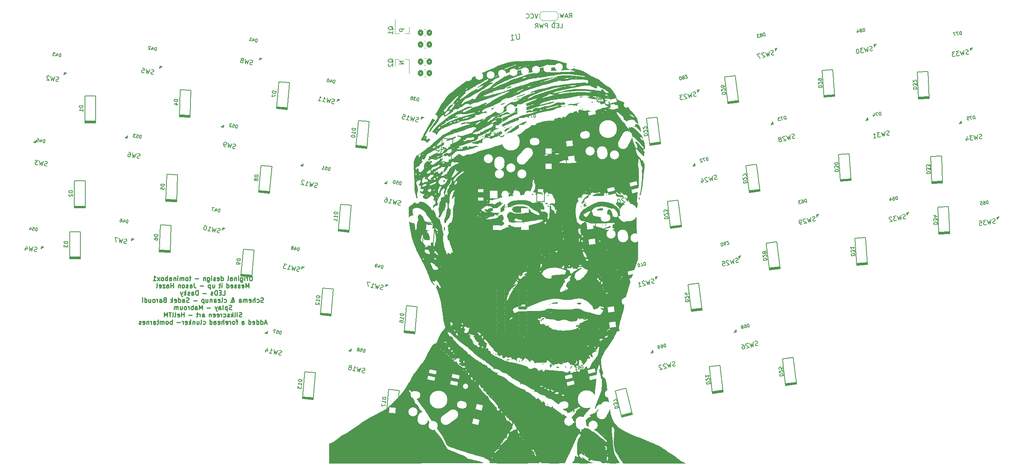
<source format=gbo>
G04 #@! TF.GenerationSoftware,KiCad,Pcbnew,(7.0.0-0)*
G04 #@! TF.CreationDate,2023-03-04T10:35:24+00:00*
G04 #@! TF.ProjectId,LeChiffre,4c654368-6966-4667-9265-2e6b69636164,rev?*
G04 #@! TF.SameCoordinates,Original*
G04 #@! TF.FileFunction,Legend,Bot*
G04 #@! TF.FilePolarity,Positive*
%FSLAX46Y46*%
G04 Gerber Fmt 4.6, Leading zero omitted, Abs format (unit mm)*
G04 Created by KiCad (PCBNEW (7.0.0-0)) date 2023-03-04 10:35:24*
%MOMM*%
%LPD*%
G01*
G04 APERTURE LIST*
G04 Aperture macros list*
%AMRoundRect*
0 Rectangle with rounded corners*
0 $1 Rounding radius*
0 $2 $3 $4 $5 $6 $7 $8 $9 X,Y pos of 4 corners*
0 Add a 4 corners polygon primitive as box body*
4,1,4,$2,$3,$4,$5,$6,$7,$8,$9,$2,$3,0*
0 Add four circle primitives for the rounded corners*
1,1,$1+$1,$2,$3*
1,1,$1+$1,$4,$5*
1,1,$1+$1,$6,$7*
1,1,$1+$1,$8,$9*
0 Add four rect primitives between the rounded corners*
20,1,$1+$1,$2,$3,$4,$5,0*
20,1,$1+$1,$4,$5,$6,$7,0*
20,1,$1+$1,$6,$7,$8,$9,0*
20,1,$1+$1,$8,$9,$2,$3,0*%
%AMHorizOval*
0 Thick line with rounded ends*
0 $1 width*
0 $2 $3 position (X,Y) of the first rounded end (center of the circle)*
0 $4 $5 position (X,Y) of the second rounded end (center of the circle)*
0 Add line between two ends*
20,1,$1,$2,$3,$4,$5,0*
0 Add two circle primitives to create the rounded ends*
1,1,$1,$2,$3*
1,1,$1,$4,$5*%
%AMRotRect*
0 Rectangle, with rotation*
0 The origin of the aperture is its center*
0 $1 length*
0 $2 width*
0 $3 Rotation angle, in degrees counterclockwise*
0 Add horizontal line*
21,1,$1,$2,0,0,$3*%
%AMFreePoly0*
4,1,19,0.550000,-0.750000,0.000000,-0.750000,0.000000,-0.744911,-0.071157,-0.744911,-0.207708,-0.704816,-0.327430,-0.627875,-0.420627,-0.520320,-0.479746,-0.390866,-0.500000,-0.250000,-0.500000,0.250000,-0.479746,0.390866,-0.420627,0.520320,-0.327430,0.627875,-0.207708,0.704816,-0.071157,0.744911,0.000000,0.744911,0.000000,0.750000,0.550000,0.750000,0.550000,-0.750000,0.550000,-0.750000,
$1*%
%AMFreePoly1*
4,1,19,0.000000,0.744911,0.071157,0.744911,0.207708,0.704816,0.327430,0.627875,0.420627,0.520320,0.479746,0.390866,0.500000,0.250000,0.500000,-0.250000,0.479746,-0.390866,0.420627,-0.520320,0.327430,-0.627875,0.207708,-0.704816,0.071157,-0.744911,0.000000,-0.744911,0.000000,-0.750000,-0.550000,-0.750000,-0.550000,0.750000,0.000000,0.750000,0.000000,0.744911,0.000000,0.744911,
$1*%
G04 Aperture macros list end*
%ADD10C,0.150000*%
%ADD11C,0.250000*%
%ADD12C,0.300000*%
%ADD13C,0.200000*%
%ADD14C,0.120000*%
%ADD15C,0.100000*%
%ADD16C,1.700000*%
%ADD17C,1.200000*%
%ADD18C,1.750000*%
%ADD19C,3.987800*%
%ADD20HorizOval,2.250000X-0.054968X-0.285445X0.054968X0.285445X0*%
%ADD21C,2.250000*%
%ADD22C,2.000000*%
%ADD23HorizOval,2.250000X-0.739078X-0.644739X0.739078X0.644739X0*%
%ADD24HorizOval,2.250000X-0.064896X-0.283352X0.064896X0.283352X0*%
%ADD25HorizOval,2.250000X-0.761129X-0.618553X0.761129X0.618553X0*%
%ADD26HorizOval,2.250000X-0.079637X-0.279568X0.079637X0.279568X0*%
%ADD27HorizOval,2.250000X-0.792459X-0.577871X0.792459X0.577871X0*%
%ADD28HorizOval,2.250000X0.050977X-0.286184X-0.050977X0.286184X0*%
%ADD29HorizOval,2.250000X-0.458935X-0.866778X0.458935X0.866778X0*%
%ADD30HorizOval,2.250000X0.035930X-0.288460X-0.035930X0.288460X0*%
%ADD31HorizOval,2.250000X-0.503670X-0.841571X0.503670X0.841571X0*%
%ADD32HorizOval,2.250000X0.025841X-0.289538X-0.025841X0.289538X0*%
%ADD33HorizOval,2.250000X-0.532734X-0.823481X0.532734X0.823481X0*%
%ADD34R,1.700000X1.700000*%
%ADD35O,1.700000X1.700000*%
%ADD36R,2.000000X2.000000*%
%ADD37HorizOval,2.250000X-0.019771X-0.290016X0.019771X0.290016X0*%
%ADD38HorizOval,2.250000X-0.654995X-0.730004X0.654995X0.730004X0*%
%ADD39RotRect,2.200000X2.200000X276.500000*%
%ADD40HorizOval,2.200000X0.000000X0.000000X0.000000X0.000000X0*%
%ADD41RotRect,4.400000X1.800000X96.500000*%
%ADD42HorizOval,1.800000X-0.124524X1.092929X0.124524X-1.092929X0*%
%ADD43HorizOval,1.800000X-1.092929X-0.124524X1.092929X0.124524X0*%
%ADD44RoundRect,0.250000X0.660604X-0.276998X0.581361X0.418502X-0.660604X0.276998X-0.581361X-0.418502X0*%
%ADD45HorizOval,1.200000X0.273232X0.031131X-0.273232X-0.031131X0*%
%ADD46RotRect,1.905000X2.000000X96.500000*%
%ADD47HorizOval,1.905000X0.047195X0.005377X-0.047195X-0.005377X0*%
%ADD48RotRect,1.400000X1.400000X96.500000*%
%ADD49C,1.400000*%
%ADD50RotRect,2.200000X2.200000X186.500000*%
%ADD51HorizOval,2.200000X0.000000X0.000000X0.000000X0.000000X0*%
%ADD52R,1.400000X1.200000*%
%ADD53RotRect,1.200000X1.400000X88.000000*%
%ADD54RotRect,1.200000X1.400000X85.000000*%
%ADD55RotRect,1.200000X1.400000X97.000000*%
%ADD56RotRect,1.200000X1.400000X94.000000*%
%ADD57RotRect,1.200000X1.400000X92.000000*%
%ADD58R,1.700000X1.000000*%
%ADD59R,1.300000X0.700000*%
%ADD60RoundRect,0.250000X-0.350000X-0.450000X0.350000X-0.450000X0.350000X0.450000X-0.350000X0.450000X0*%
%ADD61RotRect,1.622000X0.820000X348.000000*%
%ADD62RoundRect,0.205000X-0.635379X-0.074526X0.550136X-0.326515X0.635379X0.074526X-0.550136X0.326515X0*%
%ADD63RotRect,1.622000X0.803000X348.000000*%
%ADD64R,1.622000X0.820000*%
%ADD65RoundRect,0.205000X0.606000X0.205000X-0.606000X0.205000X-0.606000X-0.205000X0.606000X-0.205000X0*%
%ADD66R,1.622000X0.803000*%
%ADD67RotRect,1.622000X0.820000X168.000000*%
%ADD68RoundRect,0.205000X0.635379X0.074526X-0.550136X0.326515X-0.635379X-0.074526X0.550136X-0.326515X0*%
%ADD69RotRect,1.622000X0.803000X168.000000*%
%ADD70RotRect,1.622000X0.820000X14.000000*%
%ADD71RoundRect,0.205000X-0.538405X-0.345515X0.637593X-0.052306X0.538405X0.345515X-0.637593X0.052306X0*%
%ADD72RotRect,1.622000X0.803000X14.000000*%
%ADD73RotRect,1.200000X1.400000X104.000000*%
%ADD74RotRect,1.622000X0.820000X347.500000*%
%ADD75RoundRect,0.205000X-0.636006X-0.068978X0.547265X-0.331303X0.636006X0.068978X-0.547265X0.331303X0*%
%ADD76RotRect,1.622000X0.803000X347.500000*%
%ADD77RotRect,1.622000X0.820000X171.000000*%
%ADD78RoundRect,0.205000X0.630608X0.107677X-0.566470X0.297275X-0.630608X-0.107677X0.566470X-0.297275X0*%
%ADD79RotRect,1.622000X0.803000X171.000000*%
%ADD80RotRect,1.622000X0.820000X350.500000*%
%ADD81RoundRect,0.205000X-0.631524X-0.102170X0.563854X-0.302207X0.631524X0.102170X-0.563854X0.302207X0*%
%ADD82RotRect,1.622000X0.803000X350.500000*%
%ADD83RotRect,1.622000X0.820000X191.000000*%
%ADD84RoundRect,0.205000X0.555750X0.316864X-0.633982X0.085603X-0.555750X-0.316864X0.633982X-0.085603X0*%
%ADD85RotRect,1.622000X0.803000X191.000000*%
%ADD86RotRect,1.622000X0.820000X194.000000*%
%ADD87RoundRect,0.205000X0.538405X0.345515X-0.637593X0.052306X-0.538405X-0.345515X0.637593X-0.052306X0*%
%ADD88RotRect,1.622000X0.803000X194.000000*%
%ADD89RotRect,1.622000X0.820000X189.000000*%
%ADD90RoundRect,0.205000X0.566470X0.297275X-0.630608X0.107677X-0.566470X-0.297275X0.630608X-0.107677X0*%
%ADD91RotRect,1.622000X0.803000X189.000000*%
%ADD92RoundRect,0.150000X-0.825000X-0.150000X0.825000X-0.150000X0.825000X0.150000X-0.825000X0.150000X0*%
%ADD93R,0.800000X1.900000*%
%ADD94C,1.752600*%
%ADD95RotRect,1.752600X1.752600X186.500000*%
%ADD96RotRect,1.622000X0.820000X11.000000*%
%ADD97RoundRect,0.205000X-0.555750X-0.316864X0.633982X-0.085603X0.555750X0.316864X-0.633982X0.085603X0*%
%ADD98RotRect,1.622000X0.803000X11.000000*%
%ADD99FreePoly0,180.000000*%
%ADD100R,1.000000X1.500000*%
%ADD101FreePoly1,180.000000*%
%ADD102RotRect,1.622000X0.820000X9.000000*%
%ADD103RoundRect,0.205000X-0.566470X-0.297275X0.630608X-0.107677X0.566470X0.297275X-0.630608X0.107677X0*%
%ADD104RotRect,1.622000X0.803000X9.000000*%
%ADD105RoundRect,0.250000X0.350000X0.450000X-0.350000X0.450000X-0.350000X-0.450000X0.350000X-0.450000X0*%
%ADD106RotRect,1.622000X0.820000X351.000000*%
%ADD107RoundRect,0.205000X-0.630608X-0.107677X0.566470X-0.297275X0.630608X0.107677X-0.566470X0.297275X0*%
%ADD108RotRect,1.622000X0.803000X351.000000*%
%ADD109RotRect,1.200000X1.400000X76.000000*%
%ADD110RotRect,1.622000X0.820000X353.000000*%
%ADD111RoundRect,0.205000X-0.626466X-0.129619X0.576500X-0.277325X0.626466X0.129619X-0.576500X0.277325X0*%
%ADD112RotRect,1.622000X0.803000X353.000000*%
G04 APERTURE END LIST*
D10*
X155729002Y-54522633D02*
X156205192Y-54522633D01*
X156205192Y-54522633D02*
X156205192Y-53522633D01*
X155395668Y-53998824D02*
X155062335Y-53998824D01*
X154919478Y-54522633D02*
X155395668Y-54522633D01*
X155395668Y-54522633D02*
X155395668Y-53522633D01*
X155395668Y-53522633D02*
X154919478Y-53522633D01*
X154490906Y-54522633D02*
X154490906Y-53522633D01*
X154490906Y-53522633D02*
X154252811Y-53522633D01*
X154252811Y-53522633D02*
X154109954Y-53570253D01*
X154109954Y-53570253D02*
X154014716Y-53665491D01*
X154014716Y-53665491D02*
X153967097Y-53760729D01*
X153967097Y-53760729D02*
X153919478Y-53951205D01*
X153919478Y-53951205D02*
X153919478Y-54094062D01*
X153919478Y-54094062D02*
X153967097Y-54284538D01*
X153967097Y-54284538D02*
X154014716Y-54379776D01*
X154014716Y-54379776D02*
X154109954Y-54475014D01*
X154109954Y-54475014D02*
X154252811Y-54522633D01*
X154252811Y-54522633D02*
X154490906Y-54522633D01*
X152890906Y-54522633D02*
X152890906Y-53522633D01*
X152890906Y-53522633D02*
X152509954Y-53522633D01*
X152509954Y-53522633D02*
X152414716Y-53570253D01*
X152414716Y-53570253D02*
X152367097Y-53617872D01*
X152367097Y-53617872D02*
X152319478Y-53713110D01*
X152319478Y-53713110D02*
X152319478Y-53855967D01*
X152319478Y-53855967D02*
X152367097Y-53951205D01*
X152367097Y-53951205D02*
X152414716Y-53998824D01*
X152414716Y-53998824D02*
X152509954Y-54046443D01*
X152509954Y-54046443D02*
X152890906Y-54046443D01*
X151986144Y-53522633D02*
X151748049Y-54522633D01*
X151748049Y-54522633D02*
X151557573Y-53808348D01*
X151557573Y-53808348D02*
X151367097Y-54522633D01*
X151367097Y-54522633D02*
X151129002Y-53522633D01*
X150176621Y-54522633D02*
X150509954Y-54046443D01*
X150748049Y-54522633D02*
X150748049Y-53522633D01*
X150748049Y-53522633D02*
X150367097Y-53522633D01*
X150367097Y-53522633D02*
X150271859Y-53570253D01*
X150271859Y-53570253D02*
X150224240Y-53617872D01*
X150224240Y-53617872D02*
X150176621Y-53713110D01*
X150176621Y-53713110D02*
X150176621Y-53855967D01*
X150176621Y-53855967D02*
X150224240Y-53951205D01*
X150224240Y-53951205D02*
X150271859Y-53998824D01*
X150271859Y-53998824D02*
X150367097Y-54046443D01*
X150367097Y-54046443D02*
X150748049Y-54046443D01*
D11*
X87057152Y-109696380D02*
X86866676Y-109696380D01*
X86866676Y-109696380D02*
X86771438Y-109744000D01*
X86771438Y-109744000D02*
X86676200Y-109839238D01*
X86676200Y-109839238D02*
X86628581Y-110029714D01*
X86628581Y-110029714D02*
X86628581Y-110363047D01*
X86628581Y-110363047D02*
X86676200Y-110553523D01*
X86676200Y-110553523D02*
X86771438Y-110648761D01*
X86771438Y-110648761D02*
X86866676Y-110696380D01*
X86866676Y-110696380D02*
X87057152Y-110696380D01*
X87057152Y-110696380D02*
X87152390Y-110648761D01*
X87152390Y-110648761D02*
X87247628Y-110553523D01*
X87247628Y-110553523D02*
X87295247Y-110363047D01*
X87295247Y-110363047D02*
X87295247Y-110029714D01*
X87295247Y-110029714D02*
X87247628Y-109839238D01*
X87247628Y-109839238D02*
X87152390Y-109744000D01*
X87152390Y-109744000D02*
X87057152Y-109696380D01*
X86200009Y-110696380D02*
X86200009Y-110029714D01*
X86200009Y-110220190D02*
X86152390Y-110124952D01*
X86152390Y-110124952D02*
X86104771Y-110077333D01*
X86104771Y-110077333D02*
X86009533Y-110029714D01*
X86009533Y-110029714D02*
X85914295Y-110029714D01*
X85580961Y-110696380D02*
X85580961Y-110029714D01*
X85580961Y-109696380D02*
X85628580Y-109744000D01*
X85628580Y-109744000D02*
X85580961Y-109791619D01*
X85580961Y-109791619D02*
X85533342Y-109744000D01*
X85533342Y-109744000D02*
X85580961Y-109696380D01*
X85580961Y-109696380D02*
X85580961Y-109791619D01*
X84676200Y-110029714D02*
X84676200Y-110839238D01*
X84676200Y-110839238D02*
X84723819Y-110934476D01*
X84723819Y-110934476D02*
X84771438Y-110982095D01*
X84771438Y-110982095D02*
X84866676Y-111029714D01*
X84866676Y-111029714D02*
X85009533Y-111029714D01*
X85009533Y-111029714D02*
X85104771Y-110982095D01*
X84676200Y-110648761D02*
X84771438Y-110696380D01*
X84771438Y-110696380D02*
X84961914Y-110696380D01*
X84961914Y-110696380D02*
X85057152Y-110648761D01*
X85057152Y-110648761D02*
X85104771Y-110601142D01*
X85104771Y-110601142D02*
X85152390Y-110505904D01*
X85152390Y-110505904D02*
X85152390Y-110220190D01*
X85152390Y-110220190D02*
X85104771Y-110124952D01*
X85104771Y-110124952D02*
X85057152Y-110077333D01*
X85057152Y-110077333D02*
X84961914Y-110029714D01*
X84961914Y-110029714D02*
X84771438Y-110029714D01*
X84771438Y-110029714D02*
X84676200Y-110077333D01*
X84200009Y-110696380D02*
X84200009Y-110029714D01*
X84200009Y-109696380D02*
X84247628Y-109744000D01*
X84247628Y-109744000D02*
X84200009Y-109791619D01*
X84200009Y-109791619D02*
X84152390Y-109744000D01*
X84152390Y-109744000D02*
X84200009Y-109696380D01*
X84200009Y-109696380D02*
X84200009Y-109791619D01*
X83723819Y-110029714D02*
X83723819Y-110696380D01*
X83723819Y-110124952D02*
X83676200Y-110077333D01*
X83676200Y-110077333D02*
X83580962Y-110029714D01*
X83580962Y-110029714D02*
X83438105Y-110029714D01*
X83438105Y-110029714D02*
X83342867Y-110077333D01*
X83342867Y-110077333D02*
X83295248Y-110172571D01*
X83295248Y-110172571D02*
X83295248Y-110696380D01*
X82390486Y-110696380D02*
X82390486Y-110172571D01*
X82390486Y-110172571D02*
X82438105Y-110077333D01*
X82438105Y-110077333D02*
X82533343Y-110029714D01*
X82533343Y-110029714D02*
X82723819Y-110029714D01*
X82723819Y-110029714D02*
X82819057Y-110077333D01*
X82390486Y-110648761D02*
X82485724Y-110696380D01*
X82485724Y-110696380D02*
X82723819Y-110696380D01*
X82723819Y-110696380D02*
X82819057Y-110648761D01*
X82819057Y-110648761D02*
X82866676Y-110553523D01*
X82866676Y-110553523D02*
X82866676Y-110458285D01*
X82866676Y-110458285D02*
X82819057Y-110363047D01*
X82819057Y-110363047D02*
X82723819Y-110315428D01*
X82723819Y-110315428D02*
X82485724Y-110315428D01*
X82485724Y-110315428D02*
X82390486Y-110267809D01*
X81771438Y-110696380D02*
X81866676Y-110648761D01*
X81866676Y-110648761D02*
X81914295Y-110553523D01*
X81914295Y-110553523D02*
X81914295Y-109696380D01*
X80361914Y-110696380D02*
X80361914Y-109696380D01*
X80361914Y-110648761D02*
X80457152Y-110696380D01*
X80457152Y-110696380D02*
X80647628Y-110696380D01*
X80647628Y-110696380D02*
X80742866Y-110648761D01*
X80742866Y-110648761D02*
X80790485Y-110601142D01*
X80790485Y-110601142D02*
X80838104Y-110505904D01*
X80838104Y-110505904D02*
X80838104Y-110220190D01*
X80838104Y-110220190D02*
X80790485Y-110124952D01*
X80790485Y-110124952D02*
X80742866Y-110077333D01*
X80742866Y-110077333D02*
X80647628Y-110029714D01*
X80647628Y-110029714D02*
X80457152Y-110029714D01*
X80457152Y-110029714D02*
X80361914Y-110077333D01*
X79504771Y-110648761D02*
X79600009Y-110696380D01*
X79600009Y-110696380D02*
X79790485Y-110696380D01*
X79790485Y-110696380D02*
X79885723Y-110648761D01*
X79885723Y-110648761D02*
X79933342Y-110553523D01*
X79933342Y-110553523D02*
X79933342Y-110172571D01*
X79933342Y-110172571D02*
X79885723Y-110077333D01*
X79885723Y-110077333D02*
X79790485Y-110029714D01*
X79790485Y-110029714D02*
X79600009Y-110029714D01*
X79600009Y-110029714D02*
X79504771Y-110077333D01*
X79504771Y-110077333D02*
X79457152Y-110172571D01*
X79457152Y-110172571D02*
X79457152Y-110267809D01*
X79457152Y-110267809D02*
X79933342Y-110363047D01*
X79076199Y-110648761D02*
X78980961Y-110696380D01*
X78980961Y-110696380D02*
X78790485Y-110696380D01*
X78790485Y-110696380D02*
X78695247Y-110648761D01*
X78695247Y-110648761D02*
X78647628Y-110553523D01*
X78647628Y-110553523D02*
X78647628Y-110505904D01*
X78647628Y-110505904D02*
X78695247Y-110410666D01*
X78695247Y-110410666D02*
X78790485Y-110363047D01*
X78790485Y-110363047D02*
X78933342Y-110363047D01*
X78933342Y-110363047D02*
X79028580Y-110315428D01*
X79028580Y-110315428D02*
X79076199Y-110220190D01*
X79076199Y-110220190D02*
X79076199Y-110172571D01*
X79076199Y-110172571D02*
X79028580Y-110077333D01*
X79028580Y-110077333D02*
X78933342Y-110029714D01*
X78933342Y-110029714D02*
X78790485Y-110029714D01*
X78790485Y-110029714D02*
X78695247Y-110077333D01*
X78219056Y-110696380D02*
X78219056Y-110029714D01*
X78219056Y-109696380D02*
X78266675Y-109744000D01*
X78266675Y-109744000D02*
X78219056Y-109791619D01*
X78219056Y-109791619D02*
X78171437Y-109744000D01*
X78171437Y-109744000D02*
X78219056Y-109696380D01*
X78219056Y-109696380D02*
X78219056Y-109791619D01*
X77314295Y-110029714D02*
X77314295Y-110839238D01*
X77314295Y-110839238D02*
X77361914Y-110934476D01*
X77361914Y-110934476D02*
X77409533Y-110982095D01*
X77409533Y-110982095D02*
X77504771Y-111029714D01*
X77504771Y-111029714D02*
X77647628Y-111029714D01*
X77647628Y-111029714D02*
X77742866Y-110982095D01*
X77314295Y-110648761D02*
X77409533Y-110696380D01*
X77409533Y-110696380D02*
X77600009Y-110696380D01*
X77600009Y-110696380D02*
X77695247Y-110648761D01*
X77695247Y-110648761D02*
X77742866Y-110601142D01*
X77742866Y-110601142D02*
X77790485Y-110505904D01*
X77790485Y-110505904D02*
X77790485Y-110220190D01*
X77790485Y-110220190D02*
X77742866Y-110124952D01*
X77742866Y-110124952D02*
X77695247Y-110077333D01*
X77695247Y-110077333D02*
X77600009Y-110029714D01*
X77600009Y-110029714D02*
X77409533Y-110029714D01*
X77409533Y-110029714D02*
X77314295Y-110077333D01*
X76838104Y-110029714D02*
X76838104Y-110696380D01*
X76838104Y-110124952D02*
X76790485Y-110077333D01*
X76790485Y-110077333D02*
X76695247Y-110029714D01*
X76695247Y-110029714D02*
X76552390Y-110029714D01*
X76552390Y-110029714D02*
X76457152Y-110077333D01*
X76457152Y-110077333D02*
X76409533Y-110172571D01*
X76409533Y-110172571D02*
X76409533Y-110696380D01*
X75333342Y-110315428D02*
X74571438Y-110315428D01*
X73638104Y-110029714D02*
X73257152Y-110029714D01*
X73495247Y-109696380D02*
X73495247Y-110553523D01*
X73495247Y-110553523D02*
X73447628Y-110648761D01*
X73447628Y-110648761D02*
X73352390Y-110696380D01*
X73352390Y-110696380D02*
X73257152Y-110696380D01*
X72780961Y-110696380D02*
X72876199Y-110648761D01*
X72876199Y-110648761D02*
X72923818Y-110601142D01*
X72923818Y-110601142D02*
X72971437Y-110505904D01*
X72971437Y-110505904D02*
X72971437Y-110220190D01*
X72971437Y-110220190D02*
X72923818Y-110124952D01*
X72923818Y-110124952D02*
X72876199Y-110077333D01*
X72876199Y-110077333D02*
X72780961Y-110029714D01*
X72780961Y-110029714D02*
X72638104Y-110029714D01*
X72638104Y-110029714D02*
X72542866Y-110077333D01*
X72542866Y-110077333D02*
X72495247Y-110124952D01*
X72495247Y-110124952D02*
X72447628Y-110220190D01*
X72447628Y-110220190D02*
X72447628Y-110505904D01*
X72447628Y-110505904D02*
X72495247Y-110601142D01*
X72495247Y-110601142D02*
X72542866Y-110648761D01*
X72542866Y-110648761D02*
X72638104Y-110696380D01*
X72638104Y-110696380D02*
X72780961Y-110696380D01*
X72019056Y-110696380D02*
X72019056Y-110029714D01*
X72019056Y-110124952D02*
X71971437Y-110077333D01*
X71971437Y-110077333D02*
X71876199Y-110029714D01*
X71876199Y-110029714D02*
X71733342Y-110029714D01*
X71733342Y-110029714D02*
X71638104Y-110077333D01*
X71638104Y-110077333D02*
X71590485Y-110172571D01*
X71590485Y-110172571D02*
X71590485Y-110696380D01*
X71590485Y-110172571D02*
X71542866Y-110077333D01*
X71542866Y-110077333D02*
X71447628Y-110029714D01*
X71447628Y-110029714D02*
X71304771Y-110029714D01*
X71304771Y-110029714D02*
X71209532Y-110077333D01*
X71209532Y-110077333D02*
X71161913Y-110172571D01*
X71161913Y-110172571D02*
X71161913Y-110696380D01*
X70685723Y-110696380D02*
X70685723Y-110029714D01*
X70685723Y-109696380D02*
X70733342Y-109744000D01*
X70733342Y-109744000D02*
X70685723Y-109791619D01*
X70685723Y-109791619D02*
X70638104Y-109744000D01*
X70638104Y-109744000D02*
X70685723Y-109696380D01*
X70685723Y-109696380D02*
X70685723Y-109791619D01*
X70209533Y-110029714D02*
X70209533Y-110696380D01*
X70209533Y-110124952D02*
X70161914Y-110077333D01*
X70161914Y-110077333D02*
X70066676Y-110029714D01*
X70066676Y-110029714D02*
X69923819Y-110029714D01*
X69923819Y-110029714D02*
X69828581Y-110077333D01*
X69828581Y-110077333D02*
X69780962Y-110172571D01*
X69780962Y-110172571D02*
X69780962Y-110696380D01*
X68876200Y-110696380D02*
X68876200Y-110172571D01*
X68876200Y-110172571D02*
X68923819Y-110077333D01*
X68923819Y-110077333D02*
X69019057Y-110029714D01*
X69019057Y-110029714D02*
X69209533Y-110029714D01*
X69209533Y-110029714D02*
X69304771Y-110077333D01*
X68876200Y-110648761D02*
X68971438Y-110696380D01*
X68971438Y-110696380D02*
X69209533Y-110696380D01*
X69209533Y-110696380D02*
X69304771Y-110648761D01*
X69304771Y-110648761D02*
X69352390Y-110553523D01*
X69352390Y-110553523D02*
X69352390Y-110458285D01*
X69352390Y-110458285D02*
X69304771Y-110363047D01*
X69304771Y-110363047D02*
X69209533Y-110315428D01*
X69209533Y-110315428D02*
X68971438Y-110315428D01*
X68971438Y-110315428D02*
X68876200Y-110267809D01*
X68400009Y-110696380D02*
X68400009Y-109696380D01*
X68400009Y-110077333D02*
X68304771Y-110029714D01*
X68304771Y-110029714D02*
X68114295Y-110029714D01*
X68114295Y-110029714D02*
X68019057Y-110077333D01*
X68019057Y-110077333D02*
X67971438Y-110124952D01*
X67971438Y-110124952D02*
X67923819Y-110220190D01*
X67923819Y-110220190D02*
X67923819Y-110505904D01*
X67923819Y-110505904D02*
X67971438Y-110601142D01*
X67971438Y-110601142D02*
X68019057Y-110648761D01*
X68019057Y-110648761D02*
X68114295Y-110696380D01*
X68114295Y-110696380D02*
X68304771Y-110696380D01*
X68304771Y-110696380D02*
X68400009Y-110648761D01*
X67352390Y-110696380D02*
X67447628Y-110648761D01*
X67447628Y-110648761D02*
X67495247Y-110601142D01*
X67495247Y-110601142D02*
X67542866Y-110505904D01*
X67542866Y-110505904D02*
X67542866Y-110220190D01*
X67542866Y-110220190D02*
X67495247Y-110124952D01*
X67495247Y-110124952D02*
X67447628Y-110077333D01*
X67447628Y-110077333D02*
X67352390Y-110029714D01*
X67352390Y-110029714D02*
X67209533Y-110029714D01*
X67209533Y-110029714D02*
X67114295Y-110077333D01*
X67114295Y-110077333D02*
X67066676Y-110124952D01*
X67066676Y-110124952D02*
X67019057Y-110220190D01*
X67019057Y-110220190D02*
X67019057Y-110505904D01*
X67019057Y-110505904D02*
X67066676Y-110601142D01*
X67066676Y-110601142D02*
X67114295Y-110648761D01*
X67114295Y-110648761D02*
X67209533Y-110696380D01*
X67209533Y-110696380D02*
X67352390Y-110696380D01*
X66685723Y-110696380D02*
X66161914Y-110029714D01*
X66685723Y-110029714D02*
X66161914Y-110696380D01*
X65257152Y-110696380D02*
X65828580Y-110696380D01*
X65542866Y-110696380D02*
X65542866Y-109696380D01*
X65542866Y-109696380D02*
X65638104Y-109839238D01*
X65638104Y-109839238D02*
X65733342Y-109934476D01*
X65733342Y-109934476D02*
X65828580Y-109982095D01*
X86490486Y-112316380D02*
X86490486Y-111316380D01*
X86490486Y-111316380D02*
X86157153Y-112030666D01*
X86157153Y-112030666D02*
X85823820Y-111316380D01*
X85823820Y-111316380D02*
X85823820Y-112316380D01*
X84966677Y-112268761D02*
X85061915Y-112316380D01*
X85061915Y-112316380D02*
X85252391Y-112316380D01*
X85252391Y-112316380D02*
X85347629Y-112268761D01*
X85347629Y-112268761D02*
X85395248Y-112173523D01*
X85395248Y-112173523D02*
X85395248Y-111792571D01*
X85395248Y-111792571D02*
X85347629Y-111697333D01*
X85347629Y-111697333D02*
X85252391Y-111649714D01*
X85252391Y-111649714D02*
X85061915Y-111649714D01*
X85061915Y-111649714D02*
X84966677Y-111697333D01*
X84966677Y-111697333D02*
X84919058Y-111792571D01*
X84919058Y-111792571D02*
X84919058Y-111887809D01*
X84919058Y-111887809D02*
X85395248Y-111983047D01*
X84538105Y-112268761D02*
X84442867Y-112316380D01*
X84442867Y-112316380D02*
X84252391Y-112316380D01*
X84252391Y-112316380D02*
X84157153Y-112268761D01*
X84157153Y-112268761D02*
X84109534Y-112173523D01*
X84109534Y-112173523D02*
X84109534Y-112125904D01*
X84109534Y-112125904D02*
X84157153Y-112030666D01*
X84157153Y-112030666D02*
X84252391Y-111983047D01*
X84252391Y-111983047D02*
X84395248Y-111983047D01*
X84395248Y-111983047D02*
X84490486Y-111935428D01*
X84490486Y-111935428D02*
X84538105Y-111840190D01*
X84538105Y-111840190D02*
X84538105Y-111792571D01*
X84538105Y-111792571D02*
X84490486Y-111697333D01*
X84490486Y-111697333D02*
X84395248Y-111649714D01*
X84395248Y-111649714D02*
X84252391Y-111649714D01*
X84252391Y-111649714D02*
X84157153Y-111697333D01*
X83728581Y-112268761D02*
X83633343Y-112316380D01*
X83633343Y-112316380D02*
X83442867Y-112316380D01*
X83442867Y-112316380D02*
X83347629Y-112268761D01*
X83347629Y-112268761D02*
X83300010Y-112173523D01*
X83300010Y-112173523D02*
X83300010Y-112125904D01*
X83300010Y-112125904D02*
X83347629Y-112030666D01*
X83347629Y-112030666D02*
X83442867Y-111983047D01*
X83442867Y-111983047D02*
X83585724Y-111983047D01*
X83585724Y-111983047D02*
X83680962Y-111935428D01*
X83680962Y-111935428D02*
X83728581Y-111840190D01*
X83728581Y-111840190D02*
X83728581Y-111792571D01*
X83728581Y-111792571D02*
X83680962Y-111697333D01*
X83680962Y-111697333D02*
X83585724Y-111649714D01*
X83585724Y-111649714D02*
X83442867Y-111649714D01*
X83442867Y-111649714D02*
X83347629Y-111697333D01*
X82490486Y-112268761D02*
X82585724Y-112316380D01*
X82585724Y-112316380D02*
X82776200Y-112316380D01*
X82776200Y-112316380D02*
X82871438Y-112268761D01*
X82871438Y-112268761D02*
X82919057Y-112173523D01*
X82919057Y-112173523D02*
X82919057Y-111792571D01*
X82919057Y-111792571D02*
X82871438Y-111697333D01*
X82871438Y-111697333D02*
X82776200Y-111649714D01*
X82776200Y-111649714D02*
X82585724Y-111649714D01*
X82585724Y-111649714D02*
X82490486Y-111697333D01*
X82490486Y-111697333D02*
X82442867Y-111792571D01*
X82442867Y-111792571D02*
X82442867Y-111887809D01*
X82442867Y-111887809D02*
X82919057Y-111983047D01*
X81585724Y-112316380D02*
X81585724Y-111316380D01*
X81585724Y-112268761D02*
X81680962Y-112316380D01*
X81680962Y-112316380D02*
X81871438Y-112316380D01*
X81871438Y-112316380D02*
X81966676Y-112268761D01*
X81966676Y-112268761D02*
X82014295Y-112221142D01*
X82014295Y-112221142D02*
X82061914Y-112125904D01*
X82061914Y-112125904D02*
X82061914Y-111840190D01*
X82061914Y-111840190D02*
X82014295Y-111744952D01*
X82014295Y-111744952D02*
X81966676Y-111697333D01*
X81966676Y-111697333D02*
X81871438Y-111649714D01*
X81871438Y-111649714D02*
X81680962Y-111649714D01*
X81680962Y-111649714D02*
X81585724Y-111697333D01*
X80509533Y-112316380D02*
X80509533Y-111649714D01*
X80509533Y-111316380D02*
X80557152Y-111364000D01*
X80557152Y-111364000D02*
X80509533Y-111411619D01*
X80509533Y-111411619D02*
X80461914Y-111364000D01*
X80461914Y-111364000D02*
X80509533Y-111316380D01*
X80509533Y-111316380D02*
X80509533Y-111411619D01*
X80176200Y-111649714D02*
X79795248Y-111649714D01*
X80033343Y-111316380D02*
X80033343Y-112173523D01*
X80033343Y-112173523D02*
X79985724Y-112268761D01*
X79985724Y-112268761D02*
X79890486Y-112316380D01*
X79890486Y-112316380D02*
X79795248Y-112316380D01*
X78433343Y-111649714D02*
X78433343Y-112316380D01*
X78861914Y-111649714D02*
X78861914Y-112173523D01*
X78861914Y-112173523D02*
X78814295Y-112268761D01*
X78814295Y-112268761D02*
X78719057Y-112316380D01*
X78719057Y-112316380D02*
X78576200Y-112316380D01*
X78576200Y-112316380D02*
X78480962Y-112268761D01*
X78480962Y-112268761D02*
X78433343Y-112221142D01*
X77957152Y-111649714D02*
X77957152Y-112649714D01*
X77957152Y-111697333D02*
X77861914Y-111649714D01*
X77861914Y-111649714D02*
X77671438Y-111649714D01*
X77671438Y-111649714D02*
X77576200Y-111697333D01*
X77576200Y-111697333D02*
X77528581Y-111744952D01*
X77528581Y-111744952D02*
X77480962Y-111840190D01*
X77480962Y-111840190D02*
X77480962Y-112125904D01*
X77480962Y-112125904D02*
X77528581Y-112221142D01*
X77528581Y-112221142D02*
X77576200Y-112268761D01*
X77576200Y-112268761D02*
X77671438Y-112316380D01*
X77671438Y-112316380D02*
X77861914Y-112316380D01*
X77861914Y-112316380D02*
X77957152Y-112268761D01*
X76452390Y-111935428D02*
X75690486Y-111935428D01*
X74328581Y-111316380D02*
X74328581Y-112030666D01*
X74328581Y-112030666D02*
X74376200Y-112173523D01*
X74376200Y-112173523D02*
X74471438Y-112268761D01*
X74471438Y-112268761D02*
X74614295Y-112316380D01*
X74614295Y-112316380D02*
X74709533Y-112316380D01*
X73423819Y-112316380D02*
X73423819Y-111792571D01*
X73423819Y-111792571D02*
X73471438Y-111697333D01*
X73471438Y-111697333D02*
X73566676Y-111649714D01*
X73566676Y-111649714D02*
X73757152Y-111649714D01*
X73757152Y-111649714D02*
X73852390Y-111697333D01*
X73423819Y-112268761D02*
X73519057Y-112316380D01*
X73519057Y-112316380D02*
X73757152Y-112316380D01*
X73757152Y-112316380D02*
X73852390Y-112268761D01*
X73852390Y-112268761D02*
X73900009Y-112173523D01*
X73900009Y-112173523D02*
X73900009Y-112078285D01*
X73900009Y-112078285D02*
X73852390Y-111983047D01*
X73852390Y-111983047D02*
X73757152Y-111935428D01*
X73757152Y-111935428D02*
X73519057Y-111935428D01*
X73519057Y-111935428D02*
X73423819Y-111887809D01*
X72995247Y-112268761D02*
X72900009Y-112316380D01*
X72900009Y-112316380D02*
X72709533Y-112316380D01*
X72709533Y-112316380D02*
X72614295Y-112268761D01*
X72614295Y-112268761D02*
X72566676Y-112173523D01*
X72566676Y-112173523D02*
X72566676Y-112125904D01*
X72566676Y-112125904D02*
X72614295Y-112030666D01*
X72614295Y-112030666D02*
X72709533Y-111983047D01*
X72709533Y-111983047D02*
X72852390Y-111983047D01*
X72852390Y-111983047D02*
X72947628Y-111935428D01*
X72947628Y-111935428D02*
X72995247Y-111840190D01*
X72995247Y-111840190D02*
X72995247Y-111792571D01*
X72995247Y-111792571D02*
X72947628Y-111697333D01*
X72947628Y-111697333D02*
X72852390Y-111649714D01*
X72852390Y-111649714D02*
X72709533Y-111649714D01*
X72709533Y-111649714D02*
X72614295Y-111697333D01*
X71995247Y-112316380D02*
X72090485Y-112268761D01*
X72090485Y-112268761D02*
X72138104Y-112221142D01*
X72138104Y-112221142D02*
X72185723Y-112125904D01*
X72185723Y-112125904D02*
X72185723Y-111840190D01*
X72185723Y-111840190D02*
X72138104Y-111744952D01*
X72138104Y-111744952D02*
X72090485Y-111697333D01*
X72090485Y-111697333D02*
X71995247Y-111649714D01*
X71995247Y-111649714D02*
X71852390Y-111649714D01*
X71852390Y-111649714D02*
X71757152Y-111697333D01*
X71757152Y-111697333D02*
X71709533Y-111744952D01*
X71709533Y-111744952D02*
X71661914Y-111840190D01*
X71661914Y-111840190D02*
X71661914Y-112125904D01*
X71661914Y-112125904D02*
X71709533Y-112221142D01*
X71709533Y-112221142D02*
X71757152Y-112268761D01*
X71757152Y-112268761D02*
X71852390Y-112316380D01*
X71852390Y-112316380D02*
X71995247Y-112316380D01*
X71233342Y-111649714D02*
X71233342Y-112316380D01*
X71233342Y-111744952D02*
X71185723Y-111697333D01*
X71185723Y-111697333D02*
X71090485Y-111649714D01*
X71090485Y-111649714D02*
X70947628Y-111649714D01*
X70947628Y-111649714D02*
X70852390Y-111697333D01*
X70852390Y-111697333D02*
X70804771Y-111792571D01*
X70804771Y-111792571D02*
X70804771Y-112316380D01*
X69728580Y-112316380D02*
X69728580Y-111316380D01*
X69728580Y-111792571D02*
X69157152Y-111792571D01*
X69157152Y-112316380D02*
X69157152Y-111316380D01*
X68252390Y-112316380D02*
X68252390Y-111792571D01*
X68252390Y-111792571D02*
X68300009Y-111697333D01*
X68300009Y-111697333D02*
X68395247Y-111649714D01*
X68395247Y-111649714D02*
X68585723Y-111649714D01*
X68585723Y-111649714D02*
X68680961Y-111697333D01*
X68252390Y-112268761D02*
X68347628Y-112316380D01*
X68347628Y-112316380D02*
X68585723Y-112316380D01*
X68585723Y-112316380D02*
X68680961Y-112268761D01*
X68680961Y-112268761D02*
X68728580Y-112173523D01*
X68728580Y-112173523D02*
X68728580Y-112078285D01*
X68728580Y-112078285D02*
X68680961Y-111983047D01*
X68680961Y-111983047D02*
X68585723Y-111935428D01*
X68585723Y-111935428D02*
X68347628Y-111935428D01*
X68347628Y-111935428D02*
X68252390Y-111887809D01*
X67871437Y-111649714D02*
X67347628Y-111649714D01*
X67347628Y-111649714D02*
X67871437Y-112316380D01*
X67871437Y-112316380D02*
X67347628Y-112316380D01*
X66585723Y-112268761D02*
X66680961Y-112316380D01*
X66680961Y-112316380D02*
X66871437Y-112316380D01*
X66871437Y-112316380D02*
X66966675Y-112268761D01*
X66966675Y-112268761D02*
X67014294Y-112173523D01*
X67014294Y-112173523D02*
X67014294Y-111792571D01*
X67014294Y-111792571D02*
X66966675Y-111697333D01*
X66966675Y-111697333D02*
X66871437Y-111649714D01*
X66871437Y-111649714D02*
X66680961Y-111649714D01*
X66680961Y-111649714D02*
X66585723Y-111697333D01*
X66585723Y-111697333D02*
X66538104Y-111792571D01*
X66538104Y-111792571D02*
X66538104Y-111887809D01*
X66538104Y-111887809D02*
X67014294Y-111983047D01*
X65966675Y-112316380D02*
X66061913Y-112268761D01*
X66061913Y-112268761D02*
X66109532Y-112173523D01*
X66109532Y-112173523D02*
X66109532Y-111316380D01*
X80685724Y-113936380D02*
X81161914Y-113936380D01*
X81161914Y-113936380D02*
X81161914Y-112936380D01*
X80352390Y-113412571D02*
X80019057Y-113412571D01*
X79876200Y-113936380D02*
X80352390Y-113936380D01*
X80352390Y-113936380D02*
X80352390Y-112936380D01*
X80352390Y-112936380D02*
X79876200Y-112936380D01*
X79447628Y-113936380D02*
X79447628Y-112936380D01*
X79447628Y-112936380D02*
X79209533Y-112936380D01*
X79209533Y-112936380D02*
X79066676Y-112984000D01*
X79066676Y-112984000D02*
X78971438Y-113079238D01*
X78971438Y-113079238D02*
X78923819Y-113174476D01*
X78923819Y-113174476D02*
X78876200Y-113364952D01*
X78876200Y-113364952D02*
X78876200Y-113507809D01*
X78876200Y-113507809D02*
X78923819Y-113698285D01*
X78923819Y-113698285D02*
X78971438Y-113793523D01*
X78971438Y-113793523D02*
X79066676Y-113888761D01*
X79066676Y-113888761D02*
X79209533Y-113936380D01*
X79209533Y-113936380D02*
X79447628Y-113936380D01*
X78495247Y-113888761D02*
X78400009Y-113936380D01*
X78400009Y-113936380D02*
X78209533Y-113936380D01*
X78209533Y-113936380D02*
X78114295Y-113888761D01*
X78114295Y-113888761D02*
X78066676Y-113793523D01*
X78066676Y-113793523D02*
X78066676Y-113745904D01*
X78066676Y-113745904D02*
X78114295Y-113650666D01*
X78114295Y-113650666D02*
X78209533Y-113603047D01*
X78209533Y-113603047D02*
X78352390Y-113603047D01*
X78352390Y-113603047D02*
X78447628Y-113555428D01*
X78447628Y-113555428D02*
X78495247Y-113460190D01*
X78495247Y-113460190D02*
X78495247Y-113412571D01*
X78495247Y-113412571D02*
X78447628Y-113317333D01*
X78447628Y-113317333D02*
X78352390Y-113269714D01*
X78352390Y-113269714D02*
X78209533Y-113269714D01*
X78209533Y-113269714D02*
X78114295Y-113317333D01*
X77038104Y-113555428D02*
X76276200Y-113555428D01*
X75200009Y-113936380D02*
X75200009Y-112936380D01*
X75200009Y-112936380D02*
X74961914Y-112936380D01*
X74961914Y-112936380D02*
X74819057Y-112984000D01*
X74819057Y-112984000D02*
X74723819Y-113079238D01*
X74723819Y-113079238D02*
X74676200Y-113174476D01*
X74676200Y-113174476D02*
X74628581Y-113364952D01*
X74628581Y-113364952D02*
X74628581Y-113507809D01*
X74628581Y-113507809D02*
X74676200Y-113698285D01*
X74676200Y-113698285D02*
X74723819Y-113793523D01*
X74723819Y-113793523D02*
X74819057Y-113888761D01*
X74819057Y-113888761D02*
X74961914Y-113936380D01*
X74961914Y-113936380D02*
X75200009Y-113936380D01*
X73771438Y-113936380D02*
X73771438Y-113412571D01*
X73771438Y-113412571D02*
X73819057Y-113317333D01*
X73819057Y-113317333D02*
X73914295Y-113269714D01*
X73914295Y-113269714D02*
X74104771Y-113269714D01*
X74104771Y-113269714D02*
X74200009Y-113317333D01*
X73771438Y-113888761D02*
X73866676Y-113936380D01*
X73866676Y-113936380D02*
X74104771Y-113936380D01*
X74104771Y-113936380D02*
X74200009Y-113888761D01*
X74200009Y-113888761D02*
X74247628Y-113793523D01*
X74247628Y-113793523D02*
X74247628Y-113698285D01*
X74247628Y-113698285D02*
X74200009Y-113603047D01*
X74200009Y-113603047D02*
X74104771Y-113555428D01*
X74104771Y-113555428D02*
X73866676Y-113555428D01*
X73866676Y-113555428D02*
X73771438Y-113507809D01*
X73342866Y-113888761D02*
X73247628Y-113936380D01*
X73247628Y-113936380D02*
X73057152Y-113936380D01*
X73057152Y-113936380D02*
X72961914Y-113888761D01*
X72961914Y-113888761D02*
X72914295Y-113793523D01*
X72914295Y-113793523D02*
X72914295Y-113745904D01*
X72914295Y-113745904D02*
X72961914Y-113650666D01*
X72961914Y-113650666D02*
X73057152Y-113603047D01*
X73057152Y-113603047D02*
X73200009Y-113603047D01*
X73200009Y-113603047D02*
X73295247Y-113555428D01*
X73295247Y-113555428D02*
X73342866Y-113460190D01*
X73342866Y-113460190D02*
X73342866Y-113412571D01*
X73342866Y-113412571D02*
X73295247Y-113317333D01*
X73295247Y-113317333D02*
X73200009Y-113269714D01*
X73200009Y-113269714D02*
X73057152Y-113269714D01*
X73057152Y-113269714D02*
X72961914Y-113317333D01*
X72485723Y-113936380D02*
X72485723Y-112936380D01*
X72390485Y-113555428D02*
X72104771Y-113936380D01*
X72104771Y-113269714D02*
X72485723Y-113650666D01*
X71771437Y-113269714D02*
X71533342Y-113936380D01*
X71295247Y-113269714D02*
X71533342Y-113936380D01*
X71533342Y-113936380D02*
X71628580Y-114174476D01*
X71628580Y-114174476D02*
X71676199Y-114222095D01*
X71676199Y-114222095D02*
X71771437Y-114269714D01*
X89728581Y-115508761D02*
X89585724Y-115556380D01*
X89585724Y-115556380D02*
X89347629Y-115556380D01*
X89347629Y-115556380D02*
X89252391Y-115508761D01*
X89252391Y-115508761D02*
X89204772Y-115461142D01*
X89204772Y-115461142D02*
X89157153Y-115365904D01*
X89157153Y-115365904D02*
X89157153Y-115270666D01*
X89157153Y-115270666D02*
X89204772Y-115175428D01*
X89204772Y-115175428D02*
X89252391Y-115127809D01*
X89252391Y-115127809D02*
X89347629Y-115080190D01*
X89347629Y-115080190D02*
X89538105Y-115032571D01*
X89538105Y-115032571D02*
X89633343Y-114984952D01*
X89633343Y-114984952D02*
X89680962Y-114937333D01*
X89680962Y-114937333D02*
X89728581Y-114842095D01*
X89728581Y-114842095D02*
X89728581Y-114746857D01*
X89728581Y-114746857D02*
X89680962Y-114651619D01*
X89680962Y-114651619D02*
X89633343Y-114604000D01*
X89633343Y-114604000D02*
X89538105Y-114556380D01*
X89538105Y-114556380D02*
X89300010Y-114556380D01*
X89300010Y-114556380D02*
X89157153Y-114604000D01*
X88300010Y-115508761D02*
X88395248Y-115556380D01*
X88395248Y-115556380D02*
X88585724Y-115556380D01*
X88585724Y-115556380D02*
X88680962Y-115508761D01*
X88680962Y-115508761D02*
X88728581Y-115461142D01*
X88728581Y-115461142D02*
X88776200Y-115365904D01*
X88776200Y-115365904D02*
X88776200Y-115080190D01*
X88776200Y-115080190D02*
X88728581Y-114984952D01*
X88728581Y-114984952D02*
X88680962Y-114937333D01*
X88680962Y-114937333D02*
X88585724Y-114889714D01*
X88585724Y-114889714D02*
X88395248Y-114889714D01*
X88395248Y-114889714D02*
X88300010Y-114937333D01*
X87871438Y-115556380D02*
X87871438Y-114556380D01*
X87442867Y-115556380D02*
X87442867Y-115032571D01*
X87442867Y-115032571D02*
X87490486Y-114937333D01*
X87490486Y-114937333D02*
X87585724Y-114889714D01*
X87585724Y-114889714D02*
X87728581Y-114889714D01*
X87728581Y-114889714D02*
X87823819Y-114937333D01*
X87823819Y-114937333D02*
X87871438Y-114984952D01*
X86585724Y-115508761D02*
X86680962Y-115556380D01*
X86680962Y-115556380D02*
X86871438Y-115556380D01*
X86871438Y-115556380D02*
X86966676Y-115508761D01*
X86966676Y-115508761D02*
X87014295Y-115413523D01*
X87014295Y-115413523D02*
X87014295Y-115032571D01*
X87014295Y-115032571D02*
X86966676Y-114937333D01*
X86966676Y-114937333D02*
X86871438Y-114889714D01*
X86871438Y-114889714D02*
X86680962Y-114889714D01*
X86680962Y-114889714D02*
X86585724Y-114937333D01*
X86585724Y-114937333D02*
X86538105Y-115032571D01*
X86538105Y-115032571D02*
X86538105Y-115127809D01*
X86538105Y-115127809D02*
X87014295Y-115223047D01*
X86109533Y-115556380D02*
X86109533Y-114889714D01*
X86109533Y-114984952D02*
X86061914Y-114937333D01*
X86061914Y-114937333D02*
X85966676Y-114889714D01*
X85966676Y-114889714D02*
X85823819Y-114889714D01*
X85823819Y-114889714D02*
X85728581Y-114937333D01*
X85728581Y-114937333D02*
X85680962Y-115032571D01*
X85680962Y-115032571D02*
X85680962Y-115556380D01*
X85680962Y-115032571D02*
X85633343Y-114937333D01*
X85633343Y-114937333D02*
X85538105Y-114889714D01*
X85538105Y-114889714D02*
X85395248Y-114889714D01*
X85395248Y-114889714D02*
X85300009Y-114937333D01*
X85300009Y-114937333D02*
X85252390Y-115032571D01*
X85252390Y-115032571D02*
X85252390Y-115556380D01*
X84347629Y-115556380D02*
X84347629Y-115032571D01*
X84347629Y-115032571D02*
X84395248Y-114937333D01*
X84395248Y-114937333D02*
X84490486Y-114889714D01*
X84490486Y-114889714D02*
X84680962Y-114889714D01*
X84680962Y-114889714D02*
X84776200Y-114937333D01*
X84347629Y-115508761D02*
X84442867Y-115556380D01*
X84442867Y-115556380D02*
X84680962Y-115556380D01*
X84680962Y-115556380D02*
X84776200Y-115508761D01*
X84776200Y-115508761D02*
X84823819Y-115413523D01*
X84823819Y-115413523D02*
X84823819Y-115318285D01*
X84823819Y-115318285D02*
X84776200Y-115223047D01*
X84776200Y-115223047D02*
X84680962Y-115175428D01*
X84680962Y-115175428D02*
X84442867Y-115175428D01*
X84442867Y-115175428D02*
X84347629Y-115127809D01*
X82461914Y-115556380D02*
X82509534Y-115556380D01*
X82509534Y-115556380D02*
X82604772Y-115508761D01*
X82604772Y-115508761D02*
X82747629Y-115365904D01*
X82747629Y-115365904D02*
X82985724Y-115080190D01*
X82985724Y-115080190D02*
X83080962Y-114937333D01*
X83080962Y-114937333D02*
X83128581Y-114794476D01*
X83128581Y-114794476D02*
X83128581Y-114699238D01*
X83128581Y-114699238D02*
X83080962Y-114604000D01*
X83080962Y-114604000D02*
X82985724Y-114556380D01*
X82985724Y-114556380D02*
X82938105Y-114556380D01*
X82938105Y-114556380D02*
X82842867Y-114604000D01*
X82842867Y-114604000D02*
X82795248Y-114699238D01*
X82795248Y-114699238D02*
X82795248Y-114746857D01*
X82795248Y-114746857D02*
X82842867Y-114842095D01*
X82842867Y-114842095D02*
X82890486Y-114889714D01*
X82890486Y-114889714D02*
X83176200Y-115080190D01*
X83176200Y-115080190D02*
X83223819Y-115127809D01*
X83223819Y-115127809D02*
X83271438Y-115223047D01*
X83271438Y-115223047D02*
X83271438Y-115365904D01*
X83271438Y-115365904D02*
X83223819Y-115461142D01*
X83223819Y-115461142D02*
X83176200Y-115508761D01*
X83176200Y-115508761D02*
X83080962Y-115556380D01*
X83080962Y-115556380D02*
X82938105Y-115556380D01*
X82938105Y-115556380D02*
X82842867Y-115508761D01*
X82842867Y-115508761D02*
X82795248Y-115461142D01*
X82795248Y-115461142D02*
X82652391Y-115270666D01*
X82652391Y-115270666D02*
X82604772Y-115127809D01*
X82604772Y-115127809D02*
X82604772Y-115032571D01*
X81004772Y-115508761D02*
X81100010Y-115556380D01*
X81100010Y-115556380D02*
X81290486Y-115556380D01*
X81290486Y-115556380D02*
X81385724Y-115508761D01*
X81385724Y-115508761D02*
X81433343Y-115461142D01*
X81433343Y-115461142D02*
X81480962Y-115365904D01*
X81480962Y-115365904D02*
X81480962Y-115080190D01*
X81480962Y-115080190D02*
X81433343Y-114984952D01*
X81433343Y-114984952D02*
X81385724Y-114937333D01*
X81385724Y-114937333D02*
X81290486Y-114889714D01*
X81290486Y-114889714D02*
X81100010Y-114889714D01*
X81100010Y-114889714D02*
X81004772Y-114937333D01*
X80433343Y-115556380D02*
X80528581Y-115508761D01*
X80528581Y-115508761D02*
X80576200Y-115413523D01*
X80576200Y-115413523D02*
X80576200Y-114556380D01*
X79671438Y-115508761D02*
X79766676Y-115556380D01*
X79766676Y-115556380D02*
X79957152Y-115556380D01*
X79957152Y-115556380D02*
X80052390Y-115508761D01*
X80052390Y-115508761D02*
X80100009Y-115413523D01*
X80100009Y-115413523D02*
X80100009Y-115032571D01*
X80100009Y-115032571D02*
X80052390Y-114937333D01*
X80052390Y-114937333D02*
X79957152Y-114889714D01*
X79957152Y-114889714D02*
X79766676Y-114889714D01*
X79766676Y-114889714D02*
X79671438Y-114937333D01*
X79671438Y-114937333D02*
X79623819Y-115032571D01*
X79623819Y-115032571D02*
X79623819Y-115127809D01*
X79623819Y-115127809D02*
X80100009Y-115223047D01*
X78766676Y-115556380D02*
X78766676Y-115032571D01*
X78766676Y-115032571D02*
X78814295Y-114937333D01*
X78814295Y-114937333D02*
X78909533Y-114889714D01*
X78909533Y-114889714D02*
X79100009Y-114889714D01*
X79100009Y-114889714D02*
X79195247Y-114937333D01*
X78766676Y-115508761D02*
X78861914Y-115556380D01*
X78861914Y-115556380D02*
X79100009Y-115556380D01*
X79100009Y-115556380D02*
X79195247Y-115508761D01*
X79195247Y-115508761D02*
X79242866Y-115413523D01*
X79242866Y-115413523D02*
X79242866Y-115318285D01*
X79242866Y-115318285D02*
X79195247Y-115223047D01*
X79195247Y-115223047D02*
X79100009Y-115175428D01*
X79100009Y-115175428D02*
X78861914Y-115175428D01*
X78861914Y-115175428D02*
X78766676Y-115127809D01*
X78290485Y-114889714D02*
X78290485Y-115556380D01*
X78290485Y-114984952D02*
X78242866Y-114937333D01*
X78242866Y-114937333D02*
X78147628Y-114889714D01*
X78147628Y-114889714D02*
X78004771Y-114889714D01*
X78004771Y-114889714D02*
X77909533Y-114937333D01*
X77909533Y-114937333D02*
X77861914Y-115032571D01*
X77861914Y-115032571D02*
X77861914Y-115556380D01*
X76957152Y-114889714D02*
X76957152Y-115556380D01*
X77385723Y-114889714D02*
X77385723Y-115413523D01*
X77385723Y-115413523D02*
X77338104Y-115508761D01*
X77338104Y-115508761D02*
X77242866Y-115556380D01*
X77242866Y-115556380D02*
X77100009Y-115556380D01*
X77100009Y-115556380D02*
X77004771Y-115508761D01*
X77004771Y-115508761D02*
X76957152Y-115461142D01*
X76480961Y-114889714D02*
X76480961Y-115889714D01*
X76480961Y-114937333D02*
X76385723Y-114889714D01*
X76385723Y-114889714D02*
X76195247Y-114889714D01*
X76195247Y-114889714D02*
X76100009Y-114937333D01*
X76100009Y-114937333D02*
X76052390Y-114984952D01*
X76052390Y-114984952D02*
X76004771Y-115080190D01*
X76004771Y-115080190D02*
X76004771Y-115365904D01*
X76004771Y-115365904D02*
X76052390Y-115461142D01*
X76052390Y-115461142D02*
X76100009Y-115508761D01*
X76100009Y-115508761D02*
X76195247Y-115556380D01*
X76195247Y-115556380D02*
X76385723Y-115556380D01*
X76385723Y-115556380D02*
X76480961Y-115508761D01*
X74976199Y-115175428D02*
X74214295Y-115175428D01*
X73185723Y-115508761D02*
X73042866Y-115556380D01*
X73042866Y-115556380D02*
X72804771Y-115556380D01*
X72804771Y-115556380D02*
X72709533Y-115508761D01*
X72709533Y-115508761D02*
X72661914Y-115461142D01*
X72661914Y-115461142D02*
X72614295Y-115365904D01*
X72614295Y-115365904D02*
X72614295Y-115270666D01*
X72614295Y-115270666D02*
X72661914Y-115175428D01*
X72661914Y-115175428D02*
X72709533Y-115127809D01*
X72709533Y-115127809D02*
X72804771Y-115080190D01*
X72804771Y-115080190D02*
X72995247Y-115032571D01*
X72995247Y-115032571D02*
X73090485Y-114984952D01*
X73090485Y-114984952D02*
X73138104Y-114937333D01*
X73138104Y-114937333D02*
X73185723Y-114842095D01*
X73185723Y-114842095D02*
X73185723Y-114746857D01*
X73185723Y-114746857D02*
X73138104Y-114651619D01*
X73138104Y-114651619D02*
X73090485Y-114604000D01*
X73090485Y-114604000D02*
X72995247Y-114556380D01*
X72995247Y-114556380D02*
X72757152Y-114556380D01*
X72757152Y-114556380D02*
X72614295Y-114604000D01*
X71757152Y-115556380D02*
X71757152Y-115032571D01*
X71757152Y-115032571D02*
X71804771Y-114937333D01*
X71804771Y-114937333D02*
X71900009Y-114889714D01*
X71900009Y-114889714D02*
X72090485Y-114889714D01*
X72090485Y-114889714D02*
X72185723Y-114937333D01*
X71757152Y-115508761D02*
X71852390Y-115556380D01*
X71852390Y-115556380D02*
X72090485Y-115556380D01*
X72090485Y-115556380D02*
X72185723Y-115508761D01*
X72185723Y-115508761D02*
X72233342Y-115413523D01*
X72233342Y-115413523D02*
X72233342Y-115318285D01*
X72233342Y-115318285D02*
X72185723Y-115223047D01*
X72185723Y-115223047D02*
X72090485Y-115175428D01*
X72090485Y-115175428D02*
X71852390Y-115175428D01*
X71852390Y-115175428D02*
X71757152Y-115127809D01*
X70852390Y-115556380D02*
X70852390Y-114556380D01*
X70852390Y-115508761D02*
X70947628Y-115556380D01*
X70947628Y-115556380D02*
X71138104Y-115556380D01*
X71138104Y-115556380D02*
X71233342Y-115508761D01*
X71233342Y-115508761D02*
X71280961Y-115461142D01*
X71280961Y-115461142D02*
X71328580Y-115365904D01*
X71328580Y-115365904D02*
X71328580Y-115080190D01*
X71328580Y-115080190D02*
X71280961Y-114984952D01*
X71280961Y-114984952D02*
X71233342Y-114937333D01*
X71233342Y-114937333D02*
X71138104Y-114889714D01*
X71138104Y-114889714D02*
X70947628Y-114889714D01*
X70947628Y-114889714D02*
X70852390Y-114937333D01*
X69995247Y-115508761D02*
X70090485Y-115556380D01*
X70090485Y-115556380D02*
X70280961Y-115556380D01*
X70280961Y-115556380D02*
X70376199Y-115508761D01*
X70376199Y-115508761D02*
X70423818Y-115413523D01*
X70423818Y-115413523D02*
X70423818Y-115032571D01*
X70423818Y-115032571D02*
X70376199Y-114937333D01*
X70376199Y-114937333D02*
X70280961Y-114889714D01*
X70280961Y-114889714D02*
X70090485Y-114889714D01*
X70090485Y-114889714D02*
X69995247Y-114937333D01*
X69995247Y-114937333D02*
X69947628Y-115032571D01*
X69947628Y-115032571D02*
X69947628Y-115127809D01*
X69947628Y-115127809D02*
X70423818Y-115223047D01*
X69519056Y-115556380D02*
X69519056Y-114556380D01*
X69423818Y-115175428D02*
X69138104Y-115556380D01*
X69138104Y-114889714D02*
X69519056Y-115270666D01*
X67776199Y-115032571D02*
X67633342Y-115080190D01*
X67633342Y-115080190D02*
X67585723Y-115127809D01*
X67585723Y-115127809D02*
X67538104Y-115223047D01*
X67538104Y-115223047D02*
X67538104Y-115365904D01*
X67538104Y-115365904D02*
X67585723Y-115461142D01*
X67585723Y-115461142D02*
X67633342Y-115508761D01*
X67633342Y-115508761D02*
X67728580Y-115556380D01*
X67728580Y-115556380D02*
X68109532Y-115556380D01*
X68109532Y-115556380D02*
X68109532Y-114556380D01*
X68109532Y-114556380D02*
X67776199Y-114556380D01*
X67776199Y-114556380D02*
X67680961Y-114604000D01*
X67680961Y-114604000D02*
X67633342Y-114651619D01*
X67633342Y-114651619D02*
X67585723Y-114746857D01*
X67585723Y-114746857D02*
X67585723Y-114842095D01*
X67585723Y-114842095D02*
X67633342Y-114937333D01*
X67633342Y-114937333D02*
X67680961Y-114984952D01*
X67680961Y-114984952D02*
X67776199Y-115032571D01*
X67776199Y-115032571D02*
X68109532Y-115032571D01*
X66680961Y-115556380D02*
X66680961Y-115032571D01*
X66680961Y-115032571D02*
X66728580Y-114937333D01*
X66728580Y-114937333D02*
X66823818Y-114889714D01*
X66823818Y-114889714D02*
X67014294Y-114889714D01*
X67014294Y-114889714D02*
X67109532Y-114937333D01*
X66680961Y-115508761D02*
X66776199Y-115556380D01*
X66776199Y-115556380D02*
X67014294Y-115556380D01*
X67014294Y-115556380D02*
X67109532Y-115508761D01*
X67109532Y-115508761D02*
X67157151Y-115413523D01*
X67157151Y-115413523D02*
X67157151Y-115318285D01*
X67157151Y-115318285D02*
X67109532Y-115223047D01*
X67109532Y-115223047D02*
X67014294Y-115175428D01*
X67014294Y-115175428D02*
X66776199Y-115175428D01*
X66776199Y-115175428D02*
X66680961Y-115127809D01*
X66204770Y-115556380D02*
X66204770Y-114889714D01*
X66204770Y-115080190D02*
X66157151Y-114984952D01*
X66157151Y-114984952D02*
X66109532Y-114937333D01*
X66109532Y-114937333D02*
X66014294Y-114889714D01*
X66014294Y-114889714D02*
X65919056Y-114889714D01*
X65442865Y-115556380D02*
X65538103Y-115508761D01*
X65538103Y-115508761D02*
X65585722Y-115461142D01*
X65585722Y-115461142D02*
X65633341Y-115365904D01*
X65633341Y-115365904D02*
X65633341Y-115080190D01*
X65633341Y-115080190D02*
X65585722Y-114984952D01*
X65585722Y-114984952D02*
X65538103Y-114937333D01*
X65538103Y-114937333D02*
X65442865Y-114889714D01*
X65442865Y-114889714D02*
X65300008Y-114889714D01*
X65300008Y-114889714D02*
X65204770Y-114937333D01*
X65204770Y-114937333D02*
X65157151Y-114984952D01*
X65157151Y-114984952D02*
X65109532Y-115080190D01*
X65109532Y-115080190D02*
X65109532Y-115365904D01*
X65109532Y-115365904D02*
X65157151Y-115461142D01*
X65157151Y-115461142D02*
X65204770Y-115508761D01*
X65204770Y-115508761D02*
X65300008Y-115556380D01*
X65300008Y-115556380D02*
X65442865Y-115556380D01*
X64252389Y-114889714D02*
X64252389Y-115556380D01*
X64680960Y-114889714D02*
X64680960Y-115413523D01*
X64680960Y-115413523D02*
X64633341Y-115508761D01*
X64633341Y-115508761D02*
X64538103Y-115556380D01*
X64538103Y-115556380D02*
X64395246Y-115556380D01*
X64395246Y-115556380D02*
X64300008Y-115508761D01*
X64300008Y-115508761D02*
X64252389Y-115461142D01*
X63347627Y-115556380D02*
X63347627Y-114556380D01*
X63347627Y-115508761D02*
X63442865Y-115556380D01*
X63442865Y-115556380D02*
X63633341Y-115556380D01*
X63633341Y-115556380D02*
X63728579Y-115508761D01*
X63728579Y-115508761D02*
X63776198Y-115461142D01*
X63776198Y-115461142D02*
X63823817Y-115365904D01*
X63823817Y-115365904D02*
X63823817Y-115080190D01*
X63823817Y-115080190D02*
X63776198Y-114984952D01*
X63776198Y-114984952D02*
X63728579Y-114937333D01*
X63728579Y-114937333D02*
X63633341Y-114889714D01*
X63633341Y-114889714D02*
X63442865Y-114889714D01*
X63442865Y-114889714D02*
X63347627Y-114937333D01*
X62871436Y-115556380D02*
X62871436Y-114889714D01*
X62871436Y-114556380D02*
X62919055Y-114604000D01*
X62919055Y-114604000D02*
X62871436Y-114651619D01*
X62871436Y-114651619D02*
X62823817Y-114604000D01*
X62823817Y-114604000D02*
X62871436Y-114556380D01*
X62871436Y-114556380D02*
X62871436Y-114651619D01*
X82685723Y-117128761D02*
X82542866Y-117176380D01*
X82542866Y-117176380D02*
X82304771Y-117176380D01*
X82304771Y-117176380D02*
X82209533Y-117128761D01*
X82209533Y-117128761D02*
X82161914Y-117081142D01*
X82161914Y-117081142D02*
X82114295Y-116985904D01*
X82114295Y-116985904D02*
X82114295Y-116890666D01*
X82114295Y-116890666D02*
X82161914Y-116795428D01*
X82161914Y-116795428D02*
X82209533Y-116747809D01*
X82209533Y-116747809D02*
X82304771Y-116700190D01*
X82304771Y-116700190D02*
X82495247Y-116652571D01*
X82495247Y-116652571D02*
X82590485Y-116604952D01*
X82590485Y-116604952D02*
X82638104Y-116557333D01*
X82638104Y-116557333D02*
X82685723Y-116462095D01*
X82685723Y-116462095D02*
X82685723Y-116366857D01*
X82685723Y-116366857D02*
X82638104Y-116271619D01*
X82638104Y-116271619D02*
X82590485Y-116224000D01*
X82590485Y-116224000D02*
X82495247Y-116176380D01*
X82495247Y-116176380D02*
X82257152Y-116176380D01*
X82257152Y-116176380D02*
X82114295Y-116224000D01*
X81685723Y-116509714D02*
X81685723Y-117509714D01*
X81685723Y-116557333D02*
X81590485Y-116509714D01*
X81590485Y-116509714D02*
X81400009Y-116509714D01*
X81400009Y-116509714D02*
X81304771Y-116557333D01*
X81304771Y-116557333D02*
X81257152Y-116604952D01*
X81257152Y-116604952D02*
X81209533Y-116700190D01*
X81209533Y-116700190D02*
X81209533Y-116985904D01*
X81209533Y-116985904D02*
X81257152Y-117081142D01*
X81257152Y-117081142D02*
X81304771Y-117128761D01*
X81304771Y-117128761D02*
X81400009Y-117176380D01*
X81400009Y-117176380D02*
X81590485Y-117176380D01*
X81590485Y-117176380D02*
X81685723Y-117128761D01*
X80638104Y-117176380D02*
X80733342Y-117128761D01*
X80733342Y-117128761D02*
X80780961Y-117033523D01*
X80780961Y-117033523D02*
X80780961Y-116176380D01*
X79828580Y-117176380D02*
X79828580Y-116652571D01*
X79828580Y-116652571D02*
X79876199Y-116557333D01*
X79876199Y-116557333D02*
X79971437Y-116509714D01*
X79971437Y-116509714D02*
X80161913Y-116509714D01*
X80161913Y-116509714D02*
X80257151Y-116557333D01*
X79828580Y-117128761D02*
X79923818Y-117176380D01*
X79923818Y-117176380D02*
X80161913Y-117176380D01*
X80161913Y-117176380D02*
X80257151Y-117128761D01*
X80257151Y-117128761D02*
X80304770Y-117033523D01*
X80304770Y-117033523D02*
X80304770Y-116938285D01*
X80304770Y-116938285D02*
X80257151Y-116843047D01*
X80257151Y-116843047D02*
X80161913Y-116795428D01*
X80161913Y-116795428D02*
X79923818Y-116795428D01*
X79923818Y-116795428D02*
X79828580Y-116747809D01*
X79447627Y-116509714D02*
X79209532Y-117176380D01*
X78971437Y-116509714D02*
X79209532Y-117176380D01*
X79209532Y-117176380D02*
X79304770Y-117414476D01*
X79304770Y-117414476D02*
X79352389Y-117462095D01*
X79352389Y-117462095D02*
X79447627Y-117509714D01*
X77990484Y-116795428D02*
X77228580Y-116795428D01*
X76152389Y-117176380D02*
X76152389Y-116176380D01*
X76152389Y-116176380D02*
X75819056Y-116890666D01*
X75819056Y-116890666D02*
X75485723Y-116176380D01*
X75485723Y-116176380D02*
X75485723Y-117176380D01*
X74580961Y-117176380D02*
X74580961Y-116652571D01*
X74580961Y-116652571D02*
X74628580Y-116557333D01*
X74628580Y-116557333D02*
X74723818Y-116509714D01*
X74723818Y-116509714D02*
X74914294Y-116509714D01*
X74914294Y-116509714D02*
X75009532Y-116557333D01*
X74580961Y-117128761D02*
X74676199Y-117176380D01*
X74676199Y-117176380D02*
X74914294Y-117176380D01*
X74914294Y-117176380D02*
X75009532Y-117128761D01*
X75009532Y-117128761D02*
X75057151Y-117033523D01*
X75057151Y-117033523D02*
X75057151Y-116938285D01*
X75057151Y-116938285D02*
X75009532Y-116843047D01*
X75009532Y-116843047D02*
X74914294Y-116795428D01*
X74914294Y-116795428D02*
X74676199Y-116795428D01*
X74676199Y-116795428D02*
X74580961Y-116747809D01*
X74104770Y-117176380D02*
X74104770Y-116176380D01*
X74104770Y-116557333D02*
X74009532Y-116509714D01*
X74009532Y-116509714D02*
X73819056Y-116509714D01*
X73819056Y-116509714D02*
X73723818Y-116557333D01*
X73723818Y-116557333D02*
X73676199Y-116604952D01*
X73676199Y-116604952D02*
X73628580Y-116700190D01*
X73628580Y-116700190D02*
X73628580Y-116985904D01*
X73628580Y-116985904D02*
X73676199Y-117081142D01*
X73676199Y-117081142D02*
X73723818Y-117128761D01*
X73723818Y-117128761D02*
X73819056Y-117176380D01*
X73819056Y-117176380D02*
X74009532Y-117176380D01*
X74009532Y-117176380D02*
X74104770Y-117128761D01*
X73200008Y-117176380D02*
X73200008Y-116509714D01*
X73200008Y-116700190D02*
X73152389Y-116604952D01*
X73152389Y-116604952D02*
X73104770Y-116557333D01*
X73104770Y-116557333D02*
X73009532Y-116509714D01*
X73009532Y-116509714D02*
X72914294Y-116509714D01*
X72438103Y-117176380D02*
X72533341Y-117128761D01*
X72533341Y-117128761D02*
X72580960Y-117081142D01*
X72580960Y-117081142D02*
X72628579Y-116985904D01*
X72628579Y-116985904D02*
X72628579Y-116700190D01*
X72628579Y-116700190D02*
X72580960Y-116604952D01*
X72580960Y-116604952D02*
X72533341Y-116557333D01*
X72533341Y-116557333D02*
X72438103Y-116509714D01*
X72438103Y-116509714D02*
X72295246Y-116509714D01*
X72295246Y-116509714D02*
X72200008Y-116557333D01*
X72200008Y-116557333D02*
X72152389Y-116604952D01*
X72152389Y-116604952D02*
X72104770Y-116700190D01*
X72104770Y-116700190D02*
X72104770Y-116985904D01*
X72104770Y-116985904D02*
X72152389Y-117081142D01*
X72152389Y-117081142D02*
X72200008Y-117128761D01*
X72200008Y-117128761D02*
X72295246Y-117176380D01*
X72295246Y-117176380D02*
X72438103Y-117176380D01*
X71247627Y-116509714D02*
X71247627Y-117176380D01*
X71676198Y-116509714D02*
X71676198Y-117033523D01*
X71676198Y-117033523D02*
X71628579Y-117128761D01*
X71628579Y-117128761D02*
X71533341Y-117176380D01*
X71533341Y-117176380D02*
X71390484Y-117176380D01*
X71390484Y-117176380D02*
X71295246Y-117128761D01*
X71295246Y-117128761D02*
X71247627Y-117081142D01*
X70771436Y-117176380D02*
X70771436Y-116509714D01*
X70771436Y-116604952D02*
X70723817Y-116557333D01*
X70723817Y-116557333D02*
X70628579Y-116509714D01*
X70628579Y-116509714D02*
X70485722Y-116509714D01*
X70485722Y-116509714D02*
X70390484Y-116557333D01*
X70390484Y-116557333D02*
X70342865Y-116652571D01*
X70342865Y-116652571D02*
X70342865Y-117176380D01*
X70342865Y-116652571D02*
X70295246Y-116557333D01*
X70295246Y-116557333D02*
X70200008Y-116509714D01*
X70200008Y-116509714D02*
X70057151Y-116509714D01*
X70057151Y-116509714D02*
X69961912Y-116557333D01*
X69961912Y-116557333D02*
X69914293Y-116652571D01*
X69914293Y-116652571D02*
X69914293Y-117176380D01*
X84914296Y-118748761D02*
X84771439Y-118796380D01*
X84771439Y-118796380D02*
X84533344Y-118796380D01*
X84533344Y-118796380D02*
X84438106Y-118748761D01*
X84438106Y-118748761D02*
X84390487Y-118701142D01*
X84390487Y-118701142D02*
X84342868Y-118605904D01*
X84342868Y-118605904D02*
X84342868Y-118510666D01*
X84342868Y-118510666D02*
X84390487Y-118415428D01*
X84390487Y-118415428D02*
X84438106Y-118367809D01*
X84438106Y-118367809D02*
X84533344Y-118320190D01*
X84533344Y-118320190D02*
X84723820Y-118272571D01*
X84723820Y-118272571D02*
X84819058Y-118224952D01*
X84819058Y-118224952D02*
X84866677Y-118177333D01*
X84866677Y-118177333D02*
X84914296Y-118082095D01*
X84914296Y-118082095D02*
X84914296Y-117986857D01*
X84914296Y-117986857D02*
X84866677Y-117891619D01*
X84866677Y-117891619D02*
X84819058Y-117844000D01*
X84819058Y-117844000D02*
X84723820Y-117796380D01*
X84723820Y-117796380D02*
X84485725Y-117796380D01*
X84485725Y-117796380D02*
X84342868Y-117844000D01*
X83914296Y-118796380D02*
X83914296Y-118129714D01*
X83914296Y-117796380D02*
X83961915Y-117844000D01*
X83961915Y-117844000D02*
X83914296Y-117891619D01*
X83914296Y-117891619D02*
X83866677Y-117844000D01*
X83866677Y-117844000D02*
X83914296Y-117796380D01*
X83914296Y-117796380D02*
X83914296Y-117891619D01*
X83295249Y-118796380D02*
X83390487Y-118748761D01*
X83390487Y-118748761D02*
X83438106Y-118653523D01*
X83438106Y-118653523D02*
X83438106Y-117796380D01*
X82914296Y-118796380D02*
X82914296Y-117796380D01*
X82819058Y-118415428D02*
X82533344Y-118796380D01*
X82533344Y-118129714D02*
X82914296Y-118510666D01*
X82152391Y-118748761D02*
X82057153Y-118796380D01*
X82057153Y-118796380D02*
X81866677Y-118796380D01*
X81866677Y-118796380D02*
X81771439Y-118748761D01*
X81771439Y-118748761D02*
X81723820Y-118653523D01*
X81723820Y-118653523D02*
X81723820Y-118605904D01*
X81723820Y-118605904D02*
X81771439Y-118510666D01*
X81771439Y-118510666D02*
X81866677Y-118463047D01*
X81866677Y-118463047D02*
X82009534Y-118463047D01*
X82009534Y-118463047D02*
X82104772Y-118415428D01*
X82104772Y-118415428D02*
X82152391Y-118320190D01*
X82152391Y-118320190D02*
X82152391Y-118272571D01*
X82152391Y-118272571D02*
X82104772Y-118177333D01*
X82104772Y-118177333D02*
X82009534Y-118129714D01*
X82009534Y-118129714D02*
X81866677Y-118129714D01*
X81866677Y-118129714D02*
X81771439Y-118177333D01*
X80866677Y-118748761D02*
X80961915Y-118796380D01*
X80961915Y-118796380D02*
X81152391Y-118796380D01*
X81152391Y-118796380D02*
X81247629Y-118748761D01*
X81247629Y-118748761D02*
X81295248Y-118701142D01*
X81295248Y-118701142D02*
X81342867Y-118605904D01*
X81342867Y-118605904D02*
X81342867Y-118320190D01*
X81342867Y-118320190D02*
X81295248Y-118224952D01*
X81295248Y-118224952D02*
X81247629Y-118177333D01*
X81247629Y-118177333D02*
X81152391Y-118129714D01*
X81152391Y-118129714D02*
X80961915Y-118129714D01*
X80961915Y-118129714D02*
X80866677Y-118177333D01*
X80438105Y-118796380D02*
X80438105Y-118129714D01*
X80438105Y-118320190D02*
X80390486Y-118224952D01*
X80390486Y-118224952D02*
X80342867Y-118177333D01*
X80342867Y-118177333D02*
X80247629Y-118129714D01*
X80247629Y-118129714D02*
X80152391Y-118129714D01*
X79438105Y-118748761D02*
X79533343Y-118796380D01*
X79533343Y-118796380D02*
X79723819Y-118796380D01*
X79723819Y-118796380D02*
X79819057Y-118748761D01*
X79819057Y-118748761D02*
X79866676Y-118653523D01*
X79866676Y-118653523D02*
X79866676Y-118272571D01*
X79866676Y-118272571D02*
X79819057Y-118177333D01*
X79819057Y-118177333D02*
X79723819Y-118129714D01*
X79723819Y-118129714D02*
X79533343Y-118129714D01*
X79533343Y-118129714D02*
X79438105Y-118177333D01*
X79438105Y-118177333D02*
X79390486Y-118272571D01*
X79390486Y-118272571D02*
X79390486Y-118367809D01*
X79390486Y-118367809D02*
X79866676Y-118463047D01*
X78580962Y-118748761D02*
X78676200Y-118796380D01*
X78676200Y-118796380D02*
X78866676Y-118796380D01*
X78866676Y-118796380D02*
X78961914Y-118748761D01*
X78961914Y-118748761D02*
X79009533Y-118653523D01*
X79009533Y-118653523D02*
X79009533Y-118272571D01*
X79009533Y-118272571D02*
X78961914Y-118177333D01*
X78961914Y-118177333D02*
X78866676Y-118129714D01*
X78866676Y-118129714D02*
X78676200Y-118129714D01*
X78676200Y-118129714D02*
X78580962Y-118177333D01*
X78580962Y-118177333D02*
X78533343Y-118272571D01*
X78533343Y-118272571D02*
X78533343Y-118367809D01*
X78533343Y-118367809D02*
X79009533Y-118463047D01*
X78104771Y-118129714D02*
X78104771Y-118796380D01*
X78104771Y-118224952D02*
X78057152Y-118177333D01*
X78057152Y-118177333D02*
X77961914Y-118129714D01*
X77961914Y-118129714D02*
X77819057Y-118129714D01*
X77819057Y-118129714D02*
X77723819Y-118177333D01*
X77723819Y-118177333D02*
X77676200Y-118272571D01*
X77676200Y-118272571D02*
X77676200Y-118796380D01*
X76171438Y-118796380D02*
X76171438Y-118272571D01*
X76171438Y-118272571D02*
X76219057Y-118177333D01*
X76219057Y-118177333D02*
X76314295Y-118129714D01*
X76314295Y-118129714D02*
X76504771Y-118129714D01*
X76504771Y-118129714D02*
X76600009Y-118177333D01*
X76171438Y-118748761D02*
X76266676Y-118796380D01*
X76266676Y-118796380D02*
X76504771Y-118796380D01*
X76504771Y-118796380D02*
X76600009Y-118748761D01*
X76600009Y-118748761D02*
X76647628Y-118653523D01*
X76647628Y-118653523D02*
X76647628Y-118558285D01*
X76647628Y-118558285D02*
X76600009Y-118463047D01*
X76600009Y-118463047D02*
X76504771Y-118415428D01*
X76504771Y-118415428D02*
X76266676Y-118415428D01*
X76266676Y-118415428D02*
X76171438Y-118367809D01*
X75695247Y-118796380D02*
X75695247Y-118129714D01*
X75695247Y-118320190D02*
X75647628Y-118224952D01*
X75647628Y-118224952D02*
X75600009Y-118177333D01*
X75600009Y-118177333D02*
X75504771Y-118129714D01*
X75504771Y-118129714D02*
X75409533Y-118129714D01*
X75219056Y-118129714D02*
X74838104Y-118129714D01*
X75076199Y-117796380D02*
X75076199Y-118653523D01*
X75076199Y-118653523D02*
X75028580Y-118748761D01*
X75028580Y-118748761D02*
X74933342Y-118796380D01*
X74933342Y-118796380D02*
X74838104Y-118796380D01*
X73904770Y-118415428D02*
X73142866Y-118415428D01*
X72066675Y-118796380D02*
X72066675Y-117796380D01*
X72066675Y-118272571D02*
X71495247Y-118272571D01*
X71495247Y-118796380D02*
X71495247Y-117796380D01*
X70638104Y-118748761D02*
X70733342Y-118796380D01*
X70733342Y-118796380D02*
X70923818Y-118796380D01*
X70923818Y-118796380D02*
X71019056Y-118748761D01*
X71019056Y-118748761D02*
X71066675Y-118653523D01*
X71066675Y-118653523D02*
X71066675Y-118272571D01*
X71066675Y-118272571D02*
X71019056Y-118177333D01*
X71019056Y-118177333D02*
X70923818Y-118129714D01*
X70923818Y-118129714D02*
X70733342Y-118129714D01*
X70733342Y-118129714D02*
X70638104Y-118177333D01*
X70638104Y-118177333D02*
X70590485Y-118272571D01*
X70590485Y-118272571D02*
X70590485Y-118367809D01*
X70590485Y-118367809D02*
X71066675Y-118463047D01*
X70019056Y-118796380D02*
X70114294Y-118748761D01*
X70114294Y-118748761D02*
X70161913Y-118653523D01*
X70161913Y-118653523D02*
X70161913Y-117796380D01*
X69495246Y-118796380D02*
X69590484Y-118748761D01*
X69590484Y-118748761D02*
X69638103Y-118653523D01*
X69638103Y-118653523D02*
X69638103Y-117796380D01*
X69257150Y-117796380D02*
X68685722Y-117796380D01*
X68971436Y-118796380D02*
X68971436Y-117796380D01*
X68352388Y-118796380D02*
X68352388Y-117796380D01*
X68352388Y-117796380D02*
X68019055Y-118510666D01*
X68019055Y-118510666D02*
X67685722Y-117796380D01*
X67685722Y-117796380D02*
X67685722Y-118796380D01*
X90476201Y-120130666D02*
X90000011Y-120130666D01*
X90571439Y-120416380D02*
X90238106Y-119416380D01*
X90238106Y-119416380D02*
X89904773Y-120416380D01*
X89142868Y-120416380D02*
X89142868Y-119416380D01*
X89142868Y-120368761D02*
X89238106Y-120416380D01*
X89238106Y-120416380D02*
X89428582Y-120416380D01*
X89428582Y-120416380D02*
X89523820Y-120368761D01*
X89523820Y-120368761D02*
X89571439Y-120321142D01*
X89571439Y-120321142D02*
X89619058Y-120225904D01*
X89619058Y-120225904D02*
X89619058Y-119940190D01*
X89619058Y-119940190D02*
X89571439Y-119844952D01*
X89571439Y-119844952D02*
X89523820Y-119797333D01*
X89523820Y-119797333D02*
X89428582Y-119749714D01*
X89428582Y-119749714D02*
X89238106Y-119749714D01*
X89238106Y-119749714D02*
X89142868Y-119797333D01*
X88238106Y-120416380D02*
X88238106Y-119416380D01*
X88238106Y-120368761D02*
X88333344Y-120416380D01*
X88333344Y-120416380D02*
X88523820Y-120416380D01*
X88523820Y-120416380D02*
X88619058Y-120368761D01*
X88619058Y-120368761D02*
X88666677Y-120321142D01*
X88666677Y-120321142D02*
X88714296Y-120225904D01*
X88714296Y-120225904D02*
X88714296Y-119940190D01*
X88714296Y-119940190D02*
X88666677Y-119844952D01*
X88666677Y-119844952D02*
X88619058Y-119797333D01*
X88619058Y-119797333D02*
X88523820Y-119749714D01*
X88523820Y-119749714D02*
X88333344Y-119749714D01*
X88333344Y-119749714D02*
X88238106Y-119797333D01*
X87380963Y-120368761D02*
X87476201Y-120416380D01*
X87476201Y-120416380D02*
X87666677Y-120416380D01*
X87666677Y-120416380D02*
X87761915Y-120368761D01*
X87761915Y-120368761D02*
X87809534Y-120273523D01*
X87809534Y-120273523D02*
X87809534Y-119892571D01*
X87809534Y-119892571D02*
X87761915Y-119797333D01*
X87761915Y-119797333D02*
X87666677Y-119749714D01*
X87666677Y-119749714D02*
X87476201Y-119749714D01*
X87476201Y-119749714D02*
X87380963Y-119797333D01*
X87380963Y-119797333D02*
X87333344Y-119892571D01*
X87333344Y-119892571D02*
X87333344Y-119987809D01*
X87333344Y-119987809D02*
X87809534Y-120083047D01*
X86476201Y-120416380D02*
X86476201Y-119416380D01*
X86476201Y-120368761D02*
X86571439Y-120416380D01*
X86571439Y-120416380D02*
X86761915Y-120416380D01*
X86761915Y-120416380D02*
X86857153Y-120368761D01*
X86857153Y-120368761D02*
X86904772Y-120321142D01*
X86904772Y-120321142D02*
X86952391Y-120225904D01*
X86952391Y-120225904D02*
X86952391Y-119940190D01*
X86952391Y-119940190D02*
X86904772Y-119844952D01*
X86904772Y-119844952D02*
X86857153Y-119797333D01*
X86857153Y-119797333D02*
X86761915Y-119749714D01*
X86761915Y-119749714D02*
X86571439Y-119749714D01*
X86571439Y-119749714D02*
X86476201Y-119797333D01*
X84971439Y-120416380D02*
X84971439Y-119892571D01*
X84971439Y-119892571D02*
X85019058Y-119797333D01*
X85019058Y-119797333D02*
X85114296Y-119749714D01*
X85114296Y-119749714D02*
X85304772Y-119749714D01*
X85304772Y-119749714D02*
X85400010Y-119797333D01*
X84971439Y-120368761D02*
X85066677Y-120416380D01*
X85066677Y-120416380D02*
X85304772Y-120416380D01*
X85304772Y-120416380D02*
X85400010Y-120368761D01*
X85400010Y-120368761D02*
X85447629Y-120273523D01*
X85447629Y-120273523D02*
X85447629Y-120178285D01*
X85447629Y-120178285D02*
X85400010Y-120083047D01*
X85400010Y-120083047D02*
X85304772Y-120035428D01*
X85304772Y-120035428D02*
X85066677Y-120035428D01*
X85066677Y-120035428D02*
X84971439Y-119987809D01*
X84038105Y-119749714D02*
X83657153Y-119749714D01*
X83895248Y-120416380D02*
X83895248Y-119559238D01*
X83895248Y-119559238D02*
X83847629Y-119464000D01*
X83847629Y-119464000D02*
X83752391Y-119416380D01*
X83752391Y-119416380D02*
X83657153Y-119416380D01*
X83180962Y-120416380D02*
X83276200Y-120368761D01*
X83276200Y-120368761D02*
X83323819Y-120321142D01*
X83323819Y-120321142D02*
X83371438Y-120225904D01*
X83371438Y-120225904D02*
X83371438Y-119940190D01*
X83371438Y-119940190D02*
X83323819Y-119844952D01*
X83323819Y-119844952D02*
X83276200Y-119797333D01*
X83276200Y-119797333D02*
X83180962Y-119749714D01*
X83180962Y-119749714D02*
X83038105Y-119749714D01*
X83038105Y-119749714D02*
X82942867Y-119797333D01*
X82942867Y-119797333D02*
X82895248Y-119844952D01*
X82895248Y-119844952D02*
X82847629Y-119940190D01*
X82847629Y-119940190D02*
X82847629Y-120225904D01*
X82847629Y-120225904D02*
X82895248Y-120321142D01*
X82895248Y-120321142D02*
X82942867Y-120368761D01*
X82942867Y-120368761D02*
X83038105Y-120416380D01*
X83038105Y-120416380D02*
X83180962Y-120416380D01*
X82419057Y-120416380D02*
X82419057Y-119749714D01*
X82419057Y-119940190D02*
X82371438Y-119844952D01*
X82371438Y-119844952D02*
X82323819Y-119797333D01*
X82323819Y-119797333D02*
X82228581Y-119749714D01*
X82228581Y-119749714D02*
X82133343Y-119749714D01*
X81419057Y-120368761D02*
X81514295Y-120416380D01*
X81514295Y-120416380D02*
X81704771Y-120416380D01*
X81704771Y-120416380D02*
X81800009Y-120368761D01*
X81800009Y-120368761D02*
X81847628Y-120273523D01*
X81847628Y-120273523D02*
X81847628Y-119892571D01*
X81847628Y-119892571D02*
X81800009Y-119797333D01*
X81800009Y-119797333D02*
X81704771Y-119749714D01*
X81704771Y-119749714D02*
X81514295Y-119749714D01*
X81514295Y-119749714D02*
X81419057Y-119797333D01*
X81419057Y-119797333D02*
X81371438Y-119892571D01*
X81371438Y-119892571D02*
X81371438Y-119987809D01*
X81371438Y-119987809D02*
X81847628Y-120083047D01*
X80942866Y-120416380D02*
X80942866Y-119416380D01*
X80514295Y-120416380D02*
X80514295Y-119892571D01*
X80514295Y-119892571D02*
X80561914Y-119797333D01*
X80561914Y-119797333D02*
X80657152Y-119749714D01*
X80657152Y-119749714D02*
X80800009Y-119749714D01*
X80800009Y-119749714D02*
X80895247Y-119797333D01*
X80895247Y-119797333D02*
X80942866Y-119844952D01*
X79657152Y-120368761D02*
X79752390Y-120416380D01*
X79752390Y-120416380D02*
X79942866Y-120416380D01*
X79942866Y-120416380D02*
X80038104Y-120368761D01*
X80038104Y-120368761D02*
X80085723Y-120273523D01*
X80085723Y-120273523D02*
X80085723Y-119892571D01*
X80085723Y-119892571D02*
X80038104Y-119797333D01*
X80038104Y-119797333D02*
X79942866Y-119749714D01*
X79942866Y-119749714D02*
X79752390Y-119749714D01*
X79752390Y-119749714D02*
X79657152Y-119797333D01*
X79657152Y-119797333D02*
X79609533Y-119892571D01*
X79609533Y-119892571D02*
X79609533Y-119987809D01*
X79609533Y-119987809D02*
X80085723Y-120083047D01*
X78752390Y-120416380D02*
X78752390Y-119892571D01*
X78752390Y-119892571D02*
X78800009Y-119797333D01*
X78800009Y-119797333D02*
X78895247Y-119749714D01*
X78895247Y-119749714D02*
X79085723Y-119749714D01*
X79085723Y-119749714D02*
X79180961Y-119797333D01*
X78752390Y-120368761D02*
X78847628Y-120416380D01*
X78847628Y-120416380D02*
X79085723Y-120416380D01*
X79085723Y-120416380D02*
X79180961Y-120368761D01*
X79180961Y-120368761D02*
X79228580Y-120273523D01*
X79228580Y-120273523D02*
X79228580Y-120178285D01*
X79228580Y-120178285D02*
X79180961Y-120083047D01*
X79180961Y-120083047D02*
X79085723Y-120035428D01*
X79085723Y-120035428D02*
X78847628Y-120035428D01*
X78847628Y-120035428D02*
X78752390Y-119987809D01*
X77847628Y-120416380D02*
X77847628Y-119416380D01*
X77847628Y-120368761D02*
X77942866Y-120416380D01*
X77942866Y-120416380D02*
X78133342Y-120416380D01*
X78133342Y-120416380D02*
X78228580Y-120368761D01*
X78228580Y-120368761D02*
X78276199Y-120321142D01*
X78276199Y-120321142D02*
X78323818Y-120225904D01*
X78323818Y-120225904D02*
X78323818Y-119940190D01*
X78323818Y-119940190D02*
X78276199Y-119844952D01*
X78276199Y-119844952D02*
X78228580Y-119797333D01*
X78228580Y-119797333D02*
X78133342Y-119749714D01*
X78133342Y-119749714D02*
X77942866Y-119749714D01*
X77942866Y-119749714D02*
X77847628Y-119797333D01*
X76342866Y-120368761D02*
X76438104Y-120416380D01*
X76438104Y-120416380D02*
X76628580Y-120416380D01*
X76628580Y-120416380D02*
X76723818Y-120368761D01*
X76723818Y-120368761D02*
X76771437Y-120321142D01*
X76771437Y-120321142D02*
X76819056Y-120225904D01*
X76819056Y-120225904D02*
X76819056Y-119940190D01*
X76819056Y-119940190D02*
X76771437Y-119844952D01*
X76771437Y-119844952D02*
X76723818Y-119797333D01*
X76723818Y-119797333D02*
X76628580Y-119749714D01*
X76628580Y-119749714D02*
X76438104Y-119749714D01*
X76438104Y-119749714D02*
X76342866Y-119797333D01*
X75771437Y-120416380D02*
X75866675Y-120368761D01*
X75866675Y-120368761D02*
X75914294Y-120273523D01*
X75914294Y-120273523D02*
X75914294Y-119416380D01*
X74961913Y-119749714D02*
X74961913Y-120416380D01*
X75390484Y-119749714D02*
X75390484Y-120273523D01*
X75390484Y-120273523D02*
X75342865Y-120368761D01*
X75342865Y-120368761D02*
X75247627Y-120416380D01*
X75247627Y-120416380D02*
X75104770Y-120416380D01*
X75104770Y-120416380D02*
X75009532Y-120368761D01*
X75009532Y-120368761D02*
X74961913Y-120321142D01*
X74485722Y-119749714D02*
X74485722Y-120416380D01*
X74485722Y-119844952D02*
X74438103Y-119797333D01*
X74438103Y-119797333D02*
X74342865Y-119749714D01*
X74342865Y-119749714D02*
X74200008Y-119749714D01*
X74200008Y-119749714D02*
X74104770Y-119797333D01*
X74104770Y-119797333D02*
X74057151Y-119892571D01*
X74057151Y-119892571D02*
X74057151Y-120416380D01*
X73580960Y-120416380D02*
X73580960Y-119416380D01*
X73485722Y-120035428D02*
X73200008Y-120416380D01*
X73200008Y-119749714D02*
X73580960Y-120130666D01*
X72390484Y-120368761D02*
X72485722Y-120416380D01*
X72485722Y-120416380D02*
X72676198Y-120416380D01*
X72676198Y-120416380D02*
X72771436Y-120368761D01*
X72771436Y-120368761D02*
X72819055Y-120273523D01*
X72819055Y-120273523D02*
X72819055Y-119892571D01*
X72819055Y-119892571D02*
X72771436Y-119797333D01*
X72771436Y-119797333D02*
X72676198Y-119749714D01*
X72676198Y-119749714D02*
X72485722Y-119749714D01*
X72485722Y-119749714D02*
X72390484Y-119797333D01*
X72390484Y-119797333D02*
X72342865Y-119892571D01*
X72342865Y-119892571D02*
X72342865Y-119987809D01*
X72342865Y-119987809D02*
X72819055Y-120083047D01*
X71914293Y-120416380D02*
X71914293Y-119749714D01*
X71914293Y-119940190D02*
X71866674Y-119844952D01*
X71866674Y-119844952D02*
X71819055Y-119797333D01*
X71819055Y-119797333D02*
X71723817Y-119749714D01*
X71723817Y-119749714D02*
X71628579Y-119749714D01*
X71295245Y-120035428D02*
X70533341Y-120035428D01*
X69457150Y-120416380D02*
X69457150Y-119416380D01*
X69457150Y-119797333D02*
X69361912Y-119749714D01*
X69361912Y-119749714D02*
X69171436Y-119749714D01*
X69171436Y-119749714D02*
X69076198Y-119797333D01*
X69076198Y-119797333D02*
X69028579Y-119844952D01*
X69028579Y-119844952D02*
X68980960Y-119940190D01*
X68980960Y-119940190D02*
X68980960Y-120225904D01*
X68980960Y-120225904D02*
X69028579Y-120321142D01*
X69028579Y-120321142D02*
X69076198Y-120368761D01*
X69076198Y-120368761D02*
X69171436Y-120416380D01*
X69171436Y-120416380D02*
X69361912Y-120416380D01*
X69361912Y-120416380D02*
X69457150Y-120368761D01*
X68409531Y-120416380D02*
X68504769Y-120368761D01*
X68504769Y-120368761D02*
X68552388Y-120321142D01*
X68552388Y-120321142D02*
X68600007Y-120225904D01*
X68600007Y-120225904D02*
X68600007Y-119940190D01*
X68600007Y-119940190D02*
X68552388Y-119844952D01*
X68552388Y-119844952D02*
X68504769Y-119797333D01*
X68504769Y-119797333D02*
X68409531Y-119749714D01*
X68409531Y-119749714D02*
X68266674Y-119749714D01*
X68266674Y-119749714D02*
X68171436Y-119797333D01*
X68171436Y-119797333D02*
X68123817Y-119844952D01*
X68123817Y-119844952D02*
X68076198Y-119940190D01*
X68076198Y-119940190D02*
X68076198Y-120225904D01*
X68076198Y-120225904D02*
X68123817Y-120321142D01*
X68123817Y-120321142D02*
X68171436Y-120368761D01*
X68171436Y-120368761D02*
X68266674Y-120416380D01*
X68266674Y-120416380D02*
X68409531Y-120416380D01*
X67647626Y-120416380D02*
X67647626Y-119749714D01*
X67647626Y-119844952D02*
X67600007Y-119797333D01*
X67600007Y-119797333D02*
X67504769Y-119749714D01*
X67504769Y-119749714D02*
X67361912Y-119749714D01*
X67361912Y-119749714D02*
X67266674Y-119797333D01*
X67266674Y-119797333D02*
X67219055Y-119892571D01*
X67219055Y-119892571D02*
X67219055Y-120416380D01*
X67219055Y-119892571D02*
X67171436Y-119797333D01*
X67171436Y-119797333D02*
X67076198Y-119749714D01*
X67076198Y-119749714D02*
X66933341Y-119749714D01*
X66933341Y-119749714D02*
X66838102Y-119797333D01*
X66838102Y-119797333D02*
X66790483Y-119892571D01*
X66790483Y-119892571D02*
X66790483Y-120416380D01*
X66457150Y-119749714D02*
X66076198Y-119749714D01*
X66314293Y-119416380D02*
X66314293Y-120273523D01*
X66314293Y-120273523D02*
X66266674Y-120368761D01*
X66266674Y-120368761D02*
X66171436Y-120416380D01*
X66171436Y-120416380D02*
X66076198Y-120416380D01*
X65314293Y-120416380D02*
X65314293Y-119892571D01*
X65314293Y-119892571D02*
X65361912Y-119797333D01*
X65361912Y-119797333D02*
X65457150Y-119749714D01*
X65457150Y-119749714D02*
X65647626Y-119749714D01*
X65647626Y-119749714D02*
X65742864Y-119797333D01*
X65314293Y-120368761D02*
X65409531Y-120416380D01*
X65409531Y-120416380D02*
X65647626Y-120416380D01*
X65647626Y-120416380D02*
X65742864Y-120368761D01*
X65742864Y-120368761D02*
X65790483Y-120273523D01*
X65790483Y-120273523D02*
X65790483Y-120178285D01*
X65790483Y-120178285D02*
X65742864Y-120083047D01*
X65742864Y-120083047D02*
X65647626Y-120035428D01*
X65647626Y-120035428D02*
X65409531Y-120035428D01*
X65409531Y-120035428D02*
X65314293Y-119987809D01*
X64838102Y-120416380D02*
X64838102Y-119749714D01*
X64838102Y-119940190D02*
X64790483Y-119844952D01*
X64790483Y-119844952D02*
X64742864Y-119797333D01*
X64742864Y-119797333D02*
X64647626Y-119749714D01*
X64647626Y-119749714D02*
X64552388Y-119749714D01*
X64219054Y-119749714D02*
X64219054Y-120416380D01*
X64219054Y-119844952D02*
X64171435Y-119797333D01*
X64171435Y-119797333D02*
X64076197Y-119749714D01*
X64076197Y-119749714D02*
X63933340Y-119749714D01*
X63933340Y-119749714D02*
X63838102Y-119797333D01*
X63838102Y-119797333D02*
X63790483Y-119892571D01*
X63790483Y-119892571D02*
X63790483Y-120416380D01*
X62933340Y-120368761D02*
X63028578Y-120416380D01*
X63028578Y-120416380D02*
X63219054Y-120416380D01*
X63219054Y-120416380D02*
X63314292Y-120368761D01*
X63314292Y-120368761D02*
X63361911Y-120273523D01*
X63361911Y-120273523D02*
X63361911Y-119892571D01*
X63361911Y-119892571D02*
X63314292Y-119797333D01*
X63314292Y-119797333D02*
X63219054Y-119749714D01*
X63219054Y-119749714D02*
X63028578Y-119749714D01*
X63028578Y-119749714D02*
X62933340Y-119797333D01*
X62933340Y-119797333D02*
X62885721Y-119892571D01*
X62885721Y-119892571D02*
X62885721Y-119987809D01*
X62885721Y-119987809D02*
X63361911Y-120083047D01*
X62504768Y-120368761D02*
X62409530Y-120416380D01*
X62409530Y-120416380D02*
X62219054Y-120416380D01*
X62219054Y-120416380D02*
X62123816Y-120368761D01*
X62123816Y-120368761D02*
X62076197Y-120273523D01*
X62076197Y-120273523D02*
X62076197Y-120225904D01*
X62076197Y-120225904D02*
X62123816Y-120130666D01*
X62123816Y-120130666D02*
X62219054Y-120083047D01*
X62219054Y-120083047D02*
X62361911Y-120083047D01*
X62361911Y-120083047D02*
X62457149Y-120035428D01*
X62457149Y-120035428D02*
X62504768Y-119940190D01*
X62504768Y-119940190D02*
X62504768Y-119892571D01*
X62504768Y-119892571D02*
X62457149Y-119797333D01*
X62457149Y-119797333D02*
X62361911Y-119749714D01*
X62361911Y-119749714D02*
X62219054Y-119749714D01*
X62219054Y-119749714D02*
X62123816Y-119797333D01*
D10*
X145711507Y-90573411D02*
X145663888Y-90430554D01*
X145663888Y-90430554D02*
X145663888Y-90192459D01*
X145663888Y-90192459D02*
X145711507Y-90097221D01*
X145711507Y-90097221D02*
X145759126Y-90049602D01*
X145759126Y-90049602D02*
X145854364Y-90001983D01*
X145854364Y-90001983D02*
X145949602Y-90001983D01*
X145949602Y-90001983D02*
X146044840Y-90049602D01*
X146044840Y-90049602D02*
X146092459Y-90097221D01*
X146092459Y-90097221D02*
X146140078Y-90192459D01*
X146140078Y-90192459D02*
X146187697Y-90382935D01*
X146187697Y-90382935D02*
X146235316Y-90478173D01*
X146235316Y-90478173D02*
X146282935Y-90525792D01*
X146282935Y-90525792D02*
X146378173Y-90573411D01*
X146378173Y-90573411D02*
X146473411Y-90573411D01*
X146473411Y-90573411D02*
X146568649Y-90525792D01*
X146568649Y-90525792D02*
X146616269Y-90478173D01*
X146616269Y-90478173D02*
X146663888Y-90382935D01*
X146663888Y-90382935D02*
X146663888Y-90144840D01*
X146663888Y-90144840D02*
X146616269Y-90001983D01*
X145759126Y-89001983D02*
X145711507Y-89049602D01*
X145711507Y-89049602D02*
X145663888Y-89192459D01*
X145663888Y-89192459D02*
X145663888Y-89287697D01*
X145663888Y-89287697D02*
X145711507Y-89430554D01*
X145711507Y-89430554D02*
X145806745Y-89525792D01*
X145806745Y-89525792D02*
X145901983Y-89573411D01*
X145901983Y-89573411D02*
X146092459Y-89621030D01*
X146092459Y-89621030D02*
X146235316Y-89621030D01*
X146235316Y-89621030D02*
X146425792Y-89573411D01*
X146425792Y-89573411D02*
X146521030Y-89525792D01*
X146521030Y-89525792D02*
X146616269Y-89430554D01*
X146616269Y-89430554D02*
X146663888Y-89287697D01*
X146663888Y-89287697D02*
X146663888Y-89192459D01*
X146663888Y-89192459D02*
X146616269Y-89049602D01*
X146616269Y-89049602D02*
X146568649Y-89001983D01*
X145663888Y-88573411D02*
X146663888Y-88573411D01*
X145663888Y-88001983D02*
X146235316Y-88430554D01*
X146663888Y-88001983D02*
X146092459Y-88573411D01*
X148251507Y-90501983D02*
X148203888Y-90359126D01*
X148203888Y-90359126D02*
X148203888Y-90121031D01*
X148203888Y-90121031D02*
X148251507Y-90025793D01*
X148251507Y-90025793D02*
X148299126Y-89978174D01*
X148299126Y-89978174D02*
X148394364Y-89930555D01*
X148394364Y-89930555D02*
X148489602Y-89930555D01*
X148489602Y-89930555D02*
X148584840Y-89978174D01*
X148584840Y-89978174D02*
X148632459Y-90025793D01*
X148632459Y-90025793D02*
X148680078Y-90121031D01*
X148680078Y-90121031D02*
X148727697Y-90311507D01*
X148727697Y-90311507D02*
X148775316Y-90406745D01*
X148775316Y-90406745D02*
X148822935Y-90454364D01*
X148822935Y-90454364D02*
X148918173Y-90501983D01*
X148918173Y-90501983D02*
X149013411Y-90501983D01*
X149013411Y-90501983D02*
X149108649Y-90454364D01*
X149108649Y-90454364D02*
X149156269Y-90406745D01*
X149156269Y-90406745D02*
X149203888Y-90311507D01*
X149203888Y-90311507D02*
X149203888Y-90073412D01*
X149203888Y-90073412D02*
X149156269Y-89930555D01*
X148203888Y-89501983D02*
X149203888Y-89501983D01*
X149203888Y-89501983D02*
X149203888Y-89263888D01*
X149203888Y-89263888D02*
X149156269Y-89121031D01*
X149156269Y-89121031D02*
X149061030Y-89025793D01*
X149061030Y-89025793D02*
X148965792Y-88978174D01*
X148965792Y-88978174D02*
X148775316Y-88930555D01*
X148775316Y-88930555D02*
X148632459Y-88930555D01*
X148632459Y-88930555D02*
X148441983Y-88978174D01*
X148441983Y-88978174D02*
X148346745Y-89025793D01*
X148346745Y-89025793D02*
X148251507Y-89121031D01*
X148251507Y-89121031D02*
X148203888Y-89263888D01*
X148203888Y-89263888D02*
X148203888Y-89501983D01*
X148489602Y-88549602D02*
X148489602Y-88073412D01*
X148203888Y-88644840D02*
X149203888Y-88311507D01*
X149203888Y-88311507D02*
X148203888Y-87978174D01*
X120943097Y-61967539D02*
X119943097Y-61967539D01*
X119943097Y-61967539D02*
X120943097Y-62538967D01*
X120943097Y-62538967D02*
X119943097Y-62538967D01*
X144123888Y-90494030D02*
X143123888Y-90160697D01*
X143123888Y-90160697D02*
X144123888Y-89827364D01*
X143219126Y-88922602D02*
X143171507Y-88970221D01*
X143171507Y-88970221D02*
X143123888Y-89113078D01*
X143123888Y-89113078D02*
X143123888Y-89208316D01*
X143123888Y-89208316D02*
X143171507Y-89351173D01*
X143171507Y-89351173D02*
X143266745Y-89446411D01*
X143266745Y-89446411D02*
X143361983Y-89494030D01*
X143361983Y-89494030D02*
X143552459Y-89541649D01*
X143552459Y-89541649D02*
X143695316Y-89541649D01*
X143695316Y-89541649D02*
X143885792Y-89494030D01*
X143885792Y-89494030D02*
X143981030Y-89446411D01*
X143981030Y-89446411D02*
X144076269Y-89351173D01*
X144076269Y-89351173D02*
X144123888Y-89208316D01*
X144123888Y-89208316D02*
X144123888Y-89113078D01*
X144123888Y-89113078D02*
X144076269Y-88970221D01*
X144076269Y-88970221D02*
X144028649Y-88922602D01*
X143219126Y-87922602D02*
X143171507Y-87970221D01*
X143171507Y-87970221D02*
X143123888Y-88113078D01*
X143123888Y-88113078D02*
X143123888Y-88208316D01*
X143123888Y-88208316D02*
X143171507Y-88351173D01*
X143171507Y-88351173D02*
X143266745Y-88446411D01*
X143266745Y-88446411D02*
X143361983Y-88494030D01*
X143361983Y-88494030D02*
X143552459Y-88541649D01*
X143552459Y-88541649D02*
X143695316Y-88541649D01*
X143695316Y-88541649D02*
X143885792Y-88494030D01*
X143885792Y-88494030D02*
X143981030Y-88446411D01*
X143981030Y-88446411D02*
X144076269Y-88351173D01*
X144076269Y-88351173D02*
X144123888Y-88208316D01*
X144123888Y-88208316D02*
X144123888Y-88113078D01*
X144123888Y-88113078D02*
X144076269Y-87970221D01*
X144076269Y-87970221D02*
X144028649Y-87922602D01*
X157715193Y-52236634D02*
X158048526Y-51760444D01*
X158286621Y-52236634D02*
X158286621Y-51236634D01*
X158286621Y-51236634D02*
X157905669Y-51236634D01*
X157905669Y-51236634D02*
X157810431Y-51284254D01*
X157810431Y-51284254D02*
X157762812Y-51331873D01*
X157762812Y-51331873D02*
X157715193Y-51427111D01*
X157715193Y-51427111D02*
X157715193Y-51569968D01*
X157715193Y-51569968D02*
X157762812Y-51665206D01*
X157762812Y-51665206D02*
X157810431Y-51712825D01*
X157810431Y-51712825D02*
X157905669Y-51760444D01*
X157905669Y-51760444D02*
X158286621Y-51760444D01*
X157334240Y-51950920D02*
X156858050Y-51950920D01*
X157429478Y-52236634D02*
X157096145Y-51236634D01*
X157096145Y-51236634D02*
X156762812Y-52236634D01*
X156524716Y-51236634D02*
X156286621Y-52236634D01*
X156286621Y-52236634D02*
X156096145Y-51522349D01*
X156096145Y-51522349D02*
X155905669Y-52236634D01*
X155905669Y-52236634D02*
X155667574Y-51236634D01*
X150738049Y-51363633D02*
X150404716Y-52363633D01*
X150404716Y-52363633D02*
X150071383Y-51363633D01*
X149166621Y-52268395D02*
X149214240Y-52316014D01*
X149214240Y-52316014D02*
X149357097Y-52363633D01*
X149357097Y-52363633D02*
X149452335Y-52363633D01*
X149452335Y-52363633D02*
X149595192Y-52316014D01*
X149595192Y-52316014D02*
X149690430Y-52220776D01*
X149690430Y-52220776D02*
X149738049Y-52125538D01*
X149738049Y-52125538D02*
X149785668Y-51935062D01*
X149785668Y-51935062D02*
X149785668Y-51792205D01*
X149785668Y-51792205D02*
X149738049Y-51601729D01*
X149738049Y-51601729D02*
X149690430Y-51506491D01*
X149690430Y-51506491D02*
X149595192Y-51411253D01*
X149595192Y-51411253D02*
X149452335Y-51363633D01*
X149452335Y-51363633D02*
X149357097Y-51363633D01*
X149357097Y-51363633D02*
X149214240Y-51411253D01*
X149214240Y-51411253D02*
X149166621Y-51458872D01*
X148166621Y-52268395D02*
X148214240Y-52316014D01*
X148214240Y-52316014D02*
X148357097Y-52363633D01*
X148357097Y-52363633D02*
X148452335Y-52363633D01*
X148452335Y-52363633D02*
X148595192Y-52316014D01*
X148595192Y-52316014D02*
X148690430Y-52220776D01*
X148690430Y-52220776D02*
X148738049Y-52125538D01*
X148738049Y-52125538D02*
X148785668Y-51935062D01*
X148785668Y-51935062D02*
X148785668Y-51792205D01*
X148785668Y-51792205D02*
X148738049Y-51601729D01*
X148738049Y-51601729D02*
X148690430Y-51506491D01*
X148690430Y-51506491D02*
X148595192Y-51411253D01*
X148595192Y-51411253D02*
X148452335Y-51363633D01*
X148452335Y-51363633D02*
X148357097Y-51363633D01*
X148357097Y-51363633D02*
X148214240Y-51411253D01*
X148214240Y-51411253D02*
X148166621Y-51458872D01*
X141409269Y-89922601D02*
X141456888Y-90017839D01*
X141456888Y-90017839D02*
X141456888Y-90160696D01*
X141456888Y-90160696D02*
X141409269Y-90303553D01*
X141409269Y-90303553D02*
X141314030Y-90398791D01*
X141314030Y-90398791D02*
X141218792Y-90446410D01*
X141218792Y-90446410D02*
X141028316Y-90494029D01*
X141028316Y-90494029D02*
X140885459Y-90494029D01*
X140885459Y-90494029D02*
X140694983Y-90446410D01*
X140694983Y-90446410D02*
X140599745Y-90398791D01*
X140599745Y-90398791D02*
X140504507Y-90303553D01*
X140504507Y-90303553D02*
X140456888Y-90160696D01*
X140456888Y-90160696D02*
X140456888Y-90065458D01*
X140456888Y-90065458D02*
X140504507Y-89922601D01*
X140504507Y-89922601D02*
X140552126Y-89874982D01*
X140552126Y-89874982D02*
X140885459Y-89874982D01*
X140885459Y-89874982D02*
X140885459Y-90065458D01*
X140456888Y-89446410D02*
X141456888Y-89446410D01*
X141456888Y-89446410D02*
X140456888Y-88874982D01*
X140456888Y-88874982D02*
X141456888Y-88874982D01*
X140456888Y-88398791D02*
X141456888Y-88398791D01*
X141456888Y-88398791D02*
X141456888Y-88160696D01*
X141456888Y-88160696D02*
X141409269Y-88017839D01*
X141409269Y-88017839D02*
X141314030Y-87922601D01*
X141314030Y-87922601D02*
X141218792Y-87874982D01*
X141218792Y-87874982D02*
X141028316Y-87827363D01*
X141028316Y-87827363D02*
X140885459Y-87827363D01*
X140885459Y-87827363D02*
X140694983Y-87874982D01*
X140694983Y-87874982D02*
X140599745Y-87922601D01*
X140599745Y-87922601D02*
X140504507Y-88017839D01*
X140504507Y-88017839D02*
X140456888Y-88160696D01*
X140456888Y-88160696D02*
X140456888Y-88398791D01*
X121070097Y-54782349D02*
X120070097Y-54782349D01*
X120070097Y-54782349D02*
X120070097Y-55163301D01*
X120070097Y-55163301D02*
X120117717Y-55258539D01*
X120117717Y-55258539D02*
X120165336Y-55306158D01*
X120165336Y-55306158D02*
X120260574Y-55353777D01*
X120260574Y-55353777D02*
X120403431Y-55353777D01*
X120403431Y-55353777D02*
X120498669Y-55306158D01*
X120498669Y-55306158D02*
X120546288Y-55258539D01*
X120546288Y-55258539D02*
X120593907Y-55163301D01*
X120593907Y-55163301D02*
X120593907Y-54782349D01*
X44192770Y-66412476D02*
X44045174Y-66442331D01*
X44045174Y-66442331D02*
X43808854Y-66413314D01*
X43808854Y-66413314D02*
X43720129Y-66354443D01*
X43720129Y-66354443D02*
X43678668Y-66301376D01*
X43678668Y-66301376D02*
X43643010Y-66201044D01*
X43643010Y-66201044D02*
X43654617Y-66106516D01*
X43654617Y-66106516D02*
X43713488Y-66017791D01*
X43713488Y-66017791D02*
X43766555Y-65976331D01*
X43766555Y-65976331D02*
X43866887Y-65940673D01*
X43866887Y-65940673D02*
X44061746Y-65916622D01*
X44061746Y-65916622D02*
X44162078Y-65880965D01*
X44162078Y-65880965D02*
X44215145Y-65839504D01*
X44215145Y-65839504D02*
X44274016Y-65750779D01*
X44274016Y-65750779D02*
X44285623Y-65656251D01*
X44285623Y-65656251D02*
X44249965Y-65555919D01*
X44249965Y-65555919D02*
X44208504Y-65502852D01*
X44208504Y-65502852D02*
X44119779Y-65443981D01*
X44119779Y-65443981D02*
X43883459Y-65414965D01*
X43883459Y-65414965D02*
X43735863Y-65444819D01*
X43410818Y-65356932D02*
X43052628Y-66320461D01*
X43052628Y-66320461D02*
X42950621Y-65588286D01*
X42950621Y-65588286D02*
X42674515Y-66274035D01*
X42674515Y-66274035D02*
X42560064Y-65252472D01*
X42217609Y-65306377D02*
X42176148Y-65253310D01*
X42176148Y-65253310D02*
X42087423Y-65194439D01*
X42087423Y-65194439D02*
X41851102Y-65165423D01*
X41851102Y-65165423D02*
X41750771Y-65201080D01*
X41750771Y-65201080D02*
X41697704Y-65242541D01*
X41697704Y-65242541D02*
X41638833Y-65331266D01*
X41638833Y-65331266D02*
X41627226Y-65425794D01*
X41627226Y-65425794D02*
X41657080Y-65573390D01*
X41657080Y-65573390D02*
X42154610Y-66210198D01*
X42154610Y-66210198D02*
X41540177Y-66134756D01*
X41652771Y-85208476D02*
X41505175Y-85238331D01*
X41505175Y-85238331D02*
X41268855Y-85209314D01*
X41268855Y-85209314D02*
X41180130Y-85150443D01*
X41180130Y-85150443D02*
X41138669Y-85097376D01*
X41138669Y-85097376D02*
X41103011Y-84997044D01*
X41103011Y-84997044D02*
X41114618Y-84902516D01*
X41114618Y-84902516D02*
X41173489Y-84813791D01*
X41173489Y-84813791D02*
X41226556Y-84772331D01*
X41226556Y-84772331D02*
X41326888Y-84736673D01*
X41326888Y-84736673D02*
X41521747Y-84712622D01*
X41521747Y-84712622D02*
X41622079Y-84676965D01*
X41622079Y-84676965D02*
X41675146Y-84635504D01*
X41675146Y-84635504D02*
X41734017Y-84546779D01*
X41734017Y-84546779D02*
X41745624Y-84452251D01*
X41745624Y-84452251D02*
X41709966Y-84351919D01*
X41709966Y-84351919D02*
X41668505Y-84298852D01*
X41668505Y-84298852D02*
X41579780Y-84239981D01*
X41579780Y-84239981D02*
X41343460Y-84210965D01*
X41343460Y-84210965D02*
X41195864Y-84240819D01*
X40870819Y-84152932D02*
X40512629Y-85116461D01*
X40512629Y-85116461D02*
X40410622Y-84384286D01*
X40410622Y-84384286D02*
X40134516Y-85070035D01*
X40134516Y-85070035D02*
X40020065Y-84048472D01*
X39736480Y-84013652D02*
X39122047Y-83938209D01*
X39122047Y-83938209D02*
X39406469Y-84356945D01*
X39406469Y-84356945D02*
X39264677Y-84339535D01*
X39264677Y-84339535D02*
X39164346Y-84375193D01*
X39164346Y-84375193D02*
X39111278Y-84416654D01*
X39111278Y-84416654D02*
X39052407Y-84505379D01*
X39052407Y-84505379D02*
X39023391Y-84741699D01*
X39023391Y-84741699D02*
X39059048Y-84842031D01*
X39059048Y-84842031D02*
X39100509Y-84895098D01*
X39100509Y-84895098D02*
X39189234Y-84953969D01*
X39189234Y-84953969D02*
X39472819Y-84988789D01*
X39472819Y-84988789D02*
X39573150Y-84953131D01*
X39573150Y-84953131D02*
X39626218Y-84911670D01*
X39366770Y-104258477D02*
X39219174Y-104288332D01*
X39219174Y-104288332D02*
X38982854Y-104259315D01*
X38982854Y-104259315D02*
X38894129Y-104200444D01*
X38894129Y-104200444D02*
X38852668Y-104147377D01*
X38852668Y-104147377D02*
X38817010Y-104047045D01*
X38817010Y-104047045D02*
X38828617Y-103952517D01*
X38828617Y-103952517D02*
X38887488Y-103863792D01*
X38887488Y-103863792D02*
X38940555Y-103822332D01*
X38940555Y-103822332D02*
X39040887Y-103786674D01*
X39040887Y-103786674D02*
X39235746Y-103762623D01*
X39235746Y-103762623D02*
X39336078Y-103726966D01*
X39336078Y-103726966D02*
X39389145Y-103685505D01*
X39389145Y-103685505D02*
X39448016Y-103596780D01*
X39448016Y-103596780D02*
X39459623Y-103502252D01*
X39459623Y-103502252D02*
X39423965Y-103401920D01*
X39423965Y-103401920D02*
X39382504Y-103348853D01*
X39382504Y-103348853D02*
X39293779Y-103289982D01*
X39293779Y-103289982D02*
X39057459Y-103260966D01*
X39057459Y-103260966D02*
X38909863Y-103290820D01*
X38584818Y-103202933D02*
X38226628Y-104166462D01*
X38226628Y-104166462D02*
X38124621Y-103434287D01*
X38124621Y-103434287D02*
X37848515Y-104120036D01*
X37848515Y-104120036D02*
X37734064Y-103098473D01*
X36889951Y-103330666D02*
X36808705Y-103992363D01*
X37172698Y-102981569D02*
X37321969Y-103719547D01*
X37321969Y-103719547D02*
X36707536Y-103644105D01*
X65303727Y-64814725D02*
X65155179Y-64839410D01*
X65155179Y-64839410D02*
X64920016Y-64802164D01*
X64920016Y-64802164D02*
X64833399Y-64740232D01*
X64833399Y-64740232D02*
X64793816Y-64685750D01*
X64793816Y-64685750D02*
X64761681Y-64584235D01*
X64761681Y-64584235D02*
X64776580Y-64490170D01*
X64776580Y-64490170D02*
X64838511Y-64403554D01*
X64838511Y-64403554D02*
X64892993Y-64363970D01*
X64892993Y-64363970D02*
X64994508Y-64331836D01*
X64994508Y-64331836D02*
X65190088Y-64314600D01*
X65190088Y-64314600D02*
X65291603Y-64282466D01*
X65291603Y-64282466D02*
X65346085Y-64242882D01*
X65346085Y-64242882D02*
X65408017Y-64156266D01*
X65408017Y-64156266D02*
X65422915Y-64062200D01*
X65422915Y-64062200D02*
X65390781Y-63960686D01*
X65390781Y-63960686D02*
X65351197Y-63906204D01*
X65351197Y-63906204D02*
X65264581Y-63844272D01*
X65264581Y-63844272D02*
X65029417Y-63807026D01*
X65029417Y-63807026D02*
X64880870Y-63831711D01*
X64559089Y-63732533D02*
X64167491Y-64682975D01*
X64167491Y-64682975D02*
X64091099Y-63947687D01*
X64091099Y-63947687D02*
X63791229Y-64623381D01*
X63791229Y-64623381D02*
X63712499Y-63598447D01*
X62865909Y-63464360D02*
X63336237Y-63538853D01*
X63336237Y-63538853D02*
X63308777Y-64016630D01*
X63308777Y-64016630D02*
X63269194Y-63962148D01*
X63269194Y-63962148D02*
X63182578Y-63900216D01*
X63182578Y-63900216D02*
X62947414Y-63862970D01*
X62947414Y-63862970D02*
X62845899Y-63895104D01*
X62845899Y-63895104D02*
X62791417Y-63934688D01*
X62791417Y-63934688D02*
X62729486Y-64021304D01*
X62729486Y-64021304D02*
X62692239Y-64256468D01*
X62692239Y-64256468D02*
X62724374Y-64357983D01*
X62724374Y-64357983D02*
X62763957Y-64412465D01*
X62763957Y-64412465D02*
X62850573Y-64474396D01*
X62850573Y-64474396D02*
X63085737Y-64511642D01*
X63085737Y-64511642D02*
X63187252Y-64479508D01*
X63187252Y-64479508D02*
X63241734Y-64439925D01*
X62236226Y-83515063D02*
X62087678Y-83539748D01*
X62087678Y-83539748D02*
X61852515Y-83502502D01*
X61852515Y-83502502D02*
X61765898Y-83440570D01*
X61765898Y-83440570D02*
X61726315Y-83386088D01*
X61726315Y-83386088D02*
X61694180Y-83284573D01*
X61694180Y-83284573D02*
X61709079Y-83190508D01*
X61709079Y-83190508D02*
X61771010Y-83103892D01*
X61771010Y-83103892D02*
X61825492Y-83064308D01*
X61825492Y-83064308D02*
X61927007Y-83032174D01*
X61927007Y-83032174D02*
X62122587Y-83014938D01*
X62122587Y-83014938D02*
X62224102Y-82982804D01*
X62224102Y-82982804D02*
X62278584Y-82943220D01*
X62278584Y-82943220D02*
X62340516Y-82856604D01*
X62340516Y-82856604D02*
X62355414Y-82762538D01*
X62355414Y-82762538D02*
X62323280Y-82661024D01*
X62323280Y-82661024D02*
X62283696Y-82606542D01*
X62283696Y-82606542D02*
X62197080Y-82544610D01*
X62197080Y-82544610D02*
X61961916Y-82507364D01*
X61961916Y-82507364D02*
X61813369Y-82532049D01*
X61491588Y-82432871D02*
X61099990Y-83383313D01*
X61099990Y-83383313D02*
X61023598Y-82648025D01*
X61023598Y-82648025D02*
X60723728Y-83323719D01*
X60723728Y-83323719D02*
X60644998Y-82298785D01*
X59845441Y-82172147D02*
X60033572Y-82201944D01*
X60033572Y-82201944D02*
X60120189Y-82263876D01*
X60120189Y-82263876D02*
X60159772Y-82318358D01*
X60159772Y-82318358D02*
X60231490Y-82474354D01*
X60231490Y-82474354D02*
X60248726Y-82669935D01*
X60248726Y-82669935D02*
X60189132Y-83046197D01*
X60189132Y-83046197D02*
X60127200Y-83132813D01*
X60127200Y-83132813D02*
X60072718Y-83172397D01*
X60072718Y-83172397D02*
X59971203Y-83204531D01*
X59971203Y-83204531D02*
X59783072Y-83174734D01*
X59783072Y-83174734D02*
X59696456Y-83112803D01*
X59696456Y-83112803D02*
X59656873Y-83058321D01*
X59656873Y-83058321D02*
X59624738Y-82956806D01*
X59624738Y-82956806D02*
X59661985Y-82721642D01*
X59661985Y-82721642D02*
X59723916Y-82635026D01*
X59723916Y-82635026D02*
X59778398Y-82595442D01*
X59778398Y-82595442D02*
X59879913Y-82563308D01*
X59879913Y-82563308D02*
X60068044Y-82593105D01*
X60068044Y-82593105D02*
X60154660Y-82655036D01*
X60154660Y-82655036D02*
X60194244Y-82709518D01*
X60194244Y-82709518D02*
X60226378Y-82811033D01*
X59286783Y-102473678D02*
X59138235Y-102498363D01*
X59138235Y-102498363D02*
X58903072Y-102461117D01*
X58903072Y-102461117D02*
X58816455Y-102399185D01*
X58816455Y-102399185D02*
X58776872Y-102344703D01*
X58776872Y-102344703D02*
X58744737Y-102243188D01*
X58744737Y-102243188D02*
X58759636Y-102149123D01*
X58759636Y-102149123D02*
X58821567Y-102062507D01*
X58821567Y-102062507D02*
X58876049Y-102022923D01*
X58876049Y-102022923D02*
X58977564Y-101990789D01*
X58977564Y-101990789D02*
X59173144Y-101973553D01*
X59173144Y-101973553D02*
X59274659Y-101941419D01*
X59274659Y-101941419D02*
X59329141Y-101901835D01*
X59329141Y-101901835D02*
X59391073Y-101815219D01*
X59391073Y-101815219D02*
X59405971Y-101721153D01*
X59405971Y-101721153D02*
X59373837Y-101619639D01*
X59373837Y-101619639D02*
X59334253Y-101565157D01*
X59334253Y-101565157D02*
X59247637Y-101503225D01*
X59247637Y-101503225D02*
X59012473Y-101465979D01*
X59012473Y-101465979D02*
X58863926Y-101490664D01*
X58542145Y-101391486D02*
X58150547Y-102341928D01*
X58150547Y-102341928D02*
X58074155Y-101606640D01*
X58074155Y-101606640D02*
X57774285Y-102282334D01*
X57774285Y-102282334D02*
X57695555Y-101257400D01*
X57413359Y-101212704D02*
X56754900Y-101108414D01*
X56754900Y-101108414D02*
X57021760Y-102163146D01*
X83449929Y-81367908D02*
X83300293Y-81384785D01*
X83300293Y-81384785D02*
X83067400Y-81335282D01*
X83067400Y-81335282D02*
X82984144Y-81268903D01*
X82984144Y-81268903D02*
X82947466Y-81212424D01*
X82947466Y-81212424D02*
X82920689Y-81109366D01*
X82920689Y-81109366D02*
X82940490Y-81016209D01*
X82940490Y-81016209D02*
X83006869Y-80932953D01*
X83006869Y-80932953D02*
X83063348Y-80896275D01*
X83063348Y-80896275D02*
X83166406Y-80869498D01*
X83166406Y-80869498D02*
X83362620Y-80862522D01*
X83362620Y-80862522D02*
X83465678Y-80835744D01*
X83465678Y-80835744D02*
X83522157Y-80799066D01*
X83522157Y-80799066D02*
X83588536Y-80715810D01*
X83588536Y-80715810D02*
X83608337Y-80622653D01*
X83608337Y-80622653D02*
X83581560Y-80519596D01*
X83581560Y-80519596D02*
X83544882Y-80463117D01*
X83544882Y-80463117D02*
X83461626Y-80396737D01*
X83461626Y-80396737D02*
X83228734Y-80347234D01*
X83228734Y-80347234D02*
X83079098Y-80364111D01*
X82762949Y-80248229D02*
X82322145Y-81176873D01*
X82322145Y-81176873D02*
X82284339Y-80438594D01*
X82284339Y-80438594D02*
X81949517Y-81097669D01*
X81949517Y-81097669D02*
X81924537Y-80070019D01*
X81297419Y-80959061D02*
X81111105Y-80919459D01*
X81111105Y-80919459D02*
X81027849Y-80853079D01*
X81027849Y-80853079D02*
X80991171Y-80796600D01*
X80991171Y-80796600D02*
X80927716Y-80637064D01*
X80927716Y-80637064D02*
X80920739Y-80440850D01*
X80920739Y-80440850D02*
X80999944Y-80068222D01*
X80999944Y-80068222D02*
X81066324Y-79984965D01*
X81066324Y-79984965D02*
X81122803Y-79948288D01*
X81122803Y-79948288D02*
X81225860Y-79921510D01*
X81225860Y-79921510D02*
X81412174Y-79961112D01*
X81412174Y-79961112D02*
X81495430Y-80027492D01*
X81495430Y-80027492D02*
X81532108Y-80083971D01*
X81532108Y-80083971D02*
X81558885Y-80187029D01*
X81558885Y-80187029D02*
X81509383Y-80419921D01*
X81509383Y-80419921D02*
X81443003Y-80503177D01*
X81443003Y-80503177D02*
X81386524Y-80539855D01*
X81386524Y-80539855D02*
X81283467Y-80566632D01*
X81283467Y-80566632D02*
X81097153Y-80527030D01*
X81097153Y-80527030D02*
X81013896Y-80460651D01*
X81013896Y-80460651D02*
X80977219Y-80404172D01*
X80977219Y-80404172D02*
X80950441Y-80301114D01*
X79989165Y-100118669D02*
X79839529Y-100135546D01*
X79839529Y-100135546D02*
X79606636Y-100086043D01*
X79606636Y-100086043D02*
X79523380Y-100019663D01*
X79523380Y-100019663D02*
X79486702Y-99963184D01*
X79486702Y-99963184D02*
X79459925Y-99860127D01*
X79459925Y-99860127D02*
X79479726Y-99766970D01*
X79479726Y-99766970D02*
X79546106Y-99683714D01*
X79546106Y-99683714D02*
X79602585Y-99647036D01*
X79602585Y-99647036D02*
X79705642Y-99620258D01*
X79705642Y-99620258D02*
X79901856Y-99613282D01*
X79901856Y-99613282D02*
X80004914Y-99586505D01*
X80004914Y-99586505D02*
X80061393Y-99549827D01*
X80061393Y-99549827D02*
X80127772Y-99466571D01*
X80127772Y-99466571D02*
X80147574Y-99373414D01*
X80147574Y-99373414D02*
X80120796Y-99270356D01*
X80120796Y-99270356D02*
X80084118Y-99213877D01*
X80084118Y-99213877D02*
X80000862Y-99147498D01*
X80000862Y-99147498D02*
X79767970Y-99097995D01*
X79767970Y-99097995D02*
X79618334Y-99114872D01*
X79302185Y-98998989D02*
X78861381Y-99927634D01*
X78861381Y-99927634D02*
X78823576Y-99189355D01*
X78823576Y-99189355D02*
X78488753Y-99848430D01*
X78488753Y-99848430D02*
X78463773Y-98820779D01*
X77370871Y-99610816D02*
X77929812Y-99729623D01*
X77650341Y-99670220D02*
X77858253Y-98692072D01*
X77858253Y-98692072D02*
X77921708Y-98851609D01*
X77921708Y-98851609D02*
X77995064Y-98964567D01*
X77995064Y-98964567D02*
X78078320Y-99030946D01*
X76973262Y-98503961D02*
X76880105Y-98484160D01*
X76880105Y-98484160D02*
X76777048Y-98510938D01*
X76777048Y-98510938D02*
X76720569Y-98547616D01*
X76720569Y-98547616D02*
X76654189Y-98630872D01*
X76654189Y-98630872D02*
X76568009Y-98807285D01*
X76568009Y-98807285D02*
X76518506Y-99040177D01*
X76518506Y-99040177D02*
X76525482Y-99236392D01*
X76525482Y-99236392D02*
X76552259Y-99339449D01*
X76552259Y-99339449D02*
X76588937Y-99395928D01*
X76588937Y-99395928D02*
X76672194Y-99462308D01*
X76672194Y-99462308D02*
X76765351Y-99482109D01*
X76765351Y-99482109D02*
X76868408Y-99455332D01*
X76868408Y-99455332D02*
X76924887Y-99418654D01*
X76924887Y-99418654D02*
X76991267Y-99335397D01*
X76991267Y-99335397D02*
X77077447Y-99158984D01*
X77077447Y-99158984D02*
X77126950Y-98926092D01*
X77126950Y-98926092D02*
X77119974Y-98729878D01*
X77119974Y-98729878D02*
X77093197Y-98626820D01*
X77093197Y-98626820D02*
X77056519Y-98570341D01*
X77056519Y-98570341D02*
X76973262Y-98503961D01*
X105451888Y-71367483D02*
X105302252Y-71384360D01*
X105302252Y-71384360D02*
X105069359Y-71334857D01*
X105069359Y-71334857D02*
X104986103Y-71268477D01*
X104986103Y-71268477D02*
X104949425Y-71211998D01*
X104949425Y-71211998D02*
X104922648Y-71108941D01*
X104922648Y-71108941D02*
X104942449Y-71015784D01*
X104942449Y-71015784D02*
X105008829Y-70932528D01*
X105008829Y-70932528D02*
X105065308Y-70895850D01*
X105065308Y-70895850D02*
X105168365Y-70869072D01*
X105168365Y-70869072D02*
X105364579Y-70862096D01*
X105364579Y-70862096D02*
X105467637Y-70835319D01*
X105467637Y-70835319D02*
X105524116Y-70798641D01*
X105524116Y-70798641D02*
X105590495Y-70715385D01*
X105590495Y-70715385D02*
X105610297Y-70622228D01*
X105610297Y-70622228D02*
X105583519Y-70519170D01*
X105583519Y-70519170D02*
X105546841Y-70462691D01*
X105546841Y-70462691D02*
X105463585Y-70396312D01*
X105463585Y-70396312D02*
X105230693Y-70346809D01*
X105230693Y-70346809D02*
X105081057Y-70363686D01*
X104764908Y-70247803D02*
X104324104Y-71176448D01*
X104324104Y-71176448D02*
X104286299Y-70438169D01*
X104286299Y-70438169D02*
X103951476Y-71097244D01*
X103951476Y-71097244D02*
X103926496Y-70069593D01*
X102833594Y-70859630D02*
X103392535Y-70978437D01*
X103113064Y-70919034D02*
X103320976Y-69940886D01*
X103320976Y-69940886D02*
X103384431Y-70100423D01*
X103384431Y-70100423D02*
X103457787Y-70213381D01*
X103457787Y-70213381D02*
X103541043Y-70279760D01*
X101902024Y-70661619D02*
X102460966Y-70780426D01*
X102181495Y-70721022D02*
X102389407Y-69742875D01*
X102389407Y-69742875D02*
X102452862Y-69902411D01*
X102452862Y-69902411D02*
X102526218Y-70015369D01*
X102526218Y-70015369D02*
X102609474Y-70081749D01*
X101640445Y-90029308D02*
X101490809Y-90046185D01*
X101490809Y-90046185D02*
X101257916Y-89996682D01*
X101257916Y-89996682D02*
X101174660Y-89930302D01*
X101174660Y-89930302D02*
X101137982Y-89873823D01*
X101137982Y-89873823D02*
X101111205Y-89770766D01*
X101111205Y-89770766D02*
X101131006Y-89677609D01*
X101131006Y-89677609D02*
X101197386Y-89594353D01*
X101197386Y-89594353D02*
X101253865Y-89557675D01*
X101253865Y-89557675D02*
X101356922Y-89530897D01*
X101356922Y-89530897D02*
X101553136Y-89523921D01*
X101553136Y-89523921D02*
X101656194Y-89497144D01*
X101656194Y-89497144D02*
X101712673Y-89460466D01*
X101712673Y-89460466D02*
X101779052Y-89377210D01*
X101779052Y-89377210D02*
X101798854Y-89284053D01*
X101798854Y-89284053D02*
X101772076Y-89180995D01*
X101772076Y-89180995D02*
X101735398Y-89124516D01*
X101735398Y-89124516D02*
X101652142Y-89058137D01*
X101652142Y-89058137D02*
X101419250Y-89008634D01*
X101419250Y-89008634D02*
X101269614Y-89025511D01*
X100953465Y-88909628D02*
X100512661Y-89838273D01*
X100512661Y-89838273D02*
X100474856Y-89099994D01*
X100474856Y-89099994D02*
X100140033Y-89759069D01*
X100140033Y-89759069D02*
X100115053Y-88731418D01*
X99022151Y-89521455D02*
X99581092Y-89640262D01*
X99301621Y-89580859D02*
X99509533Y-88602711D01*
X99509533Y-88602711D02*
X99572988Y-88762248D01*
X99572988Y-88762248D02*
X99646344Y-88875206D01*
X99646344Y-88875206D02*
X99729600Y-88941585D01*
X98837633Y-88557260D02*
X98800956Y-88500781D01*
X98800956Y-88500781D02*
X98717699Y-88434402D01*
X98717699Y-88434402D02*
X98484807Y-88384899D01*
X98484807Y-88384899D02*
X98381749Y-88411676D01*
X98381749Y-88411676D02*
X98325270Y-88448354D01*
X98325270Y-88448354D02*
X98258891Y-88531610D01*
X98258891Y-88531610D02*
X98239090Y-88624767D01*
X98239090Y-88624767D02*
X98255967Y-88774403D01*
X98255967Y-88774403D02*
X98696101Y-89452151D01*
X98696101Y-89452151D02*
X98090581Y-89323444D01*
X97678420Y-108677958D02*
X97528784Y-108694835D01*
X97528784Y-108694835D02*
X97295891Y-108645332D01*
X97295891Y-108645332D02*
X97212635Y-108578952D01*
X97212635Y-108578952D02*
X97175957Y-108522473D01*
X97175957Y-108522473D02*
X97149180Y-108419416D01*
X97149180Y-108419416D02*
X97168981Y-108326259D01*
X97168981Y-108326259D02*
X97235361Y-108243003D01*
X97235361Y-108243003D02*
X97291840Y-108206325D01*
X97291840Y-108206325D02*
X97394897Y-108179547D01*
X97394897Y-108179547D02*
X97591111Y-108172571D01*
X97591111Y-108172571D02*
X97694169Y-108145794D01*
X97694169Y-108145794D02*
X97750648Y-108109116D01*
X97750648Y-108109116D02*
X97817027Y-108025860D01*
X97817027Y-108025860D02*
X97836829Y-107932703D01*
X97836829Y-107932703D02*
X97810051Y-107829645D01*
X97810051Y-107829645D02*
X97773373Y-107773166D01*
X97773373Y-107773166D02*
X97690117Y-107706787D01*
X97690117Y-107706787D02*
X97457225Y-107657284D01*
X97457225Y-107657284D02*
X97307589Y-107674161D01*
X96991440Y-107558278D02*
X96550636Y-108486923D01*
X96550636Y-108486923D02*
X96512831Y-107748644D01*
X96512831Y-107748644D02*
X96178008Y-108407719D01*
X96178008Y-108407719D02*
X96153028Y-107380068D01*
X95060126Y-108170105D02*
X95619067Y-108288912D01*
X95339596Y-108229509D02*
X95547508Y-107251361D01*
X95547508Y-107251361D02*
X95610963Y-107410898D01*
X95610963Y-107410898D02*
X95684319Y-107523856D01*
X95684319Y-107523856D02*
X95767575Y-107590235D01*
X94941988Y-107122654D02*
X94336468Y-106993947D01*
X94336468Y-106993947D02*
X94583313Y-107435878D01*
X94583313Y-107435878D02*
X94443577Y-107406176D01*
X94443577Y-107406176D02*
X94340520Y-107432954D01*
X94340520Y-107432954D02*
X94284041Y-107469632D01*
X94284041Y-107469632D02*
X94217661Y-107552888D01*
X94217661Y-107552888D02*
X94168159Y-107785780D01*
X94168159Y-107785780D02*
X94194936Y-107888838D01*
X94194936Y-107888838D02*
X94231614Y-107945317D01*
X94231614Y-107945317D02*
X94314870Y-108011696D01*
X94314870Y-108011696D02*
X94594341Y-108071100D01*
X94594341Y-108071100D02*
X94697398Y-108044322D01*
X94697398Y-108044322D02*
X94753877Y-108007644D01*
X124092574Y-75420549D02*
X123942938Y-75437426D01*
X123942938Y-75437426D02*
X123710045Y-75387923D01*
X123710045Y-75387923D02*
X123626789Y-75321543D01*
X123626789Y-75321543D02*
X123590111Y-75265064D01*
X123590111Y-75265064D02*
X123563334Y-75162007D01*
X123563334Y-75162007D02*
X123583135Y-75068850D01*
X123583135Y-75068850D02*
X123649515Y-74985594D01*
X123649515Y-74985594D02*
X123705994Y-74948916D01*
X123705994Y-74948916D02*
X123809051Y-74922138D01*
X123809051Y-74922138D02*
X124005265Y-74915162D01*
X124005265Y-74915162D02*
X124108323Y-74888385D01*
X124108323Y-74888385D02*
X124164802Y-74851707D01*
X124164802Y-74851707D02*
X124231181Y-74768451D01*
X124231181Y-74768451D02*
X124250983Y-74675294D01*
X124250983Y-74675294D02*
X124224205Y-74572236D01*
X124224205Y-74572236D02*
X124187527Y-74515757D01*
X124187527Y-74515757D02*
X124104271Y-74449378D01*
X124104271Y-74449378D02*
X123871379Y-74399875D01*
X123871379Y-74399875D02*
X123721743Y-74416752D01*
X123405594Y-74300869D02*
X122964790Y-75229514D01*
X122964790Y-75229514D02*
X122926985Y-74491235D01*
X122926985Y-74491235D02*
X122592162Y-75150310D01*
X122592162Y-75150310D02*
X122567182Y-74122659D01*
X121474280Y-74912696D02*
X122033221Y-75031503D01*
X121753750Y-74972100D02*
X121961662Y-73993952D01*
X121961662Y-73993952D02*
X122025117Y-74153489D01*
X122025117Y-74153489D02*
X122098473Y-74266447D01*
X122098473Y-74266447D02*
X122181729Y-74332826D01*
X120797201Y-73746438D02*
X121262985Y-73845444D01*
X121262985Y-73845444D02*
X121210558Y-74321129D01*
X121210558Y-74321129D02*
X121173880Y-74264650D01*
X121173880Y-74264650D02*
X121090624Y-74198270D01*
X121090624Y-74198270D02*
X120857731Y-74148767D01*
X120857731Y-74148767D02*
X120754674Y-74175545D01*
X120754674Y-74175545D02*
X120698195Y-74212223D01*
X120698195Y-74212223D02*
X120631815Y-74295479D01*
X120631815Y-74295479D02*
X120582313Y-74528371D01*
X120582313Y-74528371D02*
X120609090Y-74631429D01*
X120609090Y-74631429D02*
X120645768Y-74687908D01*
X120645768Y-74687908D02*
X120729024Y-74754287D01*
X120729024Y-74754287D02*
X120961916Y-74803790D01*
X120961916Y-74803790D02*
X121064974Y-74777013D01*
X121064974Y-74777013D02*
X121121453Y-74740335D01*
X120177094Y-93945787D02*
X120027458Y-93962664D01*
X120027458Y-93962664D02*
X119794565Y-93913161D01*
X119794565Y-93913161D02*
X119711309Y-93846781D01*
X119711309Y-93846781D02*
X119674631Y-93790302D01*
X119674631Y-93790302D02*
X119647854Y-93687245D01*
X119647854Y-93687245D02*
X119667655Y-93594088D01*
X119667655Y-93594088D02*
X119734035Y-93510832D01*
X119734035Y-93510832D02*
X119790514Y-93474154D01*
X119790514Y-93474154D02*
X119893571Y-93447376D01*
X119893571Y-93447376D02*
X120089785Y-93440400D01*
X120089785Y-93440400D02*
X120192843Y-93413623D01*
X120192843Y-93413623D02*
X120249322Y-93376945D01*
X120249322Y-93376945D02*
X120315701Y-93293689D01*
X120315701Y-93293689D02*
X120335503Y-93200532D01*
X120335503Y-93200532D02*
X120308725Y-93097474D01*
X120308725Y-93097474D02*
X120272047Y-93040995D01*
X120272047Y-93040995D02*
X120188791Y-92974616D01*
X120188791Y-92974616D02*
X119955899Y-92925113D01*
X119955899Y-92925113D02*
X119806263Y-92941990D01*
X119490114Y-92826107D02*
X119049310Y-93754752D01*
X119049310Y-93754752D02*
X119011505Y-93016473D01*
X119011505Y-93016473D02*
X118676682Y-93675548D01*
X118676682Y-93675548D02*
X118651702Y-92647897D01*
X117558800Y-93437934D02*
X118117741Y-93556741D01*
X117838270Y-93497338D02*
X118046182Y-92519190D01*
X118046182Y-92519190D02*
X118109637Y-92678727D01*
X118109637Y-92678727D02*
X118182993Y-92791685D01*
X118182993Y-92791685D02*
X118266249Y-92858064D01*
X116928299Y-92281577D02*
X117114613Y-92321179D01*
X117114613Y-92321179D02*
X117197869Y-92387558D01*
X117197869Y-92387558D02*
X117234547Y-92444037D01*
X117234547Y-92444037D02*
X117298002Y-92603574D01*
X117298002Y-92603574D02*
X117304979Y-92799788D01*
X117304979Y-92799788D02*
X117225774Y-93172416D01*
X117225774Y-93172416D02*
X117159395Y-93255672D01*
X117159395Y-93255672D02*
X117102916Y-93292350D01*
X117102916Y-93292350D02*
X116999858Y-93319128D01*
X116999858Y-93319128D02*
X116813544Y-93279525D01*
X116813544Y-93279525D02*
X116730288Y-93213146D01*
X116730288Y-93213146D02*
X116693610Y-93156667D01*
X116693610Y-93156667D02*
X116666833Y-93053609D01*
X116666833Y-93053609D02*
X116716335Y-92820717D01*
X116716335Y-92820717D02*
X116782715Y-92737461D01*
X116782715Y-92737461D02*
X116839194Y-92700783D01*
X116839194Y-92700783D02*
X116942251Y-92674005D01*
X116942251Y-92674005D02*
X117128565Y-92713608D01*
X117128565Y-92713608D02*
X117211822Y-92779987D01*
X117211822Y-92779987D02*
X117248500Y-92836466D01*
X117248500Y-92836466D02*
X117275277Y-92939524D01*
X116239476Y-112724058D02*
X116089840Y-112740935D01*
X116089840Y-112740935D02*
X115856947Y-112691432D01*
X115856947Y-112691432D02*
X115773691Y-112625052D01*
X115773691Y-112625052D02*
X115737013Y-112568573D01*
X115737013Y-112568573D02*
X115710236Y-112465516D01*
X115710236Y-112465516D02*
X115730037Y-112372359D01*
X115730037Y-112372359D02*
X115796417Y-112289103D01*
X115796417Y-112289103D02*
X115852896Y-112252425D01*
X115852896Y-112252425D02*
X115955953Y-112225647D01*
X115955953Y-112225647D02*
X116152167Y-112218671D01*
X116152167Y-112218671D02*
X116255225Y-112191894D01*
X116255225Y-112191894D02*
X116311704Y-112155216D01*
X116311704Y-112155216D02*
X116378083Y-112071960D01*
X116378083Y-112071960D02*
X116397885Y-111978803D01*
X116397885Y-111978803D02*
X116371107Y-111875745D01*
X116371107Y-111875745D02*
X116334429Y-111819266D01*
X116334429Y-111819266D02*
X116251173Y-111752887D01*
X116251173Y-111752887D02*
X116018281Y-111703384D01*
X116018281Y-111703384D02*
X115868645Y-111720261D01*
X115552496Y-111604378D02*
X115111692Y-112533023D01*
X115111692Y-112533023D02*
X115073887Y-111794744D01*
X115073887Y-111794744D02*
X114739064Y-112453819D01*
X114739064Y-112453819D02*
X114714084Y-111426168D01*
X113621182Y-112216205D02*
X114180123Y-112335012D01*
X113900652Y-112275609D02*
X114108564Y-111297461D01*
X114108564Y-111297461D02*
X114172019Y-111456998D01*
X114172019Y-111456998D02*
X114245375Y-111569956D01*
X114245375Y-111569956D02*
X114328631Y-111636335D01*
X113503044Y-111168754D02*
X112850946Y-111030146D01*
X112850946Y-111030146D02*
X113062240Y-112097399D01*
X112197479Y-131238227D02*
X112047843Y-131255104D01*
X112047843Y-131255104D02*
X111814950Y-131205601D01*
X111814950Y-131205601D02*
X111731694Y-131139221D01*
X111731694Y-131139221D02*
X111695016Y-131082742D01*
X111695016Y-131082742D02*
X111668239Y-130979685D01*
X111668239Y-130979685D02*
X111688040Y-130886528D01*
X111688040Y-130886528D02*
X111754420Y-130803272D01*
X111754420Y-130803272D02*
X111810899Y-130766594D01*
X111810899Y-130766594D02*
X111913956Y-130739816D01*
X111913956Y-130739816D02*
X112110170Y-130732840D01*
X112110170Y-130732840D02*
X112213228Y-130706063D01*
X112213228Y-130706063D02*
X112269707Y-130669385D01*
X112269707Y-130669385D02*
X112336086Y-130586129D01*
X112336086Y-130586129D02*
X112355888Y-130492972D01*
X112355888Y-130492972D02*
X112329110Y-130389914D01*
X112329110Y-130389914D02*
X112292432Y-130333435D01*
X112292432Y-130333435D02*
X112209176Y-130267056D01*
X112209176Y-130267056D02*
X111976284Y-130217553D01*
X111976284Y-130217553D02*
X111826648Y-130234430D01*
X111510499Y-130118547D02*
X111069695Y-131047192D01*
X111069695Y-131047192D02*
X111031890Y-130308913D01*
X111031890Y-130308913D02*
X110697067Y-130967988D01*
X110697067Y-130967988D02*
X110672087Y-129940337D01*
X109579185Y-130730374D02*
X110138126Y-130849181D01*
X109858655Y-130789778D02*
X110066567Y-129811630D01*
X110066567Y-129811630D02*
X110130022Y-129971167D01*
X110130022Y-129971167D02*
X110203378Y-130084125D01*
X110203378Y-130084125D02*
X110286634Y-130150504D01*
X109139050Y-130052626D02*
X109242107Y-130025849D01*
X109242107Y-130025849D02*
X109298586Y-129989171D01*
X109298586Y-129989171D02*
X109364966Y-129905915D01*
X109364966Y-129905915D02*
X109374866Y-129859336D01*
X109374866Y-129859336D02*
X109348089Y-129756279D01*
X109348089Y-129756279D02*
X109311411Y-129699800D01*
X109311411Y-129699800D02*
X109228155Y-129633420D01*
X109228155Y-129633420D02*
X109041841Y-129593818D01*
X109041841Y-129593818D02*
X108938783Y-129620595D01*
X108938783Y-129620595D02*
X108882304Y-129657273D01*
X108882304Y-129657273D02*
X108815925Y-129740529D01*
X108815925Y-129740529D02*
X108806024Y-129787108D01*
X108806024Y-129787108D02*
X108832802Y-129890165D01*
X108832802Y-129890165D02*
X108869480Y-129946644D01*
X108869480Y-129946644D02*
X108952736Y-130013024D01*
X108952736Y-130013024D02*
X109139050Y-130052626D01*
X109139050Y-130052626D02*
X109222306Y-130119006D01*
X109222306Y-130119006D02*
X109258984Y-130175485D01*
X109258984Y-130175485D02*
X109285761Y-130278542D01*
X109285761Y-130278542D02*
X109246159Y-130464856D01*
X109246159Y-130464856D02*
X109179780Y-130548112D01*
X109179780Y-130548112D02*
X109123301Y-130584790D01*
X109123301Y-130584790D02*
X109020243Y-130611568D01*
X109020243Y-130611568D02*
X108833929Y-130571965D01*
X108833929Y-130571965D02*
X108750673Y-130505586D01*
X108750673Y-130505586D02*
X108713995Y-130449107D01*
X108713995Y-130449107D02*
X108687218Y-130346049D01*
X108687218Y-130346049D02*
X108726820Y-130159735D01*
X108726820Y-130159735D02*
X108793199Y-130076479D01*
X108793199Y-130076479D02*
X108849678Y-130039801D01*
X108849678Y-130039801D02*
X108952736Y-130013024D01*
X167475845Y-74321252D02*
X167348752Y-74402017D01*
X167348752Y-74402017D02*
X167117729Y-74459617D01*
X167117729Y-74459617D02*
X167013800Y-74436453D01*
X167013800Y-74436453D02*
X166956075Y-74401768D01*
X166956075Y-74401768D02*
X166886830Y-74320879D01*
X166886830Y-74320879D02*
X166863790Y-74228470D01*
X166863790Y-74228470D02*
X166886954Y-74124541D01*
X166886954Y-74124541D02*
X166921639Y-74066816D01*
X166921639Y-74066816D02*
X167002528Y-73997571D01*
X167002528Y-73997571D02*
X167175826Y-73905286D01*
X167175826Y-73905286D02*
X167256715Y-73836042D01*
X167256715Y-73836042D02*
X167291399Y-73778317D01*
X167291399Y-73778317D02*
X167314564Y-73674388D01*
X167314564Y-73674388D02*
X167291524Y-73581979D01*
X167291524Y-73581979D02*
X167222279Y-73501090D01*
X167222279Y-73501090D02*
X167164554Y-73466405D01*
X167164554Y-73466405D02*
X167060625Y-73443241D01*
X167060625Y-73443241D02*
X166829602Y-73500841D01*
X166829602Y-73500841D02*
X166702509Y-73581606D01*
X166367557Y-73616042D02*
X166378456Y-74643938D01*
X166378456Y-74643938D02*
X166020836Y-73996950D01*
X166020836Y-73996950D02*
X166008819Y-74736099D01*
X166008819Y-74736099D02*
X165535875Y-73823404D01*
X164899910Y-75012581D02*
X165454365Y-74874340D01*
X165177137Y-74943461D02*
X164935215Y-73973165D01*
X164935215Y-73973165D02*
X165062185Y-74088738D01*
X165062185Y-74088738D02*
X165177634Y-74158107D01*
X165177634Y-74158107D02*
X165281563Y-74181272D01*
X164437864Y-75127782D02*
X164253046Y-75173863D01*
X164253046Y-75173863D02*
X164149117Y-75150698D01*
X164149117Y-75150698D02*
X164091392Y-75116014D01*
X164091392Y-75116014D02*
X163964423Y-75000440D01*
X163964423Y-75000440D02*
X163872138Y-74827142D01*
X163872138Y-74827142D02*
X163779977Y-74457506D01*
X163779977Y-74457506D02*
X163803142Y-74353576D01*
X163803142Y-74353576D02*
X163837826Y-74295852D01*
X163837826Y-74295852D02*
X163918715Y-74226607D01*
X163918715Y-74226607D02*
X164103533Y-74180527D01*
X164103533Y-74180527D02*
X164207463Y-74203691D01*
X164207463Y-74203691D02*
X164265187Y-74238375D01*
X164265187Y-74238375D02*
X164334432Y-74319265D01*
X164334432Y-74319265D02*
X164392032Y-74550287D01*
X164392032Y-74550287D02*
X164368868Y-74654217D01*
X164368868Y-74654217D02*
X164334184Y-74711941D01*
X164334184Y-74711941D02*
X164253295Y-74781186D01*
X164253295Y-74781186D02*
X164068476Y-74827266D01*
X164068476Y-74827266D02*
X163964547Y-74804102D01*
X163964547Y-74804102D02*
X163906822Y-74769417D01*
X163906822Y-74769417D02*
X163837578Y-74688528D01*
X172120949Y-92716326D02*
X171993856Y-92797091D01*
X171993856Y-92797091D02*
X171762833Y-92854691D01*
X171762833Y-92854691D02*
X171658904Y-92831527D01*
X171658904Y-92831527D02*
X171601179Y-92796842D01*
X171601179Y-92796842D02*
X171531934Y-92715953D01*
X171531934Y-92715953D02*
X171508894Y-92623544D01*
X171508894Y-92623544D02*
X171532058Y-92519615D01*
X171532058Y-92519615D02*
X171566743Y-92461890D01*
X171566743Y-92461890D02*
X171647632Y-92392645D01*
X171647632Y-92392645D02*
X171820930Y-92300360D01*
X171820930Y-92300360D02*
X171901819Y-92231116D01*
X171901819Y-92231116D02*
X171936503Y-92173391D01*
X171936503Y-92173391D02*
X171959668Y-92069462D01*
X171959668Y-92069462D02*
X171936628Y-91977053D01*
X171936628Y-91977053D02*
X171867383Y-91896164D01*
X171867383Y-91896164D02*
X171809658Y-91861479D01*
X171809658Y-91861479D02*
X171705729Y-91838315D01*
X171705729Y-91838315D02*
X171474706Y-91895915D01*
X171474706Y-91895915D02*
X171347613Y-91976680D01*
X171012661Y-92011116D02*
X171023560Y-93039012D01*
X171023560Y-93039012D02*
X170665940Y-92392024D01*
X170665940Y-92392024D02*
X170653923Y-93131173D01*
X170653923Y-93131173D02*
X170180979Y-92218478D01*
X169880587Y-92391528D02*
X169822862Y-92356843D01*
X169822862Y-92356843D02*
X169718933Y-92333679D01*
X169718933Y-92333679D02*
X169487910Y-92391279D01*
X169487910Y-92391279D02*
X169407021Y-92460524D01*
X169407021Y-92460524D02*
X169372337Y-92518249D01*
X169372337Y-92518249D02*
X169349173Y-92622178D01*
X169349173Y-92622178D02*
X169372213Y-92714587D01*
X169372213Y-92714587D02*
X169452978Y-92841680D01*
X169452978Y-92841680D02*
X170145673Y-93257894D01*
X170145673Y-93257894D02*
X169545014Y-93407655D01*
X168702433Y-92587121D02*
X168610024Y-92610161D01*
X168610024Y-92610161D02*
X168529135Y-92679406D01*
X168529135Y-92679406D02*
X168494450Y-92737130D01*
X168494450Y-92737130D02*
X168471286Y-92841060D01*
X168471286Y-92841060D02*
X168471162Y-93037398D01*
X168471162Y-93037398D02*
X168528762Y-93268421D01*
X168528762Y-93268421D02*
X168621047Y-93441719D01*
X168621047Y-93441719D02*
X168690292Y-93522608D01*
X168690292Y-93522608D02*
X168748016Y-93557292D01*
X168748016Y-93557292D02*
X168851946Y-93580457D01*
X168851946Y-93580457D02*
X168944355Y-93557416D01*
X168944355Y-93557416D02*
X169025244Y-93488172D01*
X169025244Y-93488172D02*
X169059928Y-93430447D01*
X169059928Y-93430447D02*
X169083093Y-93326518D01*
X169083093Y-93326518D02*
X169083217Y-93130180D01*
X169083217Y-93130180D02*
X169025616Y-92899157D01*
X169025616Y-92899157D02*
X168933331Y-92725859D01*
X168933331Y-92725859D02*
X168864087Y-92644970D01*
X168864087Y-92644970D02*
X168806362Y-92610285D01*
X168806362Y-92610285D02*
X168702433Y-92587121D01*
X176696042Y-111219683D02*
X176568949Y-111300448D01*
X176568949Y-111300448D02*
X176337926Y-111358048D01*
X176337926Y-111358048D02*
X176233997Y-111334884D01*
X176233997Y-111334884D02*
X176176272Y-111300199D01*
X176176272Y-111300199D02*
X176107027Y-111219310D01*
X176107027Y-111219310D02*
X176083987Y-111126901D01*
X176083987Y-111126901D02*
X176107151Y-111022972D01*
X176107151Y-111022972D02*
X176141836Y-110965247D01*
X176141836Y-110965247D02*
X176222725Y-110896002D01*
X176222725Y-110896002D02*
X176396023Y-110803717D01*
X176396023Y-110803717D02*
X176476912Y-110734473D01*
X176476912Y-110734473D02*
X176511596Y-110676748D01*
X176511596Y-110676748D02*
X176534761Y-110572819D01*
X176534761Y-110572819D02*
X176511721Y-110480410D01*
X176511721Y-110480410D02*
X176442476Y-110399521D01*
X176442476Y-110399521D02*
X176384751Y-110364836D01*
X176384751Y-110364836D02*
X176280822Y-110341672D01*
X176280822Y-110341672D02*
X176049799Y-110399272D01*
X176049799Y-110399272D02*
X175922706Y-110480037D01*
X175587754Y-110514473D02*
X175598653Y-111542369D01*
X175598653Y-111542369D02*
X175241033Y-110895381D01*
X175241033Y-110895381D02*
X175229016Y-111634530D01*
X175229016Y-111634530D02*
X174756072Y-110721835D01*
X174455680Y-110894885D02*
X174397955Y-110860200D01*
X174397955Y-110860200D02*
X174294026Y-110837036D01*
X174294026Y-110837036D02*
X174063003Y-110894636D01*
X174063003Y-110894636D02*
X173982114Y-110963881D01*
X173982114Y-110963881D02*
X173947430Y-111021606D01*
X173947430Y-111021606D02*
X173924266Y-111125535D01*
X173924266Y-111125535D02*
X173947306Y-111217944D01*
X173947306Y-111217944D02*
X174028071Y-111345037D01*
X174028071Y-111345037D02*
X174720766Y-111761251D01*
X174720766Y-111761251D02*
X174120107Y-111911012D01*
X173196016Y-112141414D02*
X173750471Y-112003173D01*
X173473243Y-112072294D02*
X173231321Y-111101998D01*
X173231321Y-111101998D02*
X173358291Y-111217571D01*
X173358291Y-111217571D02*
X173473740Y-111286940D01*
X173473740Y-111286940D02*
X173577669Y-111310105D01*
X181361168Y-129636815D02*
X181234075Y-129717580D01*
X181234075Y-129717580D02*
X181003052Y-129775180D01*
X181003052Y-129775180D02*
X180899123Y-129752016D01*
X180899123Y-129752016D02*
X180841398Y-129717331D01*
X180841398Y-129717331D02*
X180772153Y-129636442D01*
X180772153Y-129636442D02*
X180749113Y-129544033D01*
X180749113Y-129544033D02*
X180772277Y-129440104D01*
X180772277Y-129440104D02*
X180806962Y-129382379D01*
X180806962Y-129382379D02*
X180887851Y-129313134D01*
X180887851Y-129313134D02*
X181061149Y-129220849D01*
X181061149Y-129220849D02*
X181142038Y-129151605D01*
X181142038Y-129151605D02*
X181176722Y-129093880D01*
X181176722Y-129093880D02*
X181199887Y-128989951D01*
X181199887Y-128989951D02*
X181176847Y-128897542D01*
X181176847Y-128897542D02*
X181107602Y-128816653D01*
X181107602Y-128816653D02*
X181049877Y-128781968D01*
X181049877Y-128781968D02*
X180945948Y-128758804D01*
X180945948Y-128758804D02*
X180714925Y-128816404D01*
X180714925Y-128816404D02*
X180587832Y-128897169D01*
X180252880Y-128931605D02*
X180263779Y-129959501D01*
X180263779Y-129959501D02*
X179906159Y-129312513D01*
X179906159Y-129312513D02*
X179894142Y-130051662D01*
X179894142Y-130051662D02*
X179421198Y-129138967D01*
X179120806Y-129312017D02*
X179063081Y-129277332D01*
X179063081Y-129277332D02*
X178959152Y-129254168D01*
X178959152Y-129254168D02*
X178728129Y-129311768D01*
X178728129Y-129311768D02*
X178647240Y-129381013D01*
X178647240Y-129381013D02*
X178612556Y-129438738D01*
X178612556Y-129438738D02*
X178589392Y-129542667D01*
X178589392Y-129542667D02*
X178612432Y-129635076D01*
X178612432Y-129635076D02*
X178693197Y-129762169D01*
X178693197Y-129762169D02*
X179385892Y-130178383D01*
X179385892Y-130178383D02*
X178785233Y-130328144D01*
X178196715Y-129542418D02*
X178138990Y-129507734D01*
X178138990Y-129507734D02*
X178035061Y-129484570D01*
X178035061Y-129484570D02*
X177804038Y-129542170D01*
X177804038Y-129542170D02*
X177723149Y-129611415D01*
X177723149Y-129611415D02*
X177688465Y-129669139D01*
X177688465Y-129669139D02*
X177665300Y-129773069D01*
X177665300Y-129773069D02*
X177688340Y-129865478D01*
X177688340Y-129865478D02*
X177769105Y-129992571D01*
X177769105Y-129992571D02*
X178461801Y-130408785D01*
X178461801Y-130408785D02*
X177861142Y-130558546D01*
X185963726Y-69620105D02*
X185836633Y-69700870D01*
X185836633Y-69700870D02*
X185605610Y-69758470D01*
X185605610Y-69758470D02*
X185501681Y-69735306D01*
X185501681Y-69735306D02*
X185443956Y-69700621D01*
X185443956Y-69700621D02*
X185374711Y-69619732D01*
X185374711Y-69619732D02*
X185351671Y-69527323D01*
X185351671Y-69527323D02*
X185374835Y-69423394D01*
X185374835Y-69423394D02*
X185409520Y-69365669D01*
X185409520Y-69365669D02*
X185490409Y-69296424D01*
X185490409Y-69296424D02*
X185663707Y-69204139D01*
X185663707Y-69204139D02*
X185744596Y-69134895D01*
X185744596Y-69134895D02*
X185779280Y-69077170D01*
X185779280Y-69077170D02*
X185802445Y-68973241D01*
X185802445Y-68973241D02*
X185779405Y-68880832D01*
X185779405Y-68880832D02*
X185710160Y-68799943D01*
X185710160Y-68799943D02*
X185652435Y-68765258D01*
X185652435Y-68765258D02*
X185548506Y-68742094D01*
X185548506Y-68742094D02*
X185317483Y-68799694D01*
X185317483Y-68799694D02*
X185190390Y-68880459D01*
X184855438Y-68914895D02*
X184866337Y-69942791D01*
X184866337Y-69942791D02*
X184508717Y-69295803D01*
X184508717Y-69295803D02*
X184496700Y-70034952D01*
X184496700Y-70034952D02*
X184023756Y-69122257D01*
X183723364Y-69295307D02*
X183665639Y-69260622D01*
X183665639Y-69260622D02*
X183561710Y-69237458D01*
X183561710Y-69237458D02*
X183330687Y-69295058D01*
X183330687Y-69295058D02*
X183249798Y-69364303D01*
X183249798Y-69364303D02*
X183215114Y-69422028D01*
X183215114Y-69422028D02*
X183191950Y-69525957D01*
X183191950Y-69525957D02*
X183214990Y-69618366D01*
X183214990Y-69618366D02*
X183295755Y-69745459D01*
X183295755Y-69745459D02*
X183988450Y-70161673D01*
X183988450Y-70161673D02*
X183387791Y-70311434D01*
X182822437Y-69421779D02*
X182221778Y-69571540D01*
X182221778Y-69571540D02*
X182637371Y-69860536D01*
X182637371Y-69860536D02*
X182498757Y-69895096D01*
X182498757Y-69895096D02*
X182417868Y-69964341D01*
X182417868Y-69964341D02*
X182383183Y-70022066D01*
X182383183Y-70022066D02*
X182360019Y-70125995D01*
X182360019Y-70125995D02*
X182417619Y-70357018D01*
X182417619Y-70357018D02*
X182486864Y-70437907D01*
X182486864Y-70437907D02*
X182544589Y-70472591D01*
X182544589Y-70472591D02*
X182648518Y-70495756D01*
X182648518Y-70495756D02*
X182925745Y-70426635D01*
X182925745Y-70426635D02*
X183006634Y-70357390D01*
X183006634Y-70357390D02*
X183041319Y-70299666D01*
X190624305Y-88141232D02*
X190497212Y-88221997D01*
X190497212Y-88221997D02*
X190266189Y-88279597D01*
X190266189Y-88279597D02*
X190162260Y-88256433D01*
X190162260Y-88256433D02*
X190104535Y-88221748D01*
X190104535Y-88221748D02*
X190035290Y-88140859D01*
X190035290Y-88140859D02*
X190012250Y-88048450D01*
X190012250Y-88048450D02*
X190035414Y-87944521D01*
X190035414Y-87944521D02*
X190070099Y-87886796D01*
X190070099Y-87886796D02*
X190150988Y-87817551D01*
X190150988Y-87817551D02*
X190324286Y-87725266D01*
X190324286Y-87725266D02*
X190405175Y-87656022D01*
X190405175Y-87656022D02*
X190439859Y-87598297D01*
X190439859Y-87598297D02*
X190463024Y-87494368D01*
X190463024Y-87494368D02*
X190439984Y-87401959D01*
X190439984Y-87401959D02*
X190370739Y-87321070D01*
X190370739Y-87321070D02*
X190313014Y-87286385D01*
X190313014Y-87286385D02*
X190209085Y-87263221D01*
X190209085Y-87263221D02*
X189978062Y-87320821D01*
X189978062Y-87320821D02*
X189850969Y-87401586D01*
X189516017Y-87436022D02*
X189526916Y-88463918D01*
X189526916Y-88463918D02*
X189169296Y-87816930D01*
X189169296Y-87816930D02*
X189157279Y-88556079D01*
X189157279Y-88556079D02*
X188684335Y-87643384D01*
X188383943Y-87816434D02*
X188326218Y-87781749D01*
X188326218Y-87781749D02*
X188222289Y-87758585D01*
X188222289Y-87758585D02*
X187991266Y-87816185D01*
X187991266Y-87816185D02*
X187910377Y-87885430D01*
X187910377Y-87885430D02*
X187875693Y-87943155D01*
X187875693Y-87943155D02*
X187852529Y-88047084D01*
X187852529Y-88047084D02*
X187875569Y-88139493D01*
X187875569Y-88139493D02*
X187956334Y-88266586D01*
X187956334Y-88266586D02*
X188649029Y-88682800D01*
X188649029Y-88682800D02*
X188048370Y-88832561D01*
X187055407Y-88393059D02*
X187216688Y-89039923D01*
X187194269Y-87965822D02*
X187598093Y-88601290D01*
X187598093Y-88601290D02*
X186997434Y-88751051D01*
X195366021Y-106595866D02*
X195238928Y-106676631D01*
X195238928Y-106676631D02*
X195007905Y-106734231D01*
X195007905Y-106734231D02*
X194903976Y-106711067D01*
X194903976Y-106711067D02*
X194846251Y-106676382D01*
X194846251Y-106676382D02*
X194777006Y-106595493D01*
X194777006Y-106595493D02*
X194753966Y-106503084D01*
X194753966Y-106503084D02*
X194777130Y-106399155D01*
X194777130Y-106399155D02*
X194811815Y-106341430D01*
X194811815Y-106341430D02*
X194892704Y-106272185D01*
X194892704Y-106272185D02*
X195066002Y-106179900D01*
X195066002Y-106179900D02*
X195146891Y-106110656D01*
X195146891Y-106110656D02*
X195181575Y-106052931D01*
X195181575Y-106052931D02*
X195204740Y-105949002D01*
X195204740Y-105949002D02*
X195181700Y-105856593D01*
X195181700Y-105856593D02*
X195112455Y-105775704D01*
X195112455Y-105775704D02*
X195054730Y-105741019D01*
X195054730Y-105741019D02*
X194950801Y-105717855D01*
X194950801Y-105717855D02*
X194719778Y-105775455D01*
X194719778Y-105775455D02*
X194592685Y-105856220D01*
X194257733Y-105890656D02*
X194268632Y-106918552D01*
X194268632Y-106918552D02*
X193911012Y-106271564D01*
X193911012Y-106271564D02*
X193898995Y-107010713D01*
X193898995Y-107010713D02*
X193426051Y-106098018D01*
X193125659Y-106271068D02*
X193067934Y-106236383D01*
X193067934Y-106236383D02*
X192964005Y-106213219D01*
X192964005Y-106213219D02*
X192732982Y-106270819D01*
X192732982Y-106270819D02*
X192652093Y-106340064D01*
X192652093Y-106340064D02*
X192617409Y-106397789D01*
X192617409Y-106397789D02*
X192594245Y-106501718D01*
X192594245Y-106501718D02*
X192617285Y-106594127D01*
X192617285Y-106594127D02*
X192698050Y-106721220D01*
X192698050Y-106721220D02*
X193390745Y-107137434D01*
X193390745Y-107137434D02*
X192790086Y-107287195D01*
X191670277Y-106535781D02*
X192132323Y-106420580D01*
X192132323Y-106420580D02*
X192293729Y-106871106D01*
X192293729Y-106871106D02*
X192236004Y-106836421D01*
X192236004Y-106836421D02*
X192132075Y-106813257D01*
X192132075Y-106813257D02*
X191901052Y-106870857D01*
X191901052Y-106870857D02*
X191820163Y-106940102D01*
X191820163Y-106940102D02*
X191785478Y-106997827D01*
X191785478Y-106997827D02*
X191762314Y-107101756D01*
X191762314Y-107101756D02*
X191819914Y-107332779D01*
X191819914Y-107332779D02*
X191889159Y-107413668D01*
X191889159Y-107413668D02*
X191946884Y-107448352D01*
X191946884Y-107448352D02*
X192050813Y-107471517D01*
X192050813Y-107471517D02*
X192281836Y-107413916D01*
X192281836Y-107413916D02*
X192362725Y-107344672D01*
X192362725Y-107344672D02*
X192397409Y-107286947D01*
X199718688Y-125079627D02*
X199591595Y-125160392D01*
X199591595Y-125160392D02*
X199360572Y-125217992D01*
X199360572Y-125217992D02*
X199256643Y-125194828D01*
X199256643Y-125194828D02*
X199198918Y-125160143D01*
X199198918Y-125160143D02*
X199129673Y-125079254D01*
X199129673Y-125079254D02*
X199106633Y-124986845D01*
X199106633Y-124986845D02*
X199129797Y-124882916D01*
X199129797Y-124882916D02*
X199164482Y-124825191D01*
X199164482Y-124825191D02*
X199245371Y-124755946D01*
X199245371Y-124755946D02*
X199418669Y-124663661D01*
X199418669Y-124663661D02*
X199499558Y-124594417D01*
X199499558Y-124594417D02*
X199534242Y-124536692D01*
X199534242Y-124536692D02*
X199557407Y-124432763D01*
X199557407Y-124432763D02*
X199534367Y-124340354D01*
X199534367Y-124340354D02*
X199465122Y-124259465D01*
X199465122Y-124259465D02*
X199407397Y-124224780D01*
X199407397Y-124224780D02*
X199303468Y-124201616D01*
X199303468Y-124201616D02*
X199072445Y-124259216D01*
X199072445Y-124259216D02*
X198945352Y-124339981D01*
X198610400Y-124374417D02*
X198621299Y-125402313D01*
X198621299Y-125402313D02*
X198263679Y-124755325D01*
X198263679Y-124755325D02*
X198251662Y-125494474D01*
X198251662Y-125494474D02*
X197778718Y-124581779D01*
X197478326Y-124754829D02*
X197420601Y-124720144D01*
X197420601Y-124720144D02*
X197316672Y-124696980D01*
X197316672Y-124696980D02*
X197085649Y-124754580D01*
X197085649Y-124754580D02*
X197004760Y-124823825D01*
X197004760Y-124823825D02*
X196970076Y-124881550D01*
X196970076Y-124881550D02*
X196946912Y-124985479D01*
X196946912Y-124985479D02*
X196969952Y-125077888D01*
X196969952Y-125077888D02*
X197050717Y-125204981D01*
X197050717Y-125204981D02*
X197743412Y-125621195D01*
X197743412Y-125621195D02*
X197142753Y-125770956D01*
X196069149Y-125008022D02*
X196253967Y-124961942D01*
X196253967Y-124961942D02*
X196357896Y-124985106D01*
X196357896Y-124985106D02*
X196415621Y-125019791D01*
X196415621Y-125019791D02*
X196542591Y-125135364D01*
X196542591Y-125135364D02*
X196634875Y-125308662D01*
X196634875Y-125308662D02*
X196727036Y-125678299D01*
X196727036Y-125678299D02*
X196703872Y-125782228D01*
X196703872Y-125782228D02*
X196669187Y-125839953D01*
X196669187Y-125839953D02*
X196588298Y-125909197D01*
X196588298Y-125909197D02*
X196403480Y-125955278D01*
X196403480Y-125955278D02*
X196299551Y-125932113D01*
X196299551Y-125932113D02*
X196241826Y-125897429D01*
X196241826Y-125897429D02*
X196172581Y-125816540D01*
X196172581Y-125816540D02*
X196114981Y-125585517D01*
X196114981Y-125585517D02*
X196138145Y-125481588D01*
X196138145Y-125481588D02*
X196172830Y-125423863D01*
X196172830Y-125423863D02*
X196253719Y-125354618D01*
X196253719Y-125354618D02*
X196438537Y-125308538D01*
X196438537Y-125308538D02*
X196542466Y-125331702D01*
X196542466Y-125331702D02*
X196600191Y-125366387D01*
X196600191Y-125366387D02*
X196669436Y-125447276D01*
X203261459Y-60411848D02*
X203134366Y-60492613D01*
X203134366Y-60492613D02*
X202903343Y-60550213D01*
X202903343Y-60550213D02*
X202799414Y-60527049D01*
X202799414Y-60527049D02*
X202741689Y-60492364D01*
X202741689Y-60492364D02*
X202672444Y-60411475D01*
X202672444Y-60411475D02*
X202649404Y-60319066D01*
X202649404Y-60319066D02*
X202672568Y-60215137D01*
X202672568Y-60215137D02*
X202707253Y-60157412D01*
X202707253Y-60157412D02*
X202788142Y-60088167D01*
X202788142Y-60088167D02*
X202961440Y-59995882D01*
X202961440Y-59995882D02*
X203042329Y-59926638D01*
X203042329Y-59926638D02*
X203077013Y-59868913D01*
X203077013Y-59868913D02*
X203100178Y-59764984D01*
X203100178Y-59764984D02*
X203077138Y-59672575D01*
X203077138Y-59672575D02*
X203007893Y-59591686D01*
X203007893Y-59591686D02*
X202950168Y-59557001D01*
X202950168Y-59557001D02*
X202846239Y-59533837D01*
X202846239Y-59533837D02*
X202615216Y-59591437D01*
X202615216Y-59591437D02*
X202488123Y-59672202D01*
X202153171Y-59706638D02*
X202164070Y-60734534D01*
X202164070Y-60734534D02*
X201806450Y-60087546D01*
X201806450Y-60087546D02*
X201794433Y-60826695D01*
X201794433Y-60826695D02*
X201321489Y-59914000D01*
X201021097Y-60087050D02*
X200963372Y-60052365D01*
X200963372Y-60052365D02*
X200859443Y-60029201D01*
X200859443Y-60029201D02*
X200628420Y-60086801D01*
X200628420Y-60086801D02*
X200547531Y-60156046D01*
X200547531Y-60156046D02*
X200512847Y-60213771D01*
X200512847Y-60213771D02*
X200489683Y-60317700D01*
X200489683Y-60317700D02*
X200512723Y-60410109D01*
X200512723Y-60410109D02*
X200593488Y-60537202D01*
X200593488Y-60537202D02*
X201286183Y-60953416D01*
X201286183Y-60953416D02*
X200685524Y-61103177D01*
X200120170Y-60213522D02*
X199473306Y-60374803D01*
X199473306Y-60374803D02*
X200131069Y-61241418D01*
X207924733Y-78979550D02*
X207797640Y-79060315D01*
X207797640Y-79060315D02*
X207566617Y-79117915D01*
X207566617Y-79117915D02*
X207462688Y-79094751D01*
X207462688Y-79094751D02*
X207404963Y-79060066D01*
X207404963Y-79060066D02*
X207335718Y-78979177D01*
X207335718Y-78979177D02*
X207312678Y-78886768D01*
X207312678Y-78886768D02*
X207335842Y-78782839D01*
X207335842Y-78782839D02*
X207370527Y-78725114D01*
X207370527Y-78725114D02*
X207451416Y-78655869D01*
X207451416Y-78655869D02*
X207624714Y-78563584D01*
X207624714Y-78563584D02*
X207705603Y-78494340D01*
X207705603Y-78494340D02*
X207740287Y-78436615D01*
X207740287Y-78436615D02*
X207763452Y-78332686D01*
X207763452Y-78332686D02*
X207740412Y-78240277D01*
X207740412Y-78240277D02*
X207671167Y-78159388D01*
X207671167Y-78159388D02*
X207613442Y-78124703D01*
X207613442Y-78124703D02*
X207509513Y-78101539D01*
X207509513Y-78101539D02*
X207278490Y-78159139D01*
X207278490Y-78159139D02*
X207151397Y-78239904D01*
X206816445Y-78274340D02*
X206827344Y-79302236D01*
X206827344Y-79302236D02*
X206469724Y-78655248D01*
X206469724Y-78655248D02*
X206457707Y-79394397D01*
X206457707Y-79394397D02*
X205984763Y-78481702D01*
X205684371Y-78654752D02*
X205626646Y-78620067D01*
X205626646Y-78620067D02*
X205522717Y-78596903D01*
X205522717Y-78596903D02*
X205291694Y-78654503D01*
X205291694Y-78654503D02*
X205210805Y-78723748D01*
X205210805Y-78723748D02*
X205176121Y-78781473D01*
X205176121Y-78781473D02*
X205152957Y-78885402D01*
X205152957Y-78885402D02*
X205175997Y-78977811D01*
X205175997Y-78977811D02*
X205256762Y-79104904D01*
X205256762Y-79104904D02*
X205949457Y-79521118D01*
X205949457Y-79521118D02*
X205348798Y-79670879D01*
X204656102Y-79254666D02*
X204736991Y-79185421D01*
X204736991Y-79185421D02*
X204771676Y-79127696D01*
X204771676Y-79127696D02*
X204794840Y-79023767D01*
X204794840Y-79023767D02*
X204783320Y-78977563D01*
X204783320Y-78977563D02*
X204714075Y-78896673D01*
X204714075Y-78896673D02*
X204656351Y-78861989D01*
X204656351Y-78861989D02*
X204552421Y-78838825D01*
X204552421Y-78838825D02*
X204367603Y-78884905D01*
X204367603Y-78884905D02*
X204286714Y-78954150D01*
X204286714Y-78954150D02*
X204252030Y-79011874D01*
X204252030Y-79011874D02*
X204228865Y-79115804D01*
X204228865Y-79115804D02*
X204240385Y-79162008D01*
X204240385Y-79162008D02*
X204309630Y-79242897D01*
X204309630Y-79242897D02*
X204367355Y-79277582D01*
X204367355Y-79277582D02*
X204471284Y-79300746D01*
X204471284Y-79300746D02*
X204656102Y-79254666D01*
X204656102Y-79254666D02*
X204760031Y-79277830D01*
X204760031Y-79277830D02*
X204817756Y-79312515D01*
X204817756Y-79312515D02*
X204887001Y-79393404D01*
X204887001Y-79393404D02*
X204933081Y-79578222D01*
X204933081Y-79578222D02*
X204909917Y-79682151D01*
X204909917Y-79682151D02*
X204875232Y-79739876D01*
X204875232Y-79739876D02*
X204794343Y-79809120D01*
X204794343Y-79809120D02*
X204609525Y-79855201D01*
X204609525Y-79855201D02*
X204505596Y-79832036D01*
X204505596Y-79832036D02*
X204447871Y-79797352D01*
X204447871Y-79797352D02*
X204378626Y-79716463D01*
X204378626Y-79716463D02*
X204332546Y-79531645D01*
X204332546Y-79531645D02*
X204355710Y-79427715D01*
X204355710Y-79427715D02*
X204390395Y-79369991D01*
X204390395Y-79369991D02*
X204471284Y-79300746D01*
X212475951Y-97357885D02*
X212348858Y-97438650D01*
X212348858Y-97438650D02*
X212117835Y-97496250D01*
X212117835Y-97496250D02*
X212013906Y-97473086D01*
X212013906Y-97473086D02*
X211956181Y-97438401D01*
X211956181Y-97438401D02*
X211886936Y-97357512D01*
X211886936Y-97357512D02*
X211863896Y-97265103D01*
X211863896Y-97265103D02*
X211887060Y-97161174D01*
X211887060Y-97161174D02*
X211921745Y-97103449D01*
X211921745Y-97103449D02*
X212002634Y-97034204D01*
X212002634Y-97034204D02*
X212175932Y-96941919D01*
X212175932Y-96941919D02*
X212256821Y-96872675D01*
X212256821Y-96872675D02*
X212291505Y-96814950D01*
X212291505Y-96814950D02*
X212314670Y-96711021D01*
X212314670Y-96711021D02*
X212291630Y-96618612D01*
X212291630Y-96618612D02*
X212222385Y-96537723D01*
X212222385Y-96537723D02*
X212164660Y-96503038D01*
X212164660Y-96503038D02*
X212060731Y-96479874D01*
X212060731Y-96479874D02*
X211829708Y-96537474D01*
X211829708Y-96537474D02*
X211702615Y-96618239D01*
X211367663Y-96652675D02*
X211378562Y-97680571D01*
X211378562Y-97680571D02*
X211020942Y-97033583D01*
X211020942Y-97033583D02*
X211008925Y-97772732D01*
X211008925Y-97772732D02*
X210535981Y-96860037D01*
X210235589Y-97033087D02*
X210177864Y-96998402D01*
X210177864Y-96998402D02*
X210073935Y-96975238D01*
X210073935Y-96975238D02*
X209842912Y-97032838D01*
X209842912Y-97032838D02*
X209762023Y-97102083D01*
X209762023Y-97102083D02*
X209727339Y-97159808D01*
X209727339Y-97159808D02*
X209704175Y-97263737D01*
X209704175Y-97263737D02*
X209727215Y-97356146D01*
X209727215Y-97356146D02*
X209807980Y-97483239D01*
X209807980Y-97483239D02*
X210500675Y-97899453D01*
X210500675Y-97899453D02*
X209900016Y-98049214D01*
X209437970Y-98164415D02*
X209253152Y-98210496D01*
X209253152Y-98210496D02*
X209149223Y-98187331D01*
X209149223Y-98187331D02*
X209091498Y-98152647D01*
X209091498Y-98152647D02*
X208964529Y-98037073D01*
X208964529Y-98037073D02*
X208872244Y-97863775D01*
X208872244Y-97863775D02*
X208780083Y-97494139D01*
X208780083Y-97494139D02*
X208803248Y-97390209D01*
X208803248Y-97390209D02*
X208837932Y-97332485D01*
X208837932Y-97332485D02*
X208918821Y-97263240D01*
X208918821Y-97263240D02*
X209103639Y-97217160D01*
X209103639Y-97217160D02*
X209207569Y-97240324D01*
X209207569Y-97240324D02*
X209265293Y-97275008D01*
X209265293Y-97275008D02*
X209334538Y-97355898D01*
X209334538Y-97355898D02*
X209392138Y-97586920D01*
X209392138Y-97586920D02*
X209368974Y-97690850D01*
X209368974Y-97690850D02*
X209334290Y-97748574D01*
X209334290Y-97748574D02*
X209253401Y-97817819D01*
X209253401Y-97817819D02*
X209068582Y-97863899D01*
X209068582Y-97863899D02*
X208964653Y-97840735D01*
X208964653Y-97840735D02*
X208906928Y-97806050D01*
X208906928Y-97806050D02*
X208837684Y-97725161D01*
X225178531Y-59522562D02*
X225047384Y-59596565D01*
X225047384Y-59596565D02*
X224813664Y-59641995D01*
X224813664Y-59641995D02*
X224711089Y-59613423D01*
X224711089Y-59613423D02*
X224655259Y-59575765D01*
X224655259Y-59575765D02*
X224590342Y-59491363D01*
X224590342Y-59491363D02*
X224572170Y-59397875D01*
X224572170Y-59397875D02*
X224600742Y-59295301D01*
X224600742Y-59295301D02*
X224638400Y-59239470D01*
X224638400Y-59239470D02*
X224722802Y-59174554D01*
X224722802Y-59174554D02*
X224900693Y-59091465D01*
X224900693Y-59091465D02*
X224985095Y-59026549D01*
X224985095Y-59026549D02*
X225022753Y-58970718D01*
X225022753Y-58970718D02*
X225051325Y-58868144D01*
X225051325Y-58868144D02*
X225033152Y-58774656D01*
X225033152Y-58774656D02*
X224968236Y-58690253D01*
X224968236Y-58690253D02*
X224912406Y-58652595D01*
X224912406Y-58652595D02*
X224809831Y-58624024D01*
X224809831Y-58624024D02*
X224576110Y-58669454D01*
X224576110Y-58669454D02*
X224444964Y-58743457D01*
X224108669Y-58760316D02*
X224065757Y-59787374D01*
X224065757Y-59787374D02*
X223742488Y-59122556D01*
X223742488Y-59122556D02*
X223691804Y-59860063D01*
X223691804Y-59860063D02*
X223267274Y-58923866D01*
X222986809Y-58978383D02*
X222379135Y-59096503D01*
X222379135Y-59096503D02*
X222779034Y-59406853D01*
X222779034Y-59406853D02*
X222638801Y-59434112D01*
X222638801Y-59434112D02*
X222554399Y-59499028D01*
X222554399Y-59499028D02*
X222516741Y-59554858D01*
X222516741Y-59554858D02*
X222488169Y-59657433D01*
X222488169Y-59657433D02*
X222533600Y-59891154D01*
X222533600Y-59891154D02*
X222598516Y-59975556D01*
X222598516Y-59975556D02*
X222654347Y-60013214D01*
X222654347Y-60013214D02*
X222756921Y-60041786D01*
X222756921Y-60041786D02*
X223037386Y-59987269D01*
X223037386Y-59987269D02*
X223121788Y-59922352D01*
X223121788Y-59922352D02*
X223159446Y-59866522D01*
X221771461Y-59214623D02*
X221677973Y-59232795D01*
X221677973Y-59232795D02*
X221593571Y-59297712D01*
X221593571Y-59297712D02*
X221555913Y-59353542D01*
X221555913Y-59353542D02*
X221527341Y-59456116D01*
X221527341Y-59456116D02*
X221516942Y-59652179D01*
X221516942Y-59652179D02*
X221562372Y-59885900D01*
X221562372Y-59885900D02*
X221645461Y-60063790D01*
X221645461Y-60063790D02*
X221710377Y-60148192D01*
X221710377Y-60148192D02*
X221766208Y-60185850D01*
X221766208Y-60185850D02*
X221868782Y-60214422D01*
X221868782Y-60214422D02*
X221962270Y-60196250D01*
X221962270Y-60196250D02*
X222046673Y-60131334D01*
X222046673Y-60131334D02*
X222084331Y-60075503D01*
X222084331Y-60075503D02*
X222112902Y-59972929D01*
X222112902Y-59972929D02*
X222123302Y-59776866D01*
X222123302Y-59776866D02*
X222077871Y-59543145D01*
X222077871Y-59543145D02*
X221994783Y-59365255D01*
X221994783Y-59365255D02*
X221929866Y-59280853D01*
X221929866Y-59280853D02*
X221874036Y-59243195D01*
X221874036Y-59243195D02*
X221771461Y-59214623D01*
X228933079Y-78304019D02*
X228801932Y-78378022D01*
X228801932Y-78378022D02*
X228568212Y-78423452D01*
X228568212Y-78423452D02*
X228465637Y-78394880D01*
X228465637Y-78394880D02*
X228409807Y-78357222D01*
X228409807Y-78357222D02*
X228344890Y-78272820D01*
X228344890Y-78272820D02*
X228326718Y-78179332D01*
X228326718Y-78179332D02*
X228355290Y-78076758D01*
X228355290Y-78076758D02*
X228392948Y-78020927D01*
X228392948Y-78020927D02*
X228477350Y-77956011D01*
X228477350Y-77956011D02*
X228655241Y-77872922D01*
X228655241Y-77872922D02*
X228739643Y-77808006D01*
X228739643Y-77808006D02*
X228777301Y-77752175D01*
X228777301Y-77752175D02*
X228805873Y-77649601D01*
X228805873Y-77649601D02*
X228787700Y-77556113D01*
X228787700Y-77556113D02*
X228722784Y-77471710D01*
X228722784Y-77471710D02*
X228666954Y-77434052D01*
X228666954Y-77434052D02*
X228564379Y-77405481D01*
X228564379Y-77405481D02*
X228330658Y-77450911D01*
X228330658Y-77450911D02*
X228199512Y-77524914D01*
X227863217Y-77541773D02*
X227820305Y-78568831D01*
X227820305Y-78568831D02*
X227497036Y-77904013D01*
X227497036Y-77904013D02*
X227446352Y-78641520D01*
X227446352Y-78641520D02*
X227021822Y-77705323D01*
X226741357Y-77759840D02*
X226133683Y-77877960D01*
X226133683Y-77877960D02*
X226533582Y-78188310D01*
X226533582Y-78188310D02*
X226393349Y-78215569D01*
X226393349Y-78215569D02*
X226308947Y-78280485D01*
X226308947Y-78280485D02*
X226271289Y-78336315D01*
X226271289Y-78336315D02*
X226242717Y-78438890D01*
X226242717Y-78438890D02*
X226288148Y-78672611D01*
X226288148Y-78672611D02*
X226353064Y-78757013D01*
X226353064Y-78757013D02*
X226408895Y-78794671D01*
X226408895Y-78794671D02*
X226511469Y-78823243D01*
X226511469Y-78823243D02*
X226791934Y-78768726D01*
X226791934Y-78768726D02*
X226876336Y-78703809D01*
X226876336Y-78703809D02*
X226913994Y-78647979D01*
X225389609Y-79041310D02*
X225950539Y-78932276D01*
X225670074Y-78986793D02*
X225479265Y-78005166D01*
X225479265Y-78005166D02*
X225600012Y-78127226D01*
X225600012Y-78127226D02*
X225711673Y-78202542D01*
X225711673Y-78202542D02*
X225814247Y-78231114D01*
X232524654Y-96894769D02*
X232393507Y-96968772D01*
X232393507Y-96968772D02*
X232159787Y-97014202D01*
X232159787Y-97014202D02*
X232057212Y-96985630D01*
X232057212Y-96985630D02*
X232001382Y-96947972D01*
X232001382Y-96947972D02*
X231936465Y-96863570D01*
X231936465Y-96863570D02*
X231918293Y-96770082D01*
X231918293Y-96770082D02*
X231946865Y-96667508D01*
X231946865Y-96667508D02*
X231984523Y-96611677D01*
X231984523Y-96611677D02*
X232068925Y-96546761D01*
X232068925Y-96546761D02*
X232246816Y-96463672D01*
X232246816Y-96463672D02*
X232331218Y-96398756D01*
X232331218Y-96398756D02*
X232368876Y-96342925D01*
X232368876Y-96342925D02*
X232397448Y-96240351D01*
X232397448Y-96240351D02*
X232379275Y-96146863D01*
X232379275Y-96146863D02*
X232314359Y-96062460D01*
X232314359Y-96062460D02*
X232258529Y-96024802D01*
X232258529Y-96024802D02*
X232155954Y-95996231D01*
X232155954Y-95996231D02*
X231922233Y-96041661D01*
X231922233Y-96041661D02*
X231791087Y-96115664D01*
X231454792Y-96132523D02*
X231411880Y-97159581D01*
X231411880Y-97159581D02*
X231088611Y-96494763D01*
X231088611Y-96494763D02*
X231037927Y-97232270D01*
X231037927Y-97232270D02*
X230613397Y-96296073D01*
X230332932Y-96350590D02*
X229725258Y-96468710D01*
X229725258Y-96468710D02*
X230125157Y-96779060D01*
X230125157Y-96779060D02*
X229984924Y-96806319D01*
X229984924Y-96806319D02*
X229900522Y-96871235D01*
X229900522Y-96871235D02*
X229862864Y-96927065D01*
X229862864Y-96927065D02*
X229834292Y-97029640D01*
X229834292Y-97029640D02*
X229879723Y-97263361D01*
X229879723Y-97263361D02*
X229944639Y-97347763D01*
X229944639Y-97347763D02*
X230000470Y-97385421D01*
X230000470Y-97385421D02*
X230103044Y-97413993D01*
X230103044Y-97413993D02*
X230383509Y-97359476D01*
X230383509Y-97359476D02*
X230467911Y-97294559D01*
X230467911Y-97294559D02*
X230505569Y-97238729D01*
X229369477Y-96634887D02*
X229313647Y-96597229D01*
X229313647Y-96597229D02*
X229211073Y-96568658D01*
X229211073Y-96568658D02*
X228977352Y-96614088D01*
X228977352Y-96614088D02*
X228892950Y-96679005D01*
X228892950Y-96679005D02*
X228855292Y-96734835D01*
X228855292Y-96734835D02*
X228826720Y-96837409D01*
X228826720Y-96837409D02*
X228844892Y-96930898D01*
X228844892Y-96930898D02*
X228918895Y-97062044D01*
X228918895Y-97062044D02*
X229588858Y-97513940D01*
X229588858Y-97513940D02*
X228981184Y-97632060D01*
X246503995Y-60294793D02*
X246370346Y-60364173D01*
X246370346Y-60364173D02*
X246135182Y-60401420D01*
X246135182Y-60401420D02*
X246033667Y-60369285D01*
X246033667Y-60369285D02*
X245979185Y-60329702D01*
X245979185Y-60329702D02*
X245917254Y-60243086D01*
X245917254Y-60243086D02*
X245902355Y-60149020D01*
X245902355Y-60149020D02*
X245934489Y-60047505D01*
X245934489Y-60047505D02*
X245974073Y-59993023D01*
X245974073Y-59993023D02*
X246060689Y-59931092D01*
X246060689Y-59931092D02*
X246241371Y-59854262D01*
X246241371Y-59854262D02*
X246327987Y-59792331D01*
X246327987Y-59792331D02*
X246367571Y-59737849D01*
X246367571Y-59737849D02*
X246399705Y-59636334D01*
X246399705Y-59636334D02*
X246384807Y-59542268D01*
X246384807Y-59542268D02*
X246322875Y-59455652D01*
X246322875Y-59455652D02*
X246268393Y-59416068D01*
X246268393Y-59416068D02*
X246166879Y-59383934D01*
X246166879Y-59383934D02*
X245931715Y-59421180D01*
X245931715Y-59421180D02*
X245798066Y-59490561D01*
X245461387Y-59495673D02*
X245382657Y-60520608D01*
X245382657Y-60520608D02*
X245082787Y-59844913D01*
X245082787Y-59844913D02*
X245006395Y-60580202D01*
X245006395Y-60580202D02*
X244614797Y-59629760D01*
X244332600Y-59674455D02*
X243721174Y-59771296D01*
X243721174Y-59771296D02*
X244109998Y-60095413D01*
X244109998Y-60095413D02*
X243968899Y-60117761D01*
X243968899Y-60117761D02*
X243882283Y-60179692D01*
X243882283Y-60179692D02*
X243842700Y-60234174D01*
X243842700Y-60234174D02*
X243810565Y-60335689D01*
X243810565Y-60335689D02*
X243847812Y-60570853D01*
X243847812Y-60570853D02*
X243909743Y-60657469D01*
X243909743Y-60657469D02*
X243964225Y-60697053D01*
X243964225Y-60697053D02*
X244065740Y-60729187D01*
X244065740Y-60729187D02*
X244347936Y-60684491D01*
X244347936Y-60684491D02*
X244434553Y-60622560D01*
X244434553Y-60622560D02*
X244474136Y-60568078D01*
X243391945Y-59823441D02*
X242780519Y-59920281D01*
X242780519Y-59920281D02*
X243169342Y-60244398D01*
X243169342Y-60244398D02*
X243028244Y-60266746D01*
X243028244Y-60266746D02*
X242941627Y-60328677D01*
X242941627Y-60328677D02*
X242902044Y-60383159D01*
X242902044Y-60383159D02*
X242869910Y-60484674D01*
X242869910Y-60484674D02*
X242907156Y-60719838D01*
X242907156Y-60719838D02*
X242969087Y-60806454D01*
X242969087Y-60806454D02*
X243023569Y-60846038D01*
X243023569Y-60846038D02*
X243125084Y-60878172D01*
X243125084Y-60878172D02*
X243407281Y-60833477D01*
X243407281Y-60833477D02*
X243493897Y-60771545D01*
X243493897Y-60771545D02*
X243533481Y-60717063D01*
X249482768Y-79072884D02*
X249349119Y-79142264D01*
X249349119Y-79142264D02*
X249113955Y-79179511D01*
X249113955Y-79179511D02*
X249012440Y-79147376D01*
X249012440Y-79147376D02*
X248957958Y-79107793D01*
X248957958Y-79107793D02*
X248896027Y-79021177D01*
X248896027Y-79021177D02*
X248881128Y-78927111D01*
X248881128Y-78927111D02*
X248913262Y-78825596D01*
X248913262Y-78825596D02*
X248952846Y-78771114D01*
X248952846Y-78771114D02*
X249039462Y-78709183D01*
X249039462Y-78709183D02*
X249220144Y-78632353D01*
X249220144Y-78632353D02*
X249306760Y-78570422D01*
X249306760Y-78570422D02*
X249346344Y-78515940D01*
X249346344Y-78515940D02*
X249378478Y-78414425D01*
X249378478Y-78414425D02*
X249363580Y-78320359D01*
X249363580Y-78320359D02*
X249301648Y-78233743D01*
X249301648Y-78233743D02*
X249247166Y-78194159D01*
X249247166Y-78194159D02*
X249145652Y-78162025D01*
X249145652Y-78162025D02*
X248910488Y-78199271D01*
X248910488Y-78199271D02*
X248776839Y-78268652D01*
X248440160Y-78273764D02*
X248361430Y-79298699D01*
X248361430Y-79298699D02*
X248061560Y-78623004D01*
X248061560Y-78623004D02*
X247985168Y-79358293D01*
X247985168Y-79358293D02*
X247593570Y-78407851D01*
X247311373Y-78452546D02*
X246699947Y-78549387D01*
X246699947Y-78549387D02*
X247088771Y-78873504D01*
X247088771Y-78873504D02*
X246947672Y-78895852D01*
X246947672Y-78895852D02*
X246861056Y-78957783D01*
X246861056Y-78957783D02*
X246821473Y-79012265D01*
X246821473Y-79012265D02*
X246789338Y-79113780D01*
X246789338Y-79113780D02*
X246826585Y-79348944D01*
X246826585Y-79348944D02*
X246888516Y-79435560D01*
X246888516Y-79435560D02*
X246942998Y-79475144D01*
X246942998Y-79475144D02*
X247044513Y-79507278D01*
X247044513Y-79507278D02*
X247326709Y-79462582D01*
X247326709Y-79462582D02*
X247413326Y-79400651D01*
X247413326Y-79400651D02*
X247452909Y-79346169D01*
X245905502Y-79012703D02*
X246009792Y-79671162D01*
X246081072Y-78599194D02*
X246427975Y-79267440D01*
X246427975Y-79267440D02*
X245816548Y-79364280D01*
X252484002Y-97902614D02*
X252350353Y-97971994D01*
X252350353Y-97971994D02*
X252115189Y-98009241D01*
X252115189Y-98009241D02*
X252013674Y-97977106D01*
X252013674Y-97977106D02*
X251959192Y-97937523D01*
X251959192Y-97937523D02*
X251897261Y-97850907D01*
X251897261Y-97850907D02*
X251882362Y-97756841D01*
X251882362Y-97756841D02*
X251914496Y-97655326D01*
X251914496Y-97655326D02*
X251954080Y-97600844D01*
X251954080Y-97600844D02*
X252040696Y-97538913D01*
X252040696Y-97538913D02*
X252221378Y-97462083D01*
X252221378Y-97462083D02*
X252307994Y-97400152D01*
X252307994Y-97400152D02*
X252347578Y-97345670D01*
X252347578Y-97345670D02*
X252379712Y-97244155D01*
X252379712Y-97244155D02*
X252364814Y-97150089D01*
X252364814Y-97150089D02*
X252302882Y-97063473D01*
X252302882Y-97063473D02*
X252248400Y-97023889D01*
X252248400Y-97023889D02*
X252146886Y-96991755D01*
X252146886Y-96991755D02*
X251911722Y-97029001D01*
X251911722Y-97029001D02*
X251778073Y-97098382D01*
X251441394Y-97103494D02*
X251362664Y-98128429D01*
X251362664Y-98128429D02*
X251062794Y-97452734D01*
X251062794Y-97452734D02*
X250986402Y-98188023D01*
X250986402Y-98188023D02*
X250594804Y-97237581D01*
X250312607Y-97282276D02*
X249701181Y-97379117D01*
X249701181Y-97379117D02*
X250090005Y-97703234D01*
X250090005Y-97703234D02*
X249948906Y-97725582D01*
X249948906Y-97725582D02*
X249862290Y-97787513D01*
X249862290Y-97787513D02*
X249822707Y-97841995D01*
X249822707Y-97841995D02*
X249790572Y-97943510D01*
X249790572Y-97943510D02*
X249827819Y-98178674D01*
X249827819Y-98178674D02*
X249889750Y-98265290D01*
X249889750Y-98265290D02*
X249944232Y-98304874D01*
X249944232Y-98304874D02*
X250045747Y-98337008D01*
X250045747Y-98337008D02*
X250327943Y-98292312D01*
X250327943Y-98292312D02*
X250414560Y-98230381D01*
X250414560Y-98230381D02*
X250454143Y-98175899D01*
X248807558Y-97520653D02*
X249277886Y-97446160D01*
X249277886Y-97446160D02*
X249399411Y-97909039D01*
X249399411Y-97909039D02*
X249344929Y-97869455D01*
X249344929Y-97869455D02*
X249243415Y-97837321D01*
X249243415Y-97837321D02*
X249008251Y-97874567D01*
X249008251Y-97874567D02*
X248921634Y-97936498D01*
X248921634Y-97936498D02*
X248882051Y-97990980D01*
X248882051Y-97990980D02*
X248849917Y-98092495D01*
X248849917Y-98092495D02*
X248887163Y-98327659D01*
X248887163Y-98327659D02*
X248949094Y-98414275D01*
X248949094Y-98414275D02*
X249003576Y-98453859D01*
X249003576Y-98453859D02*
X249105091Y-98485993D01*
X249105091Y-98485993D02*
X249340255Y-98448747D01*
X249340255Y-98448747D02*
X249426871Y-98386816D01*
X249426871Y-98386816D02*
X249466455Y-98332334D01*
X93672242Y-127322746D02*
X93522606Y-127339623D01*
X93522606Y-127339623D02*
X93289713Y-127290120D01*
X93289713Y-127290120D02*
X93206457Y-127223740D01*
X93206457Y-127223740D02*
X93169779Y-127167261D01*
X93169779Y-127167261D02*
X93143002Y-127064204D01*
X93143002Y-127064204D02*
X93162803Y-126971047D01*
X93162803Y-126971047D02*
X93229183Y-126887791D01*
X93229183Y-126887791D02*
X93285662Y-126851113D01*
X93285662Y-126851113D02*
X93388719Y-126824335D01*
X93388719Y-126824335D02*
X93584933Y-126817359D01*
X93584933Y-126817359D02*
X93687991Y-126790582D01*
X93687991Y-126790582D02*
X93744470Y-126753904D01*
X93744470Y-126753904D02*
X93810849Y-126670648D01*
X93810849Y-126670648D02*
X93830651Y-126577491D01*
X93830651Y-126577491D02*
X93803873Y-126474433D01*
X93803873Y-126474433D02*
X93767195Y-126417954D01*
X93767195Y-126417954D02*
X93683939Y-126351575D01*
X93683939Y-126351575D02*
X93451047Y-126302072D01*
X93451047Y-126302072D02*
X93301411Y-126318949D01*
X92985262Y-126203066D02*
X92544458Y-127131711D01*
X92544458Y-127131711D02*
X92506653Y-126393432D01*
X92506653Y-126393432D02*
X92171830Y-127052507D01*
X92171830Y-127052507D02*
X92146850Y-126024856D01*
X91053948Y-126814893D02*
X91612889Y-126933700D01*
X91333418Y-126874297D02*
X91541330Y-125896149D01*
X91541330Y-125896149D02*
X91604785Y-126055686D01*
X91604785Y-126055686D02*
X91678141Y-126168644D01*
X91678141Y-126168644D02*
X91761397Y-126235023D01*
X90354143Y-125984585D02*
X90215535Y-126636683D01*
X90666240Y-125661460D02*
X90750624Y-126409640D01*
X90750624Y-126409640D02*
X90145104Y-126280932D01*
X87249960Y-62705084D02*
X87100324Y-62721961D01*
X87100324Y-62721961D02*
X86867431Y-62672458D01*
X86867431Y-62672458D02*
X86784175Y-62606079D01*
X86784175Y-62606079D02*
X86747497Y-62549600D01*
X86747497Y-62549600D02*
X86720720Y-62446542D01*
X86720720Y-62446542D02*
X86740521Y-62353385D01*
X86740521Y-62353385D02*
X86806900Y-62270129D01*
X86806900Y-62270129D02*
X86863379Y-62233451D01*
X86863379Y-62233451D02*
X86966437Y-62206674D01*
X86966437Y-62206674D02*
X87162651Y-62199698D01*
X87162651Y-62199698D02*
X87265709Y-62172920D01*
X87265709Y-62172920D02*
X87322188Y-62136242D01*
X87322188Y-62136242D02*
X87388567Y-62052986D01*
X87388567Y-62052986D02*
X87408368Y-61959829D01*
X87408368Y-61959829D02*
X87381591Y-61856772D01*
X87381591Y-61856772D02*
X87344913Y-61800293D01*
X87344913Y-61800293D02*
X87261657Y-61733913D01*
X87261657Y-61733913D02*
X87028765Y-61684410D01*
X87028765Y-61684410D02*
X86879129Y-61701287D01*
X86562980Y-61585405D02*
X86122176Y-62514049D01*
X86122176Y-62514049D02*
X86084370Y-61775770D01*
X86084370Y-61775770D02*
X85749548Y-62434845D01*
X85749548Y-62434845D02*
X85724568Y-61407195D01*
X85123100Y-61717495D02*
X85226157Y-61690717D01*
X85226157Y-61690717D02*
X85282636Y-61654039D01*
X85282636Y-61654039D02*
X85349016Y-61570783D01*
X85349016Y-61570783D02*
X85358916Y-61524205D01*
X85358916Y-61524205D02*
X85332139Y-61421147D01*
X85332139Y-61421147D02*
X85295461Y-61364668D01*
X85295461Y-61364668D02*
X85212205Y-61298288D01*
X85212205Y-61298288D02*
X85025891Y-61258686D01*
X85025891Y-61258686D02*
X84922834Y-61285464D01*
X84922834Y-61285464D02*
X84866355Y-61322141D01*
X84866355Y-61322141D02*
X84799975Y-61405398D01*
X84799975Y-61405398D02*
X84790074Y-61451976D01*
X84790074Y-61451976D02*
X84816852Y-61555034D01*
X84816852Y-61555034D02*
X84853530Y-61611513D01*
X84853530Y-61611513D02*
X84936786Y-61677892D01*
X84936786Y-61677892D02*
X85123100Y-61717495D01*
X85123100Y-61717495D02*
X85206356Y-61783874D01*
X85206356Y-61783874D02*
X85243034Y-61840353D01*
X85243034Y-61840353D02*
X85269811Y-61943411D01*
X85269811Y-61943411D02*
X85230209Y-62129724D01*
X85230209Y-62129724D02*
X85163830Y-62212981D01*
X85163830Y-62212981D02*
X85107351Y-62249659D01*
X85107351Y-62249659D02*
X85004293Y-62276436D01*
X85004293Y-62276436D02*
X84817979Y-62236834D01*
X84817979Y-62236834D02*
X84734723Y-62170454D01*
X84734723Y-62170454D02*
X84698045Y-62113975D01*
X84698045Y-62113975D02*
X84671268Y-62010918D01*
X84671268Y-62010918D02*
X84710870Y-61824604D01*
X84710870Y-61824604D02*
X84777250Y-61741348D01*
X84777250Y-61741348D02*
X84833729Y-61704670D01*
X84833729Y-61704670D02*
X84936786Y-61677892D01*
X142760792Y-78558459D02*
X142617935Y-78606078D01*
X142617935Y-78606078D02*
X142379840Y-78606078D01*
X142379840Y-78606078D02*
X142284602Y-78558459D01*
X142284602Y-78558459D02*
X142236983Y-78510840D01*
X142236983Y-78510840D02*
X142189364Y-78415602D01*
X142189364Y-78415602D02*
X142189364Y-78320364D01*
X142189364Y-78320364D02*
X142236983Y-78225126D01*
X142236983Y-78225126D02*
X142284602Y-78177507D01*
X142284602Y-78177507D02*
X142379840Y-78129888D01*
X142379840Y-78129888D02*
X142570316Y-78082269D01*
X142570316Y-78082269D02*
X142665554Y-78034650D01*
X142665554Y-78034650D02*
X142713173Y-77987031D01*
X142713173Y-77987031D02*
X142760792Y-77891793D01*
X142760792Y-77891793D02*
X142760792Y-77796555D01*
X142760792Y-77796555D02*
X142713173Y-77701317D01*
X142713173Y-77701317D02*
X142665554Y-77653698D01*
X142665554Y-77653698D02*
X142570316Y-77606078D01*
X142570316Y-77606078D02*
X142332221Y-77606078D01*
X142332221Y-77606078D02*
X142189364Y-77653698D01*
X141856030Y-77606078D02*
X141617935Y-78606078D01*
X141617935Y-78606078D02*
X141427459Y-77891793D01*
X141427459Y-77891793D02*
X141236983Y-78606078D01*
X141236983Y-78606078D02*
X140998888Y-77606078D01*
X140713173Y-77606078D02*
X140094126Y-77606078D01*
X140094126Y-77606078D02*
X140427459Y-77987031D01*
X140427459Y-77987031D02*
X140284602Y-77987031D01*
X140284602Y-77987031D02*
X140189364Y-78034650D01*
X140189364Y-78034650D02*
X140141745Y-78082269D01*
X140141745Y-78082269D02*
X140094126Y-78177507D01*
X140094126Y-78177507D02*
X140094126Y-78415602D01*
X140094126Y-78415602D02*
X140141745Y-78510840D01*
X140141745Y-78510840D02*
X140189364Y-78558459D01*
X140189364Y-78558459D02*
X140284602Y-78606078D01*
X140284602Y-78606078D02*
X140570316Y-78606078D01*
X140570316Y-78606078D02*
X140665554Y-78558459D01*
X140665554Y-78558459D02*
X140713173Y-78510840D01*
X139760792Y-77606078D02*
X139094126Y-77606078D01*
X139094126Y-77606078D02*
X139522697Y-78606078D01*
X130892110Y-135225145D02*
X130742474Y-135242022D01*
X130742474Y-135242022D02*
X130509581Y-135192519D01*
X130509581Y-135192519D02*
X130426325Y-135126139D01*
X130426325Y-135126139D02*
X130389647Y-135069660D01*
X130389647Y-135069660D02*
X130362870Y-134966603D01*
X130362870Y-134966603D02*
X130382671Y-134873446D01*
X130382671Y-134873446D02*
X130449051Y-134790190D01*
X130449051Y-134790190D02*
X130505530Y-134753512D01*
X130505530Y-134753512D02*
X130608587Y-134726734D01*
X130608587Y-134726734D02*
X130804801Y-134719758D01*
X130804801Y-134719758D02*
X130907859Y-134692981D01*
X130907859Y-134692981D02*
X130964338Y-134656303D01*
X130964338Y-134656303D02*
X131030717Y-134573047D01*
X131030717Y-134573047D02*
X131050519Y-134479890D01*
X131050519Y-134479890D02*
X131023741Y-134376832D01*
X131023741Y-134376832D02*
X130987063Y-134320353D01*
X130987063Y-134320353D02*
X130903807Y-134253974D01*
X130903807Y-134253974D02*
X130670915Y-134204471D01*
X130670915Y-134204471D02*
X130521279Y-134221348D01*
X130205130Y-134105465D02*
X129764326Y-135034110D01*
X129764326Y-135034110D02*
X129726521Y-134295831D01*
X129726521Y-134295831D02*
X129391698Y-134954906D01*
X129391698Y-134954906D02*
X129366718Y-133927255D01*
X129087247Y-133867852D02*
X128481727Y-133739145D01*
X128481727Y-133739145D02*
X128728572Y-134181076D01*
X128728572Y-134181076D02*
X128588837Y-134151375D01*
X128588837Y-134151375D02*
X128485779Y-134178152D01*
X128485779Y-134178152D02*
X128429300Y-134214830D01*
X128429300Y-134214830D02*
X128362921Y-134298086D01*
X128362921Y-134298086D02*
X128313418Y-134530978D01*
X128313418Y-134530978D02*
X128340195Y-134634036D01*
X128340195Y-134634036D02*
X128376873Y-134690515D01*
X128376873Y-134690515D02*
X128460129Y-134756895D01*
X128460129Y-134756895D02*
X128739600Y-134816298D01*
X128739600Y-134816298D02*
X128842658Y-134789521D01*
X128842658Y-134789521D02*
X128899137Y-134752843D01*
X127833681Y-134039544D02*
X127936738Y-134012767D01*
X127936738Y-134012767D02*
X127993217Y-133976089D01*
X127993217Y-133976089D02*
X128059597Y-133892833D01*
X128059597Y-133892833D02*
X128069497Y-133846254D01*
X128069497Y-133846254D02*
X128042720Y-133743197D01*
X128042720Y-133743197D02*
X128006042Y-133686718D01*
X128006042Y-133686718D02*
X127922786Y-133620338D01*
X127922786Y-133620338D02*
X127736472Y-133580736D01*
X127736472Y-133580736D02*
X127633414Y-133607513D01*
X127633414Y-133607513D02*
X127576935Y-133644191D01*
X127576935Y-133644191D02*
X127510556Y-133727447D01*
X127510556Y-133727447D02*
X127500655Y-133774026D01*
X127500655Y-133774026D02*
X127527433Y-133877083D01*
X127527433Y-133877083D02*
X127564111Y-133933562D01*
X127564111Y-133933562D02*
X127647367Y-133999942D01*
X127647367Y-133999942D02*
X127833681Y-134039544D01*
X127833681Y-134039544D02*
X127916937Y-134105924D01*
X127916937Y-134105924D02*
X127953615Y-134162403D01*
X127953615Y-134162403D02*
X127980392Y-134265460D01*
X127980392Y-134265460D02*
X127940790Y-134451774D01*
X127940790Y-134451774D02*
X127874411Y-134535030D01*
X127874411Y-134535030D02*
X127817932Y-134571708D01*
X127817932Y-134571708D02*
X127714874Y-134598486D01*
X127714874Y-134598486D02*
X127528560Y-134558883D01*
X127528560Y-134558883D02*
X127445304Y-134492504D01*
X127445304Y-134492504D02*
X127408626Y-134436025D01*
X127408626Y-134436025D02*
X127381849Y-134332967D01*
X127381849Y-134332967D02*
X127421451Y-134146653D01*
X127421451Y-134146653D02*
X127487830Y-134063397D01*
X127487830Y-134063397D02*
X127544309Y-134026719D01*
X127544309Y-134026719D02*
X127647367Y-133999942D01*
X162752751Y-134347142D02*
X162625658Y-134427907D01*
X162625658Y-134427907D02*
X162394635Y-134485507D01*
X162394635Y-134485507D02*
X162290706Y-134462343D01*
X162290706Y-134462343D02*
X162232981Y-134427658D01*
X162232981Y-134427658D02*
X162163736Y-134346769D01*
X162163736Y-134346769D02*
X162140696Y-134254360D01*
X162140696Y-134254360D02*
X162163860Y-134150431D01*
X162163860Y-134150431D02*
X162198545Y-134092706D01*
X162198545Y-134092706D02*
X162279434Y-134023461D01*
X162279434Y-134023461D02*
X162452732Y-133931176D01*
X162452732Y-133931176D02*
X162533621Y-133861932D01*
X162533621Y-133861932D02*
X162568305Y-133804207D01*
X162568305Y-133804207D02*
X162591470Y-133700278D01*
X162591470Y-133700278D02*
X162568430Y-133607869D01*
X162568430Y-133607869D02*
X162499185Y-133526980D01*
X162499185Y-133526980D02*
X162441460Y-133492295D01*
X162441460Y-133492295D02*
X162337531Y-133469131D01*
X162337531Y-133469131D02*
X162106508Y-133526731D01*
X162106508Y-133526731D02*
X161979415Y-133607496D01*
X161644463Y-133641932D02*
X161655362Y-134669828D01*
X161655362Y-134669828D02*
X161297742Y-134022840D01*
X161297742Y-134022840D02*
X161285725Y-134761989D01*
X161285725Y-134761989D02*
X160812781Y-133849294D01*
X160535553Y-133918414D02*
X159934894Y-134068176D01*
X159934894Y-134068176D02*
X160350487Y-134357171D01*
X160350487Y-134357171D02*
X160211873Y-134391732D01*
X160211873Y-134391732D02*
X160130984Y-134460976D01*
X160130984Y-134460976D02*
X160096300Y-134518701D01*
X160096300Y-134518701D02*
X160073135Y-134622630D01*
X160073135Y-134622630D02*
X160130736Y-134853653D01*
X160130736Y-134853653D02*
X160199980Y-134934542D01*
X160199980Y-134934542D02*
X160257705Y-134969227D01*
X160257705Y-134969227D02*
X160361634Y-134992391D01*
X160361634Y-134992391D02*
X160638862Y-134923270D01*
X160638862Y-134923270D02*
X160719751Y-134854026D01*
X160719751Y-134854026D02*
X160754435Y-134796301D01*
X159714770Y-135153672D02*
X159529952Y-135199753D01*
X159529952Y-135199753D02*
X159426023Y-135176588D01*
X159426023Y-135176588D02*
X159368298Y-135141904D01*
X159368298Y-135141904D02*
X159241329Y-135026330D01*
X159241329Y-135026330D02*
X159149044Y-134853032D01*
X159149044Y-134853032D02*
X159056883Y-134483396D01*
X159056883Y-134483396D02*
X159080048Y-134379466D01*
X159080048Y-134379466D02*
X159114732Y-134321742D01*
X159114732Y-134321742D02*
X159195621Y-134252497D01*
X159195621Y-134252497D02*
X159380439Y-134206417D01*
X159380439Y-134206417D02*
X159484369Y-134229581D01*
X159484369Y-134229581D02*
X159542093Y-134264265D01*
X159542093Y-134264265D02*
X159611338Y-134345155D01*
X159611338Y-134345155D02*
X159668938Y-134576177D01*
X159668938Y-134576177D02*
X159645774Y-134680107D01*
X159645774Y-134680107D02*
X159611090Y-134737831D01*
X159611090Y-134737831D02*
X159530201Y-134807076D01*
X159530201Y-134807076D02*
X159345382Y-134853156D01*
X159345382Y-134853156D02*
X159241453Y-134829992D01*
X159241453Y-134829992D02*
X159183728Y-134795307D01*
X159183728Y-134795307D02*
X159114484Y-134714418D01*
X49650056Y-71861678D02*
X48850056Y-71861678D01*
X48850056Y-71861678D02*
X48850056Y-72052154D01*
X48850056Y-72052154D02*
X48888152Y-72166440D01*
X48888152Y-72166440D02*
X48964342Y-72242630D01*
X48964342Y-72242630D02*
X49040532Y-72280725D01*
X49040532Y-72280725D02*
X49192913Y-72318821D01*
X49192913Y-72318821D02*
X49307199Y-72318821D01*
X49307199Y-72318821D02*
X49459580Y-72280725D01*
X49459580Y-72280725D02*
X49535771Y-72242630D01*
X49535771Y-72242630D02*
X49611961Y-72166440D01*
X49611961Y-72166440D02*
X49650056Y-72052154D01*
X49650056Y-72052154D02*
X49650056Y-71861678D01*
X49650056Y-73080725D02*
X49650056Y-72623582D01*
X49650056Y-72852154D02*
X48850056Y-72852154D01*
X48850056Y-72852154D02*
X48964342Y-72775963D01*
X48964342Y-72775963D02*
X49040532Y-72699773D01*
X49040532Y-72699773D02*
X49078628Y-72623582D01*
X47328444Y-90769682D02*
X46528444Y-90769682D01*
X46528444Y-90769682D02*
X46528444Y-90960158D01*
X46528444Y-90960158D02*
X46566540Y-91074444D01*
X46566540Y-91074444D02*
X46642730Y-91150634D01*
X46642730Y-91150634D02*
X46718920Y-91188729D01*
X46718920Y-91188729D02*
X46871301Y-91226825D01*
X46871301Y-91226825D02*
X46985587Y-91226825D01*
X46985587Y-91226825D02*
X47137968Y-91188729D01*
X47137968Y-91188729D02*
X47214159Y-91150634D01*
X47214159Y-91150634D02*
X47290349Y-91074444D01*
X47290349Y-91074444D02*
X47328444Y-90960158D01*
X47328444Y-90960158D02*
X47328444Y-90769682D01*
X46604635Y-91531586D02*
X46566540Y-91569682D01*
X46566540Y-91569682D02*
X46528444Y-91645872D01*
X46528444Y-91645872D02*
X46528444Y-91836348D01*
X46528444Y-91836348D02*
X46566540Y-91912539D01*
X46566540Y-91912539D02*
X46604635Y-91950634D01*
X46604635Y-91950634D02*
X46680825Y-91988729D01*
X46680825Y-91988729D02*
X46757016Y-91988729D01*
X46757016Y-91988729D02*
X46871301Y-91950634D01*
X46871301Y-91950634D02*
X47328444Y-91493491D01*
X47328444Y-91493491D02*
X47328444Y-91988729D01*
X46276833Y-102057688D02*
X45476833Y-102057688D01*
X45476833Y-102057688D02*
X45476833Y-102248164D01*
X45476833Y-102248164D02*
X45514929Y-102362450D01*
X45514929Y-102362450D02*
X45591119Y-102438640D01*
X45591119Y-102438640D02*
X45667309Y-102476735D01*
X45667309Y-102476735D02*
X45819690Y-102514831D01*
X45819690Y-102514831D02*
X45933976Y-102514831D01*
X45933976Y-102514831D02*
X46086357Y-102476735D01*
X46086357Y-102476735D02*
X46162548Y-102438640D01*
X46162548Y-102438640D02*
X46238738Y-102362450D01*
X46238738Y-102362450D02*
X46276833Y-102248164D01*
X46276833Y-102248164D02*
X46276833Y-102057688D01*
X45476833Y-102781497D02*
X45476833Y-103276735D01*
X45476833Y-103276735D02*
X45781595Y-103010069D01*
X45781595Y-103010069D02*
X45781595Y-103124354D01*
X45781595Y-103124354D02*
X45819690Y-103200545D01*
X45819690Y-103200545D02*
X45857786Y-103238640D01*
X45857786Y-103238640D02*
X45933976Y-103276735D01*
X45933976Y-103276735D02*
X46124452Y-103276735D01*
X46124452Y-103276735D02*
X46200643Y-103238640D01*
X46200643Y-103238640D02*
X46238738Y-103200545D01*
X46238738Y-103200545D02*
X46276833Y-103124354D01*
X46276833Y-103124354D02*
X46276833Y-102895783D01*
X46276833Y-102895783D02*
X46238738Y-102819592D01*
X46238738Y-102819592D02*
X46200643Y-102781497D01*
X70751545Y-70465104D02*
X69952032Y-70437184D01*
X69952032Y-70437184D02*
X69945384Y-70627544D01*
X69945384Y-70627544D02*
X69979468Y-70743090D01*
X69979468Y-70743090D02*
X70052953Y-70821893D01*
X70052953Y-70821893D02*
X70127767Y-70862624D01*
X70127767Y-70862624D02*
X70278726Y-70906014D01*
X70278726Y-70906014D02*
X70392942Y-70910002D01*
X70392942Y-70910002D02*
X70546560Y-70877248D01*
X70546560Y-70877248D02*
X70624033Y-70841835D01*
X70624033Y-70841835D02*
X70702836Y-70768350D01*
X70702836Y-70768350D02*
X70744897Y-70655464D01*
X70744897Y-70655464D02*
X70751545Y-70465104D01*
X70178651Y-71588651D02*
X70711659Y-71607264D01*
X69880722Y-71387655D02*
X70458450Y-71217238D01*
X70458450Y-71217238D02*
X70441167Y-71712174D01*
X67771469Y-89280565D02*
X66971956Y-89252645D01*
X66971956Y-89252645D02*
X66965308Y-89443005D01*
X66965308Y-89443005D02*
X66999392Y-89558551D01*
X66999392Y-89558551D02*
X67072877Y-89637354D01*
X67072877Y-89637354D02*
X67147691Y-89678085D01*
X67147691Y-89678085D02*
X67298650Y-89721475D01*
X67298650Y-89721475D02*
X67412866Y-89725463D01*
X67412866Y-89725463D02*
X67566484Y-89692709D01*
X67566484Y-89692709D02*
X67643957Y-89657296D01*
X67643957Y-89657296D02*
X67722760Y-89583811D01*
X67722760Y-89583811D02*
X67764821Y-89470925D01*
X67764821Y-89470925D02*
X67771469Y-89280565D01*
X66930741Y-90432878D02*
X66944036Y-90052158D01*
X66944036Y-90052158D02*
X67326086Y-90027381D01*
X67326086Y-90027381D02*
X67286685Y-90064123D01*
X67286685Y-90064123D02*
X67245954Y-90138938D01*
X67245954Y-90138938D02*
X67239306Y-90329298D01*
X67239306Y-90329298D02*
X67274719Y-90406771D01*
X67274719Y-90406771D02*
X67311462Y-90446173D01*
X67311462Y-90446173D02*
X67386276Y-90486904D01*
X67386276Y-90486904D02*
X67576636Y-90493552D01*
X67576636Y-90493552D02*
X67654110Y-90458138D01*
X67654110Y-90458138D02*
X67693511Y-90421396D01*
X67693511Y-90421396D02*
X67734242Y-90346581D01*
X67734242Y-90346581D02*
X67740890Y-90156221D01*
X67740890Y-90156221D02*
X67705477Y-90078748D01*
X67705477Y-90078748D02*
X67668734Y-90039346D01*
X66326551Y-100524994D02*
X65527038Y-100497074D01*
X65527038Y-100497074D02*
X65520390Y-100687434D01*
X65520390Y-100687434D02*
X65554474Y-100802980D01*
X65554474Y-100802980D02*
X65627959Y-100881783D01*
X65627959Y-100881783D02*
X65702773Y-100922514D01*
X65702773Y-100922514D02*
X65853732Y-100965904D01*
X65853732Y-100965904D02*
X65967948Y-100969892D01*
X65967948Y-100969892D02*
X66121566Y-100937138D01*
X66121566Y-100937138D02*
X66199039Y-100901725D01*
X66199039Y-100901725D02*
X66277842Y-100828240D01*
X66277842Y-100828240D02*
X66319903Y-100715354D01*
X66319903Y-100715354D02*
X66326551Y-100524994D01*
X65487153Y-101639235D02*
X65492471Y-101486947D01*
X65492471Y-101486947D02*
X65533202Y-101412132D01*
X65533202Y-101412132D02*
X65572603Y-101375390D01*
X65572603Y-101375390D02*
X65689478Y-101303234D01*
X65689478Y-101303234D02*
X65843096Y-101270480D01*
X65843096Y-101270480D02*
X66147672Y-101281116D01*
X66147672Y-101281116D02*
X66222487Y-101321847D01*
X66222487Y-101321847D02*
X66259229Y-101361249D01*
X66259229Y-101361249D02*
X66294642Y-101438722D01*
X66294642Y-101438722D02*
X66289324Y-101591010D01*
X66289324Y-101591010D02*
X66248593Y-101665825D01*
X66248593Y-101665825D02*
X66209192Y-101702567D01*
X66209192Y-101702567D02*
X66131718Y-101737981D01*
X66131718Y-101737981D02*
X65941358Y-101731333D01*
X65941358Y-101731333D02*
X65866544Y-101690602D01*
X65866544Y-101690602D02*
X65829801Y-101651200D01*
X65829801Y-101651200D02*
X65794388Y-101573727D01*
X65794388Y-101573727D02*
X65799706Y-101421439D01*
X65799706Y-101421439D02*
X65840437Y-101346624D01*
X65840437Y-101346624D02*
X65879839Y-101309882D01*
X65879839Y-101309882D02*
X65957312Y-101274469D01*
X92577634Y-68656491D02*
X91780678Y-68586767D01*
X91780678Y-68586767D02*
X91764077Y-68776518D01*
X91764077Y-68776518D02*
X91792067Y-68893689D01*
X91792067Y-68893689D02*
X91861327Y-68976230D01*
X91861327Y-68976230D02*
X91933907Y-69020821D01*
X91933907Y-69020821D02*
X92082388Y-69072052D01*
X92082388Y-69072052D02*
X92196239Y-69082012D01*
X92196239Y-69082012D02*
X92351360Y-69057343D01*
X92351360Y-69057343D02*
X92430581Y-69026033D01*
X92430581Y-69026033D02*
X92513122Y-68956773D01*
X92513122Y-68956773D02*
X92561033Y-68846242D01*
X92561033Y-68846242D02*
X92577634Y-68656491D01*
X91717594Y-69307822D02*
X91671111Y-69839126D01*
X91671111Y-69839126D02*
X92497949Y-69567298D01*
X88616917Y-87290202D02*
X87819961Y-87220478D01*
X87819961Y-87220478D02*
X87803360Y-87410229D01*
X87803360Y-87410229D02*
X87831350Y-87527400D01*
X87831350Y-87527400D02*
X87900610Y-87609941D01*
X87900610Y-87609941D02*
X87973190Y-87654532D01*
X87973190Y-87654532D02*
X88121671Y-87705763D01*
X88121671Y-87705763D02*
X88235522Y-87715723D01*
X88235522Y-87715723D02*
X88390643Y-87691054D01*
X88390643Y-87691054D02*
X88469864Y-87659744D01*
X88469864Y-87659744D02*
X88552405Y-87590484D01*
X88552405Y-87590484D02*
X88600316Y-87479953D01*
X88600316Y-87479953D02*
X88616917Y-87290202D01*
X88081829Y-88161166D02*
X88050519Y-88081945D01*
X88050519Y-88081945D02*
X88015889Y-88040675D01*
X88015889Y-88040675D02*
X87943308Y-87996084D01*
X87943308Y-87996084D02*
X87905358Y-87992764D01*
X87905358Y-87992764D02*
X87826137Y-88024074D01*
X87826137Y-88024074D02*
X87784867Y-88058704D01*
X87784867Y-88058704D02*
X87740276Y-88131284D01*
X87740276Y-88131284D02*
X87726995Y-88283085D01*
X87726995Y-88283085D02*
X87758305Y-88362306D01*
X87758305Y-88362306D02*
X87792935Y-88403576D01*
X87792935Y-88403576D02*
X87865516Y-88448167D01*
X87865516Y-88448167D02*
X87903466Y-88451487D01*
X87903466Y-88451487D02*
X87982687Y-88420178D01*
X87982687Y-88420178D02*
X88023957Y-88385547D01*
X88023957Y-88385547D02*
X88068548Y-88312967D01*
X88068548Y-88312967D02*
X88081829Y-88161166D01*
X88081829Y-88161166D02*
X88126419Y-88088586D01*
X88126419Y-88088586D02*
X88167690Y-88053956D01*
X88167690Y-88053956D02*
X88246911Y-88022646D01*
X88246911Y-88022646D02*
X88398712Y-88035927D01*
X88398712Y-88035927D02*
X88471292Y-88080517D01*
X88471292Y-88080517D02*
X88505922Y-88121788D01*
X88505922Y-88121788D02*
X88537232Y-88201009D01*
X88537232Y-88201009D02*
X88523951Y-88352810D01*
X88523951Y-88352810D02*
X88479360Y-88425390D01*
X88479360Y-88425390D02*
X88438090Y-88460020D01*
X88438090Y-88460020D02*
X88358869Y-88491330D01*
X88358869Y-88491330D02*
X88207068Y-88478049D01*
X88207068Y-88478049D02*
X88134488Y-88433458D01*
X88134488Y-88433458D02*
X88099858Y-88392188D01*
X88099858Y-88392188D02*
X88068548Y-88312967D01*
X84656199Y-105923915D02*
X83859243Y-105854191D01*
X83859243Y-105854191D02*
X83842642Y-106043942D01*
X83842642Y-106043942D02*
X83870632Y-106161113D01*
X83870632Y-106161113D02*
X83939892Y-106243654D01*
X83939892Y-106243654D02*
X84012472Y-106288245D01*
X84012472Y-106288245D02*
X84160953Y-106339476D01*
X84160953Y-106339476D02*
X84274804Y-106349436D01*
X84274804Y-106349436D02*
X84429925Y-106324767D01*
X84429925Y-106324767D02*
X84509146Y-106293457D01*
X84509146Y-106293457D02*
X84591687Y-106224197D01*
X84591687Y-106224197D02*
X84639598Y-106113666D01*
X84639598Y-106113666D02*
X84656199Y-105923915D01*
X84583154Y-106758821D02*
X84569874Y-106910622D01*
X84569874Y-106910622D02*
X84525283Y-106983203D01*
X84525283Y-106983203D02*
X84484012Y-107017833D01*
X84484012Y-107017833D02*
X84363521Y-107083773D01*
X84363521Y-107083773D02*
X84208400Y-107108442D01*
X84208400Y-107108442D02*
X83904798Y-107081880D01*
X83904798Y-107081880D02*
X83832217Y-107037289D01*
X83832217Y-107037289D02*
X83797587Y-106996019D01*
X83797587Y-106996019D02*
X83766277Y-106916798D01*
X83766277Y-106916798D02*
X83779558Y-106764997D01*
X83779558Y-106764997D02*
X83824149Y-106692417D01*
X83824149Y-106692417D02*
X83865419Y-106657787D01*
X83865419Y-106657787D02*
X83944640Y-106626477D01*
X83944640Y-106626477D02*
X84134392Y-106643078D01*
X84134392Y-106643078D02*
X84206972Y-106687669D01*
X84206972Y-106687669D02*
X84241602Y-106728939D01*
X84241602Y-106728939D02*
X84272912Y-106808160D01*
X84272912Y-106808160D02*
X84259631Y-106959961D01*
X84259631Y-106959961D02*
X84215040Y-107032541D01*
X84215040Y-107032541D02*
X84173770Y-107067171D01*
X84173770Y-107067171D02*
X84094549Y-107098481D01*
X110254368Y-76896133D02*
X109457413Y-76826408D01*
X109457413Y-76826408D02*
X109440812Y-77016160D01*
X109440812Y-77016160D02*
X109468801Y-77133331D01*
X109468801Y-77133331D02*
X109538061Y-77215872D01*
X109538061Y-77215872D02*
X109610642Y-77260462D01*
X109610642Y-77260462D02*
X109759123Y-77311693D01*
X109759123Y-77311693D02*
X109872973Y-77321654D01*
X109872973Y-77321654D02*
X110028095Y-77296985D01*
X110028095Y-77296985D02*
X110107315Y-77265675D01*
X110107315Y-77265675D02*
X110189856Y-77196415D01*
X110189856Y-77196415D02*
X110237767Y-77085884D01*
X110237767Y-77085884D02*
X110254368Y-76896133D01*
X110148121Y-78110542D02*
X110187964Y-77655138D01*
X110168043Y-77882840D02*
X109371087Y-77813115D01*
X109371087Y-77813115D02*
X109491578Y-77747175D01*
X109491578Y-77747175D02*
X109574119Y-77677915D01*
X109574119Y-77677915D02*
X109618710Y-77605335D01*
X109308003Y-78534171D02*
X109301362Y-78610071D01*
X109301362Y-78610071D02*
X109332672Y-78689292D01*
X109332672Y-78689292D02*
X109367302Y-78730563D01*
X109367302Y-78730563D02*
X109439883Y-78775153D01*
X109439883Y-78775153D02*
X109588364Y-78826384D01*
X109588364Y-78826384D02*
X109778115Y-78842986D01*
X109778115Y-78842986D02*
X109933236Y-78818316D01*
X109933236Y-78818316D02*
X110012457Y-78787006D01*
X110012457Y-78787006D02*
X110053727Y-78752376D01*
X110053727Y-78752376D02*
X110098318Y-78679796D01*
X110098318Y-78679796D02*
X110104959Y-78603895D01*
X110104959Y-78603895D02*
X110073649Y-78524675D01*
X110073649Y-78524675D02*
X110039019Y-78483404D01*
X110039019Y-78483404D02*
X109966438Y-78438813D01*
X109966438Y-78438813D02*
X109817957Y-78387582D01*
X109817957Y-78387582D02*
X109628206Y-78370981D01*
X109628206Y-78370981D02*
X109473085Y-78395651D01*
X109473085Y-78395651D02*
X109393864Y-78426960D01*
X109393864Y-78426960D02*
X109352594Y-78461590D01*
X109352594Y-78461590D02*
X109308003Y-78534171D01*
X106293650Y-95529844D02*
X105496695Y-95460119D01*
X105496695Y-95460119D02*
X105480094Y-95649871D01*
X105480094Y-95649871D02*
X105508083Y-95767042D01*
X105508083Y-95767042D02*
X105577343Y-95849583D01*
X105577343Y-95849583D02*
X105649924Y-95894173D01*
X105649924Y-95894173D02*
X105798405Y-95945404D01*
X105798405Y-95945404D02*
X105912255Y-95955365D01*
X105912255Y-95955365D02*
X106067377Y-95930696D01*
X106067377Y-95930696D02*
X106146597Y-95899386D01*
X106146597Y-95899386D02*
X106229138Y-95830126D01*
X106229138Y-95830126D02*
X106277049Y-95719595D01*
X106277049Y-95719595D02*
X106293650Y-95529844D01*
X106187403Y-96744253D02*
X106227246Y-96288849D01*
X106207325Y-96516551D02*
X105410369Y-96446826D01*
X105410369Y-96446826D02*
X105530860Y-96380886D01*
X105530860Y-96380886D02*
X105613401Y-96311626D01*
X105613401Y-96311626D02*
X105657992Y-96239046D01*
X106120999Y-97503258D02*
X106160842Y-97047855D01*
X106140920Y-97275557D02*
X105343965Y-97205832D01*
X105343965Y-97205832D02*
X105464456Y-97139892D01*
X105464456Y-97139892D02*
X105546997Y-97070632D01*
X105546997Y-97070632D02*
X105591588Y-96998052D01*
X102332933Y-114163557D02*
X101535978Y-114093832D01*
X101535978Y-114093832D02*
X101519377Y-114283584D01*
X101519377Y-114283584D02*
X101547366Y-114400755D01*
X101547366Y-114400755D02*
X101616626Y-114483296D01*
X101616626Y-114483296D02*
X101689207Y-114527886D01*
X101689207Y-114527886D02*
X101837688Y-114579117D01*
X101837688Y-114579117D02*
X101951538Y-114589078D01*
X101951538Y-114589078D02*
X102106660Y-114564409D01*
X102106660Y-114564409D02*
X102185880Y-114533099D01*
X102185880Y-114533099D02*
X102268421Y-114463839D01*
X102268421Y-114463839D02*
X102316332Y-114353308D01*
X102316332Y-114353308D02*
X102332933Y-114163557D01*
X102226686Y-115377966D02*
X102266529Y-114922562D01*
X102246608Y-115150264D02*
X101449652Y-115080539D01*
X101449652Y-115080539D02*
X101570143Y-115014599D01*
X101570143Y-115014599D02*
X101652684Y-114945339D01*
X101652684Y-114945339D02*
X101697275Y-114872759D01*
X101479069Y-115618484D02*
X101437799Y-115653114D01*
X101437799Y-115653114D02*
X101393208Y-115725694D01*
X101393208Y-115725694D02*
X101376607Y-115915446D01*
X101376607Y-115915446D02*
X101407917Y-115994666D01*
X101407917Y-115994666D02*
X101442547Y-116035937D01*
X101442547Y-116035937D02*
X101515127Y-116080528D01*
X101515127Y-116080528D02*
X101591028Y-116087168D01*
X101591028Y-116087168D02*
X101708199Y-116059178D01*
X101708199Y-116059178D02*
X102203445Y-115643618D01*
X102203445Y-115643618D02*
X102160282Y-116136971D01*
X98361156Y-132794511D02*
X97564201Y-132724786D01*
X97564201Y-132724786D02*
X97547600Y-132914538D01*
X97547600Y-132914538D02*
X97575589Y-133031709D01*
X97575589Y-133031709D02*
X97644849Y-133114250D01*
X97644849Y-133114250D02*
X97717430Y-133158840D01*
X97717430Y-133158840D02*
X97865911Y-133210071D01*
X97865911Y-133210071D02*
X97979761Y-133220032D01*
X97979761Y-133220032D02*
X98134883Y-133195363D01*
X98134883Y-133195363D02*
X98214103Y-133164053D01*
X98214103Y-133164053D02*
X98296644Y-133094793D01*
X98296644Y-133094793D02*
X98344555Y-132984262D01*
X98344555Y-132984262D02*
X98361156Y-132794511D01*
X98254909Y-134008920D02*
X98294752Y-133553516D01*
X98274831Y-133781218D02*
X97477875Y-133711493D01*
X97477875Y-133711493D02*
X97598366Y-133645553D01*
X97598366Y-133645553D02*
X97680907Y-133576293D01*
X97680907Y-133576293D02*
X97725498Y-133503713D01*
X97434712Y-134204847D02*
X97391549Y-134698201D01*
X97391549Y-134698201D02*
X97718393Y-134459110D01*
X97718393Y-134459110D02*
X97708432Y-134572961D01*
X97708432Y-134572961D02*
X97739742Y-134652182D01*
X97739742Y-134652182D02*
X97774372Y-134693453D01*
X97774372Y-134693453D02*
X97846953Y-134738043D01*
X97846953Y-134738043D02*
X98036704Y-134754644D01*
X98036704Y-134754644D02*
X98115925Y-134723335D01*
X98115925Y-134723335D02*
X98157195Y-134688704D01*
X98157195Y-134688704D02*
X98201786Y-134616124D01*
X98201786Y-134616124D02*
X98221707Y-134388423D01*
X98221707Y-134388423D02*
X98190397Y-134309202D01*
X98190397Y-134309202D02*
X98155767Y-134267931D01*
X128888080Y-80856851D02*
X128091125Y-80787126D01*
X128091125Y-80787126D02*
X128074524Y-80976878D01*
X128074524Y-80976878D02*
X128102513Y-81094049D01*
X128102513Y-81094049D02*
X128171773Y-81176590D01*
X128171773Y-81176590D02*
X128244354Y-81221180D01*
X128244354Y-81221180D02*
X128392835Y-81272411D01*
X128392835Y-81272411D02*
X128506685Y-81282372D01*
X128506685Y-81282372D02*
X128661807Y-81257703D01*
X128661807Y-81257703D02*
X128741027Y-81226393D01*
X128741027Y-81226393D02*
X128823568Y-81157133D01*
X128823568Y-81157133D02*
X128871479Y-81046602D01*
X128871479Y-81046602D02*
X128888080Y-80856851D01*
X128781833Y-82071260D02*
X128821676Y-81615856D01*
X128801755Y-81843558D02*
X128004799Y-81773833D01*
X128004799Y-81773833D02*
X128125290Y-81707893D01*
X128125290Y-81707893D02*
X128207831Y-81638633D01*
X128207831Y-81638633D02*
X128252422Y-81566053D01*
X128190766Y-82707882D02*
X128722070Y-82754365D01*
X127903765Y-82491569D02*
X128489620Y-82351620D01*
X128489620Y-82351620D02*
X128446457Y-82844974D01*
X124927363Y-99490562D02*
X124130408Y-99420837D01*
X124130408Y-99420837D02*
X124113807Y-99610589D01*
X124113807Y-99610589D02*
X124141796Y-99727760D01*
X124141796Y-99727760D02*
X124211056Y-99810301D01*
X124211056Y-99810301D02*
X124283637Y-99854891D01*
X124283637Y-99854891D02*
X124432118Y-99906122D01*
X124432118Y-99906122D02*
X124545968Y-99916083D01*
X124545968Y-99916083D02*
X124701090Y-99891414D01*
X124701090Y-99891414D02*
X124780310Y-99860104D01*
X124780310Y-99860104D02*
X124862851Y-99790844D01*
X124862851Y-99790844D02*
X124910762Y-99680313D01*
X124910762Y-99680313D02*
X124927363Y-99490562D01*
X124821116Y-100704971D02*
X124860959Y-100249567D01*
X124841038Y-100477269D02*
X124044082Y-100407544D01*
X124044082Y-100407544D02*
X124164573Y-100341604D01*
X124164573Y-100341604D02*
X124247114Y-100272344D01*
X124247114Y-100272344D02*
X124291705Y-100199764D01*
X123961077Y-101356301D02*
X123994279Y-100976799D01*
X123994279Y-100976799D02*
X124377102Y-100972051D01*
X124377102Y-100972051D02*
X124335831Y-101006681D01*
X124335831Y-101006681D02*
X124291240Y-101079261D01*
X124291240Y-101079261D02*
X124274639Y-101269012D01*
X124274639Y-101269012D02*
X124305949Y-101348233D01*
X124305949Y-101348233D02*
X124340579Y-101389504D01*
X124340579Y-101389504D02*
X124413160Y-101434094D01*
X124413160Y-101434094D02*
X124602911Y-101450695D01*
X124602911Y-101450695D02*
X124682132Y-101419386D01*
X124682132Y-101419386D02*
X124723402Y-101384755D01*
X124723402Y-101384755D02*
X124767993Y-101312175D01*
X124767993Y-101312175D02*
X124784594Y-101122424D01*
X124784594Y-101122424D02*
X124753284Y-101043203D01*
X124753284Y-101043203D02*
X124718654Y-101001933D01*
X120966645Y-118124276D02*
X120169690Y-118054551D01*
X120169690Y-118054551D02*
X120153089Y-118244303D01*
X120153089Y-118244303D02*
X120181078Y-118361474D01*
X120181078Y-118361474D02*
X120250338Y-118444015D01*
X120250338Y-118444015D02*
X120322919Y-118488605D01*
X120322919Y-118488605D02*
X120471400Y-118539836D01*
X120471400Y-118539836D02*
X120585250Y-118549797D01*
X120585250Y-118549797D02*
X120740372Y-118525128D01*
X120740372Y-118525128D02*
X120819592Y-118493818D01*
X120819592Y-118493818D02*
X120902133Y-118424558D01*
X120902133Y-118424558D02*
X120950044Y-118314027D01*
X120950044Y-118314027D02*
X120966645Y-118124276D01*
X120860398Y-119338685D02*
X120900241Y-118883281D01*
X120880320Y-119110983D02*
X120083364Y-119041258D01*
X120083364Y-119041258D02*
X120203855Y-118975318D01*
X120203855Y-118975318D02*
X120286396Y-118906058D01*
X120286396Y-118906058D02*
X120330987Y-118833478D01*
X120003679Y-119952065D02*
X120016960Y-119800264D01*
X120016960Y-119800264D02*
X120061550Y-119727684D01*
X120061550Y-119727684D02*
X120102821Y-119693054D01*
X120102821Y-119693054D02*
X120223312Y-119627114D01*
X120223312Y-119627114D02*
X120378433Y-119602444D01*
X120378433Y-119602444D02*
X120682036Y-119629006D01*
X120682036Y-119629006D02*
X120754616Y-119673597D01*
X120754616Y-119673597D02*
X120789246Y-119714867D01*
X120789246Y-119714867D02*
X120820556Y-119794088D01*
X120820556Y-119794088D02*
X120807275Y-119945889D01*
X120807275Y-119945889D02*
X120762684Y-120018469D01*
X120762684Y-120018469D02*
X120721414Y-120053100D01*
X120721414Y-120053100D02*
X120642193Y-120084409D01*
X120642193Y-120084409D02*
X120452442Y-120067808D01*
X120452442Y-120067808D02*
X120379861Y-120023218D01*
X120379861Y-120023218D02*
X120345231Y-119981947D01*
X120345231Y-119981947D02*
X120313921Y-119902726D01*
X120313921Y-119902726D02*
X120327202Y-119750925D01*
X120327202Y-119750925D02*
X120371793Y-119678345D01*
X120371793Y-119678345D02*
X120413063Y-119643715D01*
X120413063Y-119643715D02*
X120492284Y-119612405D01*
X117003637Y-136745259D02*
X116206682Y-136675534D01*
X116206682Y-136675534D02*
X116190081Y-136865286D01*
X116190081Y-136865286D02*
X116218070Y-136982457D01*
X116218070Y-136982457D02*
X116287330Y-137064998D01*
X116287330Y-137064998D02*
X116359911Y-137109588D01*
X116359911Y-137109588D02*
X116508392Y-137160819D01*
X116508392Y-137160819D02*
X116622242Y-137170780D01*
X116622242Y-137170780D02*
X116777364Y-137146111D01*
X116777364Y-137146111D02*
X116856584Y-137114801D01*
X116856584Y-137114801D02*
X116939125Y-137045541D01*
X116939125Y-137045541D02*
X116987036Y-136935010D01*
X116987036Y-136935010D02*
X117003637Y-136745259D01*
X116897390Y-137959668D02*
X116937233Y-137504264D01*
X116917312Y-137731966D02*
X116120356Y-137662241D01*
X116120356Y-137662241D02*
X116240847Y-137596301D01*
X116240847Y-137596301D02*
X116323388Y-137527041D01*
X116323388Y-137527041D02*
X116367979Y-137454461D01*
X116077193Y-138155595D02*
X116030710Y-138686899D01*
X116030710Y-138686899D02*
X116857548Y-138415071D01*
X155884940Y-83134531D02*
X156678977Y-83037036D01*
X156678977Y-83037036D02*
X156655764Y-82847980D01*
X156655764Y-82847980D02*
X156604024Y-82739188D01*
X156604024Y-82739188D02*
X156519117Y-82672851D01*
X156519117Y-82672851D02*
X156438851Y-82644325D01*
X156438851Y-82644325D02*
X156282964Y-82625084D01*
X156282964Y-82625084D02*
X156169530Y-82639012D01*
X156169530Y-82639012D02*
X156022927Y-82695394D01*
X156022927Y-82695394D02*
X155951947Y-82742491D01*
X155951947Y-82742491D02*
X155885610Y-82827399D01*
X155885610Y-82827399D02*
X155861727Y-82945475D01*
X155861727Y-82945475D02*
X155884940Y-83134531D01*
X155736375Y-81924570D02*
X155792087Y-82378306D01*
X155764231Y-82151438D02*
X156558268Y-82053943D01*
X156558268Y-82053943D02*
X156454120Y-82143493D01*
X156454120Y-82143493D02*
X156387782Y-82228401D01*
X156387782Y-82228401D02*
X156359256Y-82308666D01*
X156134399Y-81415123D02*
X156181496Y-81486103D01*
X156181496Y-81486103D02*
X156223949Y-81519272D01*
X156223949Y-81519272D02*
X156304215Y-81547798D01*
X156304215Y-81547798D02*
X156342026Y-81543155D01*
X156342026Y-81543155D02*
X156413006Y-81496058D01*
X156413006Y-81496058D02*
X156446175Y-81453604D01*
X156446175Y-81453604D02*
X156474701Y-81373339D01*
X156474701Y-81373339D02*
X156456130Y-81222094D01*
X156456130Y-81222094D02*
X156409033Y-81151114D01*
X156409033Y-81151114D02*
X156366579Y-81117946D01*
X156366579Y-81117946D02*
X156286314Y-81089420D01*
X156286314Y-81089420D02*
X156248503Y-81094062D01*
X156248503Y-81094062D02*
X156177523Y-81141159D01*
X156177523Y-81141159D02*
X156144354Y-81183613D01*
X156144354Y-81183613D02*
X156115828Y-81263878D01*
X156115828Y-81263878D02*
X156134399Y-81415123D01*
X156134399Y-81415123D02*
X156105873Y-81495388D01*
X156105873Y-81495388D02*
X156072704Y-81537842D01*
X156072704Y-81537842D02*
X156001724Y-81584939D01*
X156001724Y-81584939D02*
X155850479Y-81603509D01*
X155850479Y-81603509D02*
X155770214Y-81574983D01*
X155770214Y-81574983D02*
X155727760Y-81541815D01*
X155727760Y-81541815D02*
X155680664Y-81470835D01*
X155680664Y-81470835D02*
X155662093Y-81319590D01*
X155662093Y-81319590D02*
X155690619Y-81239324D01*
X155690619Y-81239324D02*
X155723788Y-81196871D01*
X155723788Y-81196871D02*
X155794768Y-81149774D01*
X155794768Y-81149774D02*
X155946013Y-81131203D01*
X155946013Y-81131203D02*
X156026278Y-81159729D01*
X156026278Y-81159729D02*
X156068732Y-81192898D01*
X156068732Y-81192898D02*
X156115828Y-81263878D01*
X160493552Y-101618665D02*
X161287589Y-101521170D01*
X161287589Y-101521170D02*
X161264376Y-101332114D01*
X161264376Y-101332114D02*
X161212636Y-101223322D01*
X161212636Y-101223322D02*
X161127729Y-101156985D01*
X161127729Y-101156985D02*
X161047463Y-101128459D01*
X161047463Y-101128459D02*
X160891576Y-101109218D01*
X160891576Y-101109218D02*
X160778142Y-101123146D01*
X160778142Y-101123146D02*
X160631539Y-101179528D01*
X160631539Y-101179528D02*
X160560559Y-101226625D01*
X160560559Y-101226625D02*
X160494222Y-101311533D01*
X160494222Y-101311533D02*
X160470339Y-101429609D01*
X160470339Y-101429609D02*
X160493552Y-101618665D01*
X160344987Y-100408704D02*
X160400699Y-100862440D01*
X160372843Y-100635572D02*
X161166880Y-100538077D01*
X161166880Y-100538077D02*
X161062732Y-100627627D01*
X161062732Y-100627627D02*
X160996394Y-100712535D01*
X160996394Y-100712535D02*
X160967868Y-100792800D01*
X160298561Y-100030591D02*
X160279990Y-99879346D01*
X160279990Y-99879346D02*
X160308516Y-99799081D01*
X160308516Y-99799081D02*
X160341685Y-99756627D01*
X160341685Y-99756627D02*
X160445834Y-99667077D01*
X160445834Y-99667077D02*
X160592436Y-99610695D01*
X160592436Y-99610695D02*
X160894926Y-99573554D01*
X160894926Y-99573554D02*
X160975191Y-99602080D01*
X160975191Y-99602080D02*
X161017645Y-99635248D01*
X161017645Y-99635248D02*
X161064742Y-99706228D01*
X161064742Y-99706228D02*
X161083313Y-99857473D01*
X161083313Y-99857473D02*
X161054787Y-99937738D01*
X161054787Y-99937738D02*
X161021618Y-99980192D01*
X161021618Y-99980192D02*
X160950638Y-100027289D01*
X160950638Y-100027289D02*
X160761582Y-100050502D01*
X160761582Y-100050502D02*
X160681316Y-100021976D01*
X160681316Y-100021976D02*
X160638862Y-99988808D01*
X160638862Y-99988808D02*
X160591766Y-99917828D01*
X160591766Y-99917828D02*
X160573195Y-99766583D01*
X160573195Y-99766583D02*
X160601721Y-99686317D01*
X160601721Y-99686317D02*
X160634890Y-99643863D01*
X160634890Y-99643863D02*
X160705870Y-99596767D01*
X165102162Y-120102799D02*
X165896199Y-120005304D01*
X165896199Y-120005304D02*
X165872986Y-119816248D01*
X165872986Y-119816248D02*
X165821246Y-119707456D01*
X165821246Y-119707456D02*
X165736339Y-119641119D01*
X165736339Y-119641119D02*
X165656073Y-119612593D01*
X165656073Y-119612593D02*
X165500186Y-119593352D01*
X165500186Y-119593352D02*
X165386752Y-119607280D01*
X165386752Y-119607280D02*
X165240149Y-119663662D01*
X165240149Y-119663662D02*
X165169169Y-119710759D01*
X165169169Y-119710759D02*
X165102832Y-119795667D01*
X165102832Y-119795667D02*
X165078949Y-119913743D01*
X165078949Y-119913743D02*
X165102162Y-120102799D01*
X165727723Y-119258364D02*
X165760892Y-119215910D01*
X165760892Y-119215910D02*
X165789418Y-119135644D01*
X165789418Y-119135644D02*
X165766205Y-118946588D01*
X165766205Y-118946588D02*
X165719108Y-118875608D01*
X165719108Y-118875608D02*
X165676654Y-118842439D01*
X165676654Y-118842439D02*
X165596389Y-118813913D01*
X165596389Y-118813913D02*
X165520767Y-118823199D01*
X165520767Y-118823199D02*
X165411975Y-118874938D01*
X165411975Y-118874938D02*
X165013952Y-119384385D01*
X165013952Y-119384385D02*
X164953597Y-118892838D01*
X165687280Y-118303796D02*
X165677995Y-118228173D01*
X165677995Y-118228173D02*
X165630898Y-118157194D01*
X165630898Y-118157194D02*
X165588444Y-118124025D01*
X165588444Y-118124025D02*
X165508179Y-118095499D01*
X165508179Y-118095499D02*
X165352291Y-118076258D01*
X165352291Y-118076258D02*
X165163235Y-118099471D01*
X165163235Y-118099471D02*
X165016632Y-118155853D01*
X165016632Y
... [431960 chars truncated]
</source>
